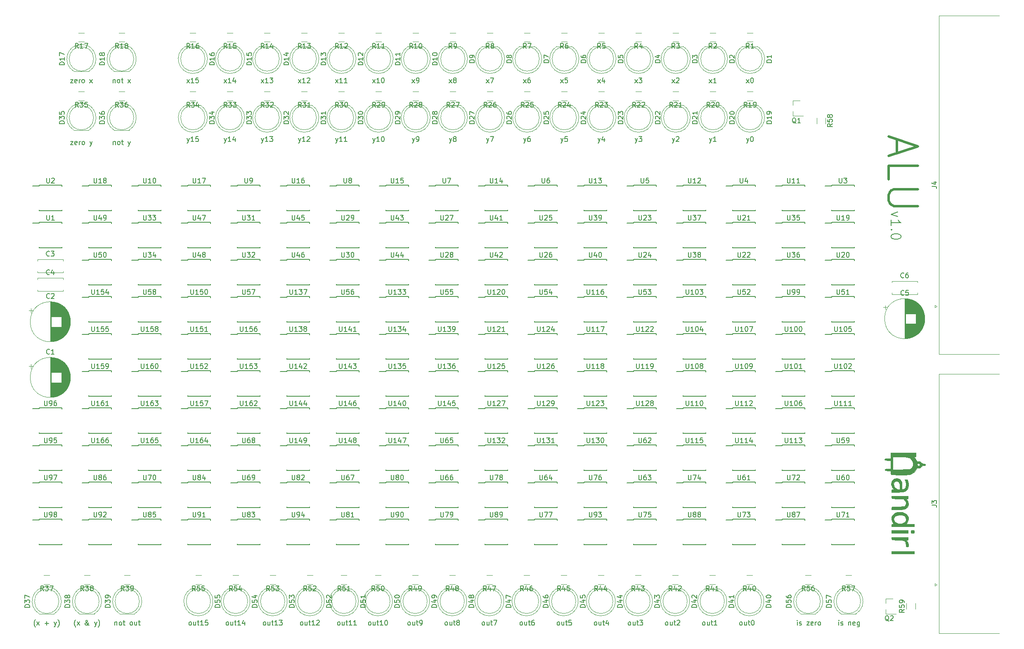
<source format=gbr>
G04 #@! TF.GenerationSoftware,KiCad,Pcbnew,5.1.5-52549c5~84~ubuntu18.04.1*
G04 #@! TF.CreationDate,2020-05-17T15:57:07-07:00*
G04 #@! TF.ProjectId,alu,616c752e-6b69-4636-9164-5f7063625858,rev?*
G04 #@! TF.SameCoordinates,Original*
G04 #@! TF.FileFunction,Legend,Top*
G04 #@! TF.FilePolarity,Positive*
%FSLAX46Y46*%
G04 Gerber Fmt 4.6, Leading zero omitted, Abs format (unit mm)*
G04 Created by KiCad (PCBNEW 5.1.5-52549c5~84~ubuntu18.04.1) date 2020-05-17 15:57:07*
%MOMM*%
%LPD*%
G04 APERTURE LIST*
%ADD10C,0.200000*%
%ADD11C,0.500000*%
%ADD12C,0.150000*%
%ADD13C,0.010000*%
%ADD14C,0.120000*%
G04 APERTURE END LIST*
D10*
X236013571Y-66992857D02*
X234680238Y-67469047D01*
X236013571Y-67945238D01*
X234680238Y-69754761D02*
X234680238Y-68611904D01*
X234680238Y-69183333D02*
X236680238Y-69183333D01*
X236394523Y-68992857D01*
X236204047Y-68802380D01*
X236108809Y-68611904D01*
X234870714Y-70611904D02*
X234775476Y-70707142D01*
X234680238Y-70611904D01*
X234775476Y-70516666D01*
X234870714Y-70611904D01*
X234680238Y-70611904D01*
X236680238Y-71945238D02*
X236680238Y-72135714D01*
X236585000Y-72326190D01*
X236489761Y-72421428D01*
X236299285Y-72516666D01*
X235918333Y-72611904D01*
X235442142Y-72611904D01*
X235061190Y-72516666D01*
X234870714Y-72421428D01*
X234775476Y-72326190D01*
X234680238Y-72135714D01*
X234680238Y-71945238D01*
X234775476Y-71754761D01*
X234870714Y-71659523D01*
X235061190Y-71564285D01*
X235442142Y-71469047D01*
X235918333Y-71469047D01*
X236299285Y-71564285D01*
X236489761Y-71659523D01*
X236585000Y-71754761D01*
X236680238Y-71945238D01*
D11*
X235855000Y-52055000D02*
X235855000Y-54912142D01*
X234140714Y-51483571D02*
X240140714Y-53483571D01*
X234140714Y-55483571D01*
X234140714Y-60340714D02*
X234140714Y-57483571D01*
X240140714Y-57483571D01*
X240140714Y-62340714D02*
X235283571Y-62340714D01*
X234712142Y-62626428D01*
X234426428Y-62912142D01*
X234140714Y-63483571D01*
X234140714Y-64626428D01*
X234426428Y-65197857D01*
X234712142Y-65483571D01*
X235283571Y-65769285D01*
X240140714Y-65769285D01*
D12*
X223940952Y-151836380D02*
X223940952Y-151169714D01*
X223940952Y-150836380D02*
X223893333Y-150884000D01*
X223940952Y-150931619D01*
X223988571Y-150884000D01*
X223940952Y-150836380D01*
X223940952Y-150931619D01*
X224369523Y-151788761D02*
X224464761Y-151836380D01*
X224655238Y-151836380D01*
X224750476Y-151788761D01*
X224798095Y-151693523D01*
X224798095Y-151645904D01*
X224750476Y-151550666D01*
X224655238Y-151503047D01*
X224512380Y-151503047D01*
X224417142Y-151455428D01*
X224369523Y-151360190D01*
X224369523Y-151312571D01*
X224417142Y-151217333D01*
X224512380Y-151169714D01*
X224655238Y-151169714D01*
X224750476Y-151217333D01*
X225988571Y-151169714D02*
X225988571Y-151836380D01*
X225988571Y-151264952D02*
X226036190Y-151217333D01*
X226131428Y-151169714D01*
X226274285Y-151169714D01*
X226369523Y-151217333D01*
X226417142Y-151312571D01*
X226417142Y-151836380D01*
X227274285Y-151788761D02*
X227179047Y-151836380D01*
X226988571Y-151836380D01*
X226893333Y-151788761D01*
X226845714Y-151693523D01*
X226845714Y-151312571D01*
X226893333Y-151217333D01*
X226988571Y-151169714D01*
X227179047Y-151169714D01*
X227274285Y-151217333D01*
X227321904Y-151312571D01*
X227321904Y-151407809D01*
X226845714Y-151503047D01*
X228179047Y-151169714D02*
X228179047Y-151979238D01*
X228131428Y-152074476D01*
X228083809Y-152122095D01*
X227988571Y-152169714D01*
X227845714Y-152169714D01*
X227750476Y-152122095D01*
X228179047Y-151788761D02*
X228083809Y-151836380D01*
X227893333Y-151836380D01*
X227798095Y-151788761D01*
X227750476Y-151741142D01*
X227702857Y-151645904D01*
X227702857Y-151360190D01*
X227750476Y-151264952D01*
X227798095Y-151217333D01*
X227893333Y-151169714D01*
X228083809Y-151169714D01*
X228179047Y-151217333D01*
X215424047Y-151836380D02*
X215424047Y-151169714D01*
X215424047Y-150836380D02*
X215376428Y-150884000D01*
X215424047Y-150931619D01*
X215471666Y-150884000D01*
X215424047Y-150836380D01*
X215424047Y-150931619D01*
X215852619Y-151788761D02*
X215947857Y-151836380D01*
X216138333Y-151836380D01*
X216233571Y-151788761D01*
X216281190Y-151693523D01*
X216281190Y-151645904D01*
X216233571Y-151550666D01*
X216138333Y-151503047D01*
X215995476Y-151503047D01*
X215900238Y-151455428D01*
X215852619Y-151360190D01*
X215852619Y-151312571D01*
X215900238Y-151217333D01*
X215995476Y-151169714D01*
X216138333Y-151169714D01*
X216233571Y-151217333D01*
X217376428Y-151169714D02*
X217900238Y-151169714D01*
X217376428Y-151836380D01*
X217900238Y-151836380D01*
X218662142Y-151788761D02*
X218566904Y-151836380D01*
X218376428Y-151836380D01*
X218281190Y-151788761D01*
X218233571Y-151693523D01*
X218233571Y-151312571D01*
X218281190Y-151217333D01*
X218376428Y-151169714D01*
X218566904Y-151169714D01*
X218662142Y-151217333D01*
X218709761Y-151312571D01*
X218709761Y-151407809D01*
X218233571Y-151503047D01*
X219138333Y-151836380D02*
X219138333Y-151169714D01*
X219138333Y-151360190D02*
X219185952Y-151264952D01*
X219233571Y-151217333D01*
X219328809Y-151169714D01*
X219424047Y-151169714D01*
X219900238Y-151836380D02*
X219805000Y-151788761D01*
X219757380Y-151741142D01*
X219709761Y-151645904D01*
X219709761Y-151360190D01*
X219757380Y-151264952D01*
X219805000Y-151217333D01*
X219900238Y-151169714D01*
X220043095Y-151169714D01*
X220138333Y-151217333D01*
X220185952Y-151264952D01*
X220233571Y-151360190D01*
X220233571Y-151645904D01*
X220185952Y-151741142D01*
X220138333Y-151788761D01*
X220043095Y-151836380D01*
X219900238Y-151836380D01*
X135747285Y-151836380D02*
X135652047Y-151788761D01*
X135604428Y-151741142D01*
X135556809Y-151645904D01*
X135556809Y-151360190D01*
X135604428Y-151264952D01*
X135652047Y-151217333D01*
X135747285Y-151169714D01*
X135890142Y-151169714D01*
X135985380Y-151217333D01*
X136033000Y-151264952D01*
X136080619Y-151360190D01*
X136080619Y-151645904D01*
X136033000Y-151741142D01*
X135985380Y-151788761D01*
X135890142Y-151836380D01*
X135747285Y-151836380D01*
X136937761Y-151169714D02*
X136937761Y-151836380D01*
X136509190Y-151169714D02*
X136509190Y-151693523D01*
X136556809Y-151788761D01*
X136652047Y-151836380D01*
X136794904Y-151836380D01*
X136890142Y-151788761D01*
X136937761Y-151741142D01*
X137271095Y-151169714D02*
X137652047Y-151169714D01*
X137413952Y-150836380D02*
X137413952Y-151693523D01*
X137461571Y-151788761D01*
X137556809Y-151836380D01*
X137652047Y-151836380D01*
X138033000Y-151836380D02*
X138223476Y-151836380D01*
X138318714Y-151788761D01*
X138366333Y-151741142D01*
X138461571Y-151598285D01*
X138509190Y-151407809D01*
X138509190Y-151026857D01*
X138461571Y-150931619D01*
X138413952Y-150884000D01*
X138318714Y-150836380D01*
X138128238Y-150836380D01*
X138033000Y-150884000D01*
X137985380Y-150931619D01*
X137937761Y-151026857D01*
X137937761Y-151264952D01*
X137985380Y-151360190D01*
X138033000Y-151407809D01*
X138128238Y-151455428D01*
X138318714Y-151455428D01*
X138413952Y-151407809D01*
X138461571Y-151360190D01*
X138509190Y-151264952D01*
X127651095Y-151836380D02*
X127555857Y-151788761D01*
X127508238Y-151741142D01*
X127460619Y-151645904D01*
X127460619Y-151360190D01*
X127508238Y-151264952D01*
X127555857Y-151217333D01*
X127651095Y-151169714D01*
X127793952Y-151169714D01*
X127889190Y-151217333D01*
X127936809Y-151264952D01*
X127984428Y-151360190D01*
X127984428Y-151645904D01*
X127936809Y-151741142D01*
X127889190Y-151788761D01*
X127793952Y-151836380D01*
X127651095Y-151836380D01*
X128841571Y-151169714D02*
X128841571Y-151836380D01*
X128413000Y-151169714D02*
X128413000Y-151693523D01*
X128460619Y-151788761D01*
X128555857Y-151836380D01*
X128698714Y-151836380D01*
X128793952Y-151788761D01*
X128841571Y-151741142D01*
X129174904Y-151169714D02*
X129555857Y-151169714D01*
X129317761Y-150836380D02*
X129317761Y-151693523D01*
X129365380Y-151788761D01*
X129460619Y-151836380D01*
X129555857Y-151836380D01*
X130413000Y-151836380D02*
X129841571Y-151836380D01*
X130127285Y-151836380D02*
X130127285Y-150836380D01*
X130032047Y-150979238D01*
X129936809Y-151074476D01*
X129841571Y-151122095D01*
X131032047Y-150836380D02*
X131127285Y-150836380D01*
X131222523Y-150884000D01*
X131270142Y-150931619D01*
X131317761Y-151026857D01*
X131365380Y-151217333D01*
X131365380Y-151455428D01*
X131317761Y-151645904D01*
X131270142Y-151741142D01*
X131222523Y-151788761D01*
X131127285Y-151836380D01*
X131032047Y-151836380D01*
X130936809Y-151788761D01*
X130889190Y-151741142D01*
X130841571Y-151645904D01*
X130793952Y-151455428D01*
X130793952Y-151217333D01*
X130841571Y-151026857D01*
X130889190Y-150931619D01*
X130936809Y-150884000D01*
X131032047Y-150836380D01*
X121301095Y-151836380D02*
X121205857Y-151788761D01*
X121158238Y-151741142D01*
X121110619Y-151645904D01*
X121110619Y-151360190D01*
X121158238Y-151264952D01*
X121205857Y-151217333D01*
X121301095Y-151169714D01*
X121443952Y-151169714D01*
X121539190Y-151217333D01*
X121586809Y-151264952D01*
X121634428Y-151360190D01*
X121634428Y-151645904D01*
X121586809Y-151741142D01*
X121539190Y-151788761D01*
X121443952Y-151836380D01*
X121301095Y-151836380D01*
X122491571Y-151169714D02*
X122491571Y-151836380D01*
X122063000Y-151169714D02*
X122063000Y-151693523D01*
X122110619Y-151788761D01*
X122205857Y-151836380D01*
X122348714Y-151836380D01*
X122443952Y-151788761D01*
X122491571Y-151741142D01*
X122824904Y-151169714D02*
X123205857Y-151169714D01*
X122967761Y-150836380D02*
X122967761Y-151693523D01*
X123015380Y-151788761D01*
X123110619Y-151836380D01*
X123205857Y-151836380D01*
X124063000Y-151836380D02*
X123491571Y-151836380D01*
X123777285Y-151836380D02*
X123777285Y-150836380D01*
X123682047Y-150979238D01*
X123586809Y-151074476D01*
X123491571Y-151122095D01*
X125015380Y-151836380D02*
X124443952Y-151836380D01*
X124729666Y-151836380D02*
X124729666Y-150836380D01*
X124634428Y-150979238D01*
X124539190Y-151074476D01*
X124443952Y-151122095D01*
X113681095Y-151836380D02*
X113585857Y-151788761D01*
X113538238Y-151741142D01*
X113490619Y-151645904D01*
X113490619Y-151360190D01*
X113538238Y-151264952D01*
X113585857Y-151217333D01*
X113681095Y-151169714D01*
X113823952Y-151169714D01*
X113919190Y-151217333D01*
X113966809Y-151264952D01*
X114014428Y-151360190D01*
X114014428Y-151645904D01*
X113966809Y-151741142D01*
X113919190Y-151788761D01*
X113823952Y-151836380D01*
X113681095Y-151836380D01*
X114871571Y-151169714D02*
X114871571Y-151836380D01*
X114443000Y-151169714D02*
X114443000Y-151693523D01*
X114490619Y-151788761D01*
X114585857Y-151836380D01*
X114728714Y-151836380D01*
X114823952Y-151788761D01*
X114871571Y-151741142D01*
X115204904Y-151169714D02*
X115585857Y-151169714D01*
X115347761Y-150836380D02*
X115347761Y-151693523D01*
X115395380Y-151788761D01*
X115490619Y-151836380D01*
X115585857Y-151836380D01*
X116443000Y-151836380D02*
X115871571Y-151836380D01*
X116157285Y-151836380D02*
X116157285Y-150836380D01*
X116062047Y-150979238D01*
X115966809Y-151074476D01*
X115871571Y-151122095D01*
X116823952Y-150931619D02*
X116871571Y-150884000D01*
X116966809Y-150836380D01*
X117204904Y-150836380D01*
X117300142Y-150884000D01*
X117347761Y-150931619D01*
X117395380Y-151026857D01*
X117395380Y-151122095D01*
X117347761Y-151264952D01*
X116776333Y-151836380D01*
X117395380Y-151836380D01*
X106061095Y-151836380D02*
X105965857Y-151788761D01*
X105918238Y-151741142D01*
X105870619Y-151645904D01*
X105870619Y-151360190D01*
X105918238Y-151264952D01*
X105965857Y-151217333D01*
X106061095Y-151169714D01*
X106203952Y-151169714D01*
X106299190Y-151217333D01*
X106346809Y-151264952D01*
X106394428Y-151360190D01*
X106394428Y-151645904D01*
X106346809Y-151741142D01*
X106299190Y-151788761D01*
X106203952Y-151836380D01*
X106061095Y-151836380D01*
X107251571Y-151169714D02*
X107251571Y-151836380D01*
X106823000Y-151169714D02*
X106823000Y-151693523D01*
X106870619Y-151788761D01*
X106965857Y-151836380D01*
X107108714Y-151836380D01*
X107203952Y-151788761D01*
X107251571Y-151741142D01*
X107584904Y-151169714D02*
X107965857Y-151169714D01*
X107727761Y-150836380D02*
X107727761Y-151693523D01*
X107775380Y-151788761D01*
X107870619Y-151836380D01*
X107965857Y-151836380D01*
X108823000Y-151836380D02*
X108251571Y-151836380D01*
X108537285Y-151836380D02*
X108537285Y-150836380D01*
X108442047Y-150979238D01*
X108346809Y-151074476D01*
X108251571Y-151122095D01*
X109156333Y-150836380D02*
X109775380Y-150836380D01*
X109442047Y-151217333D01*
X109584904Y-151217333D01*
X109680142Y-151264952D01*
X109727761Y-151312571D01*
X109775380Y-151407809D01*
X109775380Y-151645904D01*
X109727761Y-151741142D01*
X109680142Y-151788761D01*
X109584904Y-151836380D01*
X109299190Y-151836380D01*
X109203952Y-151788761D01*
X109156333Y-151741142D01*
X196199285Y-151836380D02*
X196104047Y-151788761D01*
X196056428Y-151741142D01*
X196008809Y-151645904D01*
X196008809Y-151360190D01*
X196056428Y-151264952D01*
X196104047Y-151217333D01*
X196199285Y-151169714D01*
X196342142Y-151169714D01*
X196437380Y-151217333D01*
X196485000Y-151264952D01*
X196532619Y-151360190D01*
X196532619Y-151645904D01*
X196485000Y-151741142D01*
X196437380Y-151788761D01*
X196342142Y-151836380D01*
X196199285Y-151836380D01*
X197389761Y-151169714D02*
X197389761Y-151836380D01*
X196961190Y-151169714D02*
X196961190Y-151693523D01*
X197008809Y-151788761D01*
X197104047Y-151836380D01*
X197246904Y-151836380D01*
X197342142Y-151788761D01*
X197389761Y-151741142D01*
X197723095Y-151169714D02*
X198104047Y-151169714D01*
X197865952Y-150836380D02*
X197865952Y-151693523D01*
X197913571Y-151788761D01*
X198008809Y-151836380D01*
X198104047Y-151836380D01*
X198961190Y-151836380D02*
X198389761Y-151836380D01*
X198675476Y-151836380D02*
X198675476Y-150836380D01*
X198580238Y-150979238D01*
X198485000Y-151074476D01*
X198389761Y-151122095D01*
X188579285Y-151836380D02*
X188484047Y-151788761D01*
X188436428Y-151741142D01*
X188388809Y-151645904D01*
X188388809Y-151360190D01*
X188436428Y-151264952D01*
X188484047Y-151217333D01*
X188579285Y-151169714D01*
X188722142Y-151169714D01*
X188817380Y-151217333D01*
X188865000Y-151264952D01*
X188912619Y-151360190D01*
X188912619Y-151645904D01*
X188865000Y-151741142D01*
X188817380Y-151788761D01*
X188722142Y-151836380D01*
X188579285Y-151836380D01*
X189769761Y-151169714D02*
X189769761Y-151836380D01*
X189341190Y-151169714D02*
X189341190Y-151693523D01*
X189388809Y-151788761D01*
X189484047Y-151836380D01*
X189626904Y-151836380D01*
X189722142Y-151788761D01*
X189769761Y-151741142D01*
X190103095Y-151169714D02*
X190484047Y-151169714D01*
X190245952Y-150836380D02*
X190245952Y-151693523D01*
X190293571Y-151788761D01*
X190388809Y-151836380D01*
X190484047Y-151836380D01*
X190769761Y-150931619D02*
X190817380Y-150884000D01*
X190912619Y-150836380D01*
X191150714Y-150836380D01*
X191245952Y-150884000D01*
X191293571Y-150931619D01*
X191341190Y-151026857D01*
X191341190Y-151122095D01*
X191293571Y-151264952D01*
X190722142Y-151836380D01*
X191341190Y-151836380D01*
X180959285Y-151836380D02*
X180864047Y-151788761D01*
X180816428Y-151741142D01*
X180768809Y-151645904D01*
X180768809Y-151360190D01*
X180816428Y-151264952D01*
X180864047Y-151217333D01*
X180959285Y-151169714D01*
X181102142Y-151169714D01*
X181197380Y-151217333D01*
X181245000Y-151264952D01*
X181292619Y-151360190D01*
X181292619Y-151645904D01*
X181245000Y-151741142D01*
X181197380Y-151788761D01*
X181102142Y-151836380D01*
X180959285Y-151836380D01*
X182149761Y-151169714D02*
X182149761Y-151836380D01*
X181721190Y-151169714D02*
X181721190Y-151693523D01*
X181768809Y-151788761D01*
X181864047Y-151836380D01*
X182006904Y-151836380D01*
X182102142Y-151788761D01*
X182149761Y-151741142D01*
X182483095Y-151169714D02*
X182864047Y-151169714D01*
X182625952Y-150836380D02*
X182625952Y-151693523D01*
X182673571Y-151788761D01*
X182768809Y-151836380D01*
X182864047Y-151836380D01*
X183102142Y-150836380D02*
X183721190Y-150836380D01*
X183387857Y-151217333D01*
X183530714Y-151217333D01*
X183625952Y-151264952D01*
X183673571Y-151312571D01*
X183721190Y-151407809D01*
X183721190Y-151645904D01*
X183673571Y-151741142D01*
X183625952Y-151788761D01*
X183530714Y-151836380D01*
X183245000Y-151836380D01*
X183149761Y-151788761D01*
X183102142Y-151741142D01*
X173974285Y-151836380D02*
X173879047Y-151788761D01*
X173831428Y-151741142D01*
X173783809Y-151645904D01*
X173783809Y-151360190D01*
X173831428Y-151264952D01*
X173879047Y-151217333D01*
X173974285Y-151169714D01*
X174117142Y-151169714D01*
X174212380Y-151217333D01*
X174260000Y-151264952D01*
X174307619Y-151360190D01*
X174307619Y-151645904D01*
X174260000Y-151741142D01*
X174212380Y-151788761D01*
X174117142Y-151836380D01*
X173974285Y-151836380D01*
X175164761Y-151169714D02*
X175164761Y-151836380D01*
X174736190Y-151169714D02*
X174736190Y-151693523D01*
X174783809Y-151788761D01*
X174879047Y-151836380D01*
X175021904Y-151836380D01*
X175117142Y-151788761D01*
X175164761Y-151741142D01*
X175498095Y-151169714D02*
X175879047Y-151169714D01*
X175640952Y-150836380D02*
X175640952Y-151693523D01*
X175688571Y-151788761D01*
X175783809Y-151836380D01*
X175879047Y-151836380D01*
X176640952Y-151169714D02*
X176640952Y-151836380D01*
X176402857Y-150788761D02*
X176164761Y-151503047D01*
X176783809Y-151503047D01*
X166354285Y-151836380D02*
X166259047Y-151788761D01*
X166211428Y-151741142D01*
X166163809Y-151645904D01*
X166163809Y-151360190D01*
X166211428Y-151264952D01*
X166259047Y-151217333D01*
X166354285Y-151169714D01*
X166497142Y-151169714D01*
X166592380Y-151217333D01*
X166640000Y-151264952D01*
X166687619Y-151360190D01*
X166687619Y-151645904D01*
X166640000Y-151741142D01*
X166592380Y-151788761D01*
X166497142Y-151836380D01*
X166354285Y-151836380D01*
X167544761Y-151169714D02*
X167544761Y-151836380D01*
X167116190Y-151169714D02*
X167116190Y-151693523D01*
X167163809Y-151788761D01*
X167259047Y-151836380D01*
X167401904Y-151836380D01*
X167497142Y-151788761D01*
X167544761Y-151741142D01*
X167878095Y-151169714D02*
X168259047Y-151169714D01*
X168020952Y-150836380D02*
X168020952Y-151693523D01*
X168068571Y-151788761D01*
X168163809Y-151836380D01*
X168259047Y-151836380D01*
X169068571Y-150836380D02*
X168592380Y-150836380D01*
X168544761Y-151312571D01*
X168592380Y-151264952D01*
X168687619Y-151217333D01*
X168925714Y-151217333D01*
X169020952Y-151264952D01*
X169068571Y-151312571D01*
X169116190Y-151407809D01*
X169116190Y-151645904D01*
X169068571Y-151741142D01*
X169020952Y-151788761D01*
X168925714Y-151836380D01*
X168687619Y-151836380D01*
X168592380Y-151788761D01*
X168544761Y-151741142D01*
X203819285Y-151836380D02*
X203724047Y-151788761D01*
X203676428Y-151741142D01*
X203628809Y-151645904D01*
X203628809Y-151360190D01*
X203676428Y-151264952D01*
X203724047Y-151217333D01*
X203819285Y-151169714D01*
X203962142Y-151169714D01*
X204057380Y-151217333D01*
X204105000Y-151264952D01*
X204152619Y-151360190D01*
X204152619Y-151645904D01*
X204105000Y-151741142D01*
X204057380Y-151788761D01*
X203962142Y-151836380D01*
X203819285Y-151836380D01*
X205009761Y-151169714D02*
X205009761Y-151836380D01*
X204581190Y-151169714D02*
X204581190Y-151693523D01*
X204628809Y-151788761D01*
X204724047Y-151836380D01*
X204866904Y-151836380D01*
X204962142Y-151788761D01*
X205009761Y-151741142D01*
X205343095Y-151169714D02*
X205724047Y-151169714D01*
X205485952Y-150836380D02*
X205485952Y-151693523D01*
X205533571Y-151788761D01*
X205628809Y-151836380D01*
X205724047Y-151836380D01*
X206247857Y-150836380D02*
X206343095Y-150836380D01*
X206438333Y-150884000D01*
X206485952Y-150931619D01*
X206533571Y-151026857D01*
X206581190Y-151217333D01*
X206581190Y-151455428D01*
X206533571Y-151645904D01*
X206485952Y-151741142D01*
X206438333Y-151788761D01*
X206343095Y-151836380D01*
X206247857Y-151836380D01*
X206152619Y-151788761D01*
X206105000Y-151741142D01*
X206057380Y-151645904D01*
X206009761Y-151455428D01*
X206009761Y-151217333D01*
X206057380Y-151026857D01*
X206105000Y-150931619D01*
X206152619Y-150884000D01*
X206247857Y-150836380D01*
X158734285Y-151836380D02*
X158639047Y-151788761D01*
X158591428Y-151741142D01*
X158543809Y-151645904D01*
X158543809Y-151360190D01*
X158591428Y-151264952D01*
X158639047Y-151217333D01*
X158734285Y-151169714D01*
X158877142Y-151169714D01*
X158972380Y-151217333D01*
X159020000Y-151264952D01*
X159067619Y-151360190D01*
X159067619Y-151645904D01*
X159020000Y-151741142D01*
X158972380Y-151788761D01*
X158877142Y-151836380D01*
X158734285Y-151836380D01*
X159924761Y-151169714D02*
X159924761Y-151836380D01*
X159496190Y-151169714D02*
X159496190Y-151693523D01*
X159543809Y-151788761D01*
X159639047Y-151836380D01*
X159781904Y-151836380D01*
X159877142Y-151788761D01*
X159924761Y-151741142D01*
X160258095Y-151169714D02*
X160639047Y-151169714D01*
X160400952Y-150836380D02*
X160400952Y-151693523D01*
X160448571Y-151788761D01*
X160543809Y-151836380D01*
X160639047Y-151836380D01*
X161400952Y-150836380D02*
X161210476Y-150836380D01*
X161115238Y-150884000D01*
X161067619Y-150931619D01*
X160972380Y-151074476D01*
X160924761Y-151264952D01*
X160924761Y-151645904D01*
X160972380Y-151741142D01*
X161020000Y-151788761D01*
X161115238Y-151836380D01*
X161305714Y-151836380D01*
X161400952Y-151788761D01*
X161448571Y-151741142D01*
X161496190Y-151645904D01*
X161496190Y-151407809D01*
X161448571Y-151312571D01*
X161400952Y-151264952D01*
X161305714Y-151217333D01*
X161115238Y-151217333D01*
X161020000Y-151264952D01*
X160972380Y-151312571D01*
X160924761Y-151407809D01*
X150987285Y-151836380D02*
X150892047Y-151788761D01*
X150844428Y-151741142D01*
X150796809Y-151645904D01*
X150796809Y-151360190D01*
X150844428Y-151264952D01*
X150892047Y-151217333D01*
X150987285Y-151169714D01*
X151130142Y-151169714D01*
X151225380Y-151217333D01*
X151273000Y-151264952D01*
X151320619Y-151360190D01*
X151320619Y-151645904D01*
X151273000Y-151741142D01*
X151225380Y-151788761D01*
X151130142Y-151836380D01*
X150987285Y-151836380D01*
X152177761Y-151169714D02*
X152177761Y-151836380D01*
X151749190Y-151169714D02*
X151749190Y-151693523D01*
X151796809Y-151788761D01*
X151892047Y-151836380D01*
X152034904Y-151836380D01*
X152130142Y-151788761D01*
X152177761Y-151741142D01*
X152511095Y-151169714D02*
X152892047Y-151169714D01*
X152653952Y-150836380D02*
X152653952Y-151693523D01*
X152701571Y-151788761D01*
X152796809Y-151836380D01*
X152892047Y-151836380D01*
X153130142Y-150836380D02*
X153796809Y-150836380D01*
X153368238Y-151836380D01*
X143367285Y-151836380D02*
X143272047Y-151788761D01*
X143224428Y-151741142D01*
X143176809Y-151645904D01*
X143176809Y-151360190D01*
X143224428Y-151264952D01*
X143272047Y-151217333D01*
X143367285Y-151169714D01*
X143510142Y-151169714D01*
X143605380Y-151217333D01*
X143653000Y-151264952D01*
X143700619Y-151360190D01*
X143700619Y-151645904D01*
X143653000Y-151741142D01*
X143605380Y-151788761D01*
X143510142Y-151836380D01*
X143367285Y-151836380D01*
X144557761Y-151169714D02*
X144557761Y-151836380D01*
X144129190Y-151169714D02*
X144129190Y-151693523D01*
X144176809Y-151788761D01*
X144272047Y-151836380D01*
X144414904Y-151836380D01*
X144510142Y-151788761D01*
X144557761Y-151741142D01*
X144891095Y-151169714D02*
X145272047Y-151169714D01*
X145033952Y-150836380D02*
X145033952Y-151693523D01*
X145081571Y-151788761D01*
X145176809Y-151836380D01*
X145272047Y-151836380D01*
X145748238Y-151264952D02*
X145653000Y-151217333D01*
X145605380Y-151169714D01*
X145557761Y-151074476D01*
X145557761Y-151026857D01*
X145605380Y-150931619D01*
X145653000Y-150884000D01*
X145748238Y-150836380D01*
X145938714Y-150836380D01*
X146033952Y-150884000D01*
X146081571Y-150931619D01*
X146129190Y-151026857D01*
X146129190Y-151074476D01*
X146081571Y-151169714D01*
X146033952Y-151217333D01*
X145938714Y-151264952D01*
X145748238Y-151264952D01*
X145653000Y-151312571D01*
X145605380Y-151360190D01*
X145557761Y-151455428D01*
X145557761Y-151645904D01*
X145605380Y-151741142D01*
X145653000Y-151788761D01*
X145748238Y-151836380D01*
X145938714Y-151836380D01*
X146033952Y-151788761D01*
X146081571Y-151741142D01*
X146129190Y-151645904D01*
X146129190Y-151455428D01*
X146081571Y-151360190D01*
X146033952Y-151312571D01*
X145938714Y-151264952D01*
X98441095Y-151836380D02*
X98345857Y-151788761D01*
X98298238Y-151741142D01*
X98250619Y-151645904D01*
X98250619Y-151360190D01*
X98298238Y-151264952D01*
X98345857Y-151217333D01*
X98441095Y-151169714D01*
X98583952Y-151169714D01*
X98679190Y-151217333D01*
X98726809Y-151264952D01*
X98774428Y-151360190D01*
X98774428Y-151645904D01*
X98726809Y-151741142D01*
X98679190Y-151788761D01*
X98583952Y-151836380D01*
X98441095Y-151836380D01*
X99631571Y-151169714D02*
X99631571Y-151836380D01*
X99203000Y-151169714D02*
X99203000Y-151693523D01*
X99250619Y-151788761D01*
X99345857Y-151836380D01*
X99488714Y-151836380D01*
X99583952Y-151788761D01*
X99631571Y-151741142D01*
X99964904Y-151169714D02*
X100345857Y-151169714D01*
X100107761Y-150836380D02*
X100107761Y-151693523D01*
X100155380Y-151788761D01*
X100250619Y-151836380D01*
X100345857Y-151836380D01*
X101203000Y-151836380D02*
X100631571Y-151836380D01*
X100917285Y-151836380D02*
X100917285Y-150836380D01*
X100822047Y-150979238D01*
X100726809Y-151074476D01*
X100631571Y-151122095D01*
X102060142Y-151169714D02*
X102060142Y-151836380D01*
X101822047Y-150788761D02*
X101583952Y-151503047D01*
X102203000Y-151503047D01*
X90821095Y-151836380D02*
X90725857Y-151788761D01*
X90678238Y-151741142D01*
X90630619Y-151645904D01*
X90630619Y-151360190D01*
X90678238Y-151264952D01*
X90725857Y-151217333D01*
X90821095Y-151169714D01*
X90963952Y-151169714D01*
X91059190Y-151217333D01*
X91106809Y-151264952D01*
X91154428Y-151360190D01*
X91154428Y-151645904D01*
X91106809Y-151741142D01*
X91059190Y-151788761D01*
X90963952Y-151836380D01*
X90821095Y-151836380D01*
X92011571Y-151169714D02*
X92011571Y-151836380D01*
X91583000Y-151169714D02*
X91583000Y-151693523D01*
X91630619Y-151788761D01*
X91725857Y-151836380D01*
X91868714Y-151836380D01*
X91963952Y-151788761D01*
X92011571Y-151741142D01*
X92344904Y-151169714D02*
X92725857Y-151169714D01*
X92487761Y-150836380D02*
X92487761Y-151693523D01*
X92535380Y-151788761D01*
X92630619Y-151836380D01*
X92725857Y-151836380D01*
X93583000Y-151836380D02*
X93011571Y-151836380D01*
X93297285Y-151836380D02*
X93297285Y-150836380D01*
X93202047Y-150979238D01*
X93106809Y-151074476D01*
X93011571Y-151122095D01*
X94487761Y-150836380D02*
X94011571Y-150836380D01*
X93963952Y-151312571D01*
X94011571Y-151264952D01*
X94106809Y-151217333D01*
X94344904Y-151217333D01*
X94440142Y-151264952D01*
X94487761Y-151312571D01*
X94535380Y-151407809D01*
X94535380Y-151645904D01*
X94487761Y-151741142D01*
X94440142Y-151788761D01*
X94344904Y-151836380D01*
X94106809Y-151836380D01*
X94011571Y-151788761D01*
X93963952Y-151741142D01*
X67413476Y-152217333D02*
X67365857Y-152169714D01*
X67270619Y-152026857D01*
X67223000Y-151931619D01*
X67175380Y-151788761D01*
X67127761Y-151550666D01*
X67127761Y-151360190D01*
X67175380Y-151122095D01*
X67223000Y-150979238D01*
X67270619Y-150884000D01*
X67365857Y-150741142D01*
X67413476Y-150693523D01*
X67699190Y-151836380D02*
X68223000Y-151169714D01*
X67699190Y-151169714D02*
X68223000Y-151836380D01*
X70175380Y-151836380D02*
X70127761Y-151836380D01*
X70032523Y-151788761D01*
X69889666Y-151645904D01*
X69651571Y-151360190D01*
X69556333Y-151217333D01*
X69508714Y-151074476D01*
X69508714Y-150979238D01*
X69556333Y-150884000D01*
X69651571Y-150836380D01*
X69699190Y-150836380D01*
X69794428Y-150884000D01*
X69842047Y-150979238D01*
X69842047Y-151026857D01*
X69794428Y-151122095D01*
X69746809Y-151169714D01*
X69461095Y-151360190D01*
X69413476Y-151407809D01*
X69365857Y-151503047D01*
X69365857Y-151645904D01*
X69413476Y-151741142D01*
X69461095Y-151788761D01*
X69556333Y-151836380D01*
X69699190Y-151836380D01*
X69794428Y-151788761D01*
X69842047Y-151741142D01*
X69984904Y-151550666D01*
X70032523Y-151407809D01*
X70032523Y-151312571D01*
X71270619Y-151169714D02*
X71508714Y-151836380D01*
X71746809Y-151169714D02*
X71508714Y-151836380D01*
X71413476Y-152074476D01*
X71365857Y-152122095D01*
X71270619Y-152169714D01*
X72032523Y-152217333D02*
X72080142Y-152169714D01*
X72175380Y-152026857D01*
X72223000Y-151931619D01*
X72270619Y-151788761D01*
X72318238Y-151550666D01*
X72318238Y-151360190D01*
X72270619Y-151122095D01*
X72223000Y-150979238D01*
X72175380Y-150884000D01*
X72080142Y-150741142D01*
X72032523Y-150693523D01*
X75454190Y-151169714D02*
X75454190Y-151836380D01*
X75454190Y-151264952D02*
X75501809Y-151217333D01*
X75597047Y-151169714D01*
X75739904Y-151169714D01*
X75835142Y-151217333D01*
X75882761Y-151312571D01*
X75882761Y-151836380D01*
X76501809Y-151836380D02*
X76406571Y-151788761D01*
X76358952Y-151741142D01*
X76311333Y-151645904D01*
X76311333Y-151360190D01*
X76358952Y-151264952D01*
X76406571Y-151217333D01*
X76501809Y-151169714D01*
X76644666Y-151169714D01*
X76739904Y-151217333D01*
X76787523Y-151264952D01*
X76835142Y-151360190D01*
X76835142Y-151645904D01*
X76787523Y-151741142D01*
X76739904Y-151788761D01*
X76644666Y-151836380D01*
X76501809Y-151836380D01*
X77120857Y-151169714D02*
X77501809Y-151169714D01*
X77263714Y-150836380D02*
X77263714Y-151693523D01*
X77311333Y-151788761D01*
X77406571Y-151836380D01*
X77501809Y-151836380D01*
X78739904Y-151836380D02*
X78644666Y-151788761D01*
X78597047Y-151741142D01*
X78549428Y-151645904D01*
X78549428Y-151360190D01*
X78597047Y-151264952D01*
X78644666Y-151217333D01*
X78739904Y-151169714D01*
X78882761Y-151169714D01*
X78978000Y-151217333D01*
X79025619Y-151264952D01*
X79073238Y-151360190D01*
X79073238Y-151645904D01*
X79025619Y-151741142D01*
X78978000Y-151788761D01*
X78882761Y-151836380D01*
X78739904Y-151836380D01*
X79930380Y-151169714D02*
X79930380Y-151836380D01*
X79501809Y-151169714D02*
X79501809Y-151693523D01*
X79549428Y-151788761D01*
X79644666Y-151836380D01*
X79787523Y-151836380D01*
X79882761Y-151788761D01*
X79930380Y-151741142D01*
X80263714Y-151169714D02*
X80644666Y-151169714D01*
X80406571Y-150836380D02*
X80406571Y-151693523D01*
X80454190Y-151788761D01*
X80549428Y-151836380D01*
X80644666Y-151836380D01*
X59158476Y-152217333D02*
X59110857Y-152169714D01*
X59015619Y-152026857D01*
X58968000Y-151931619D01*
X58920380Y-151788761D01*
X58872761Y-151550666D01*
X58872761Y-151360190D01*
X58920380Y-151122095D01*
X58968000Y-150979238D01*
X59015619Y-150884000D01*
X59110857Y-150741142D01*
X59158476Y-150693523D01*
X59444190Y-151836380D02*
X59968000Y-151169714D01*
X59444190Y-151169714D02*
X59968000Y-151836380D01*
X61110857Y-151455428D02*
X61872761Y-151455428D01*
X61491809Y-151836380D02*
X61491809Y-151074476D01*
X63015619Y-151169714D02*
X63253714Y-151836380D01*
X63491809Y-151169714D02*
X63253714Y-151836380D01*
X63158476Y-152074476D01*
X63110857Y-152122095D01*
X63015619Y-152169714D01*
X63777523Y-152217333D02*
X63825142Y-152169714D01*
X63920380Y-152026857D01*
X63968000Y-151931619D01*
X64015619Y-151788761D01*
X64063238Y-151550666D01*
X64063238Y-151360190D01*
X64015619Y-151122095D01*
X63968000Y-150979238D01*
X63920380Y-150884000D01*
X63825142Y-150741142D01*
X63777523Y-150693523D01*
X75120714Y-52490714D02*
X75120714Y-53157380D01*
X75120714Y-52585952D02*
X75168333Y-52538333D01*
X75263571Y-52490714D01*
X75406428Y-52490714D01*
X75501666Y-52538333D01*
X75549285Y-52633571D01*
X75549285Y-53157380D01*
X76168333Y-53157380D02*
X76073095Y-53109761D01*
X76025476Y-53062142D01*
X75977857Y-52966904D01*
X75977857Y-52681190D01*
X76025476Y-52585952D01*
X76073095Y-52538333D01*
X76168333Y-52490714D01*
X76311190Y-52490714D01*
X76406428Y-52538333D01*
X76454047Y-52585952D01*
X76501666Y-52681190D01*
X76501666Y-52966904D01*
X76454047Y-53062142D01*
X76406428Y-53109761D01*
X76311190Y-53157380D01*
X76168333Y-53157380D01*
X76787380Y-52490714D02*
X77168333Y-52490714D01*
X76930238Y-52157380D02*
X76930238Y-53014523D01*
X76977857Y-53109761D01*
X77073095Y-53157380D01*
X77168333Y-53157380D01*
X78168333Y-52490714D02*
X78406428Y-53157380D01*
X78644523Y-52490714D02*
X78406428Y-53157380D01*
X78311190Y-53395476D01*
X78263571Y-53443095D01*
X78168333Y-53490714D01*
X66365714Y-52490714D02*
X66889523Y-52490714D01*
X66365714Y-53157380D01*
X66889523Y-53157380D01*
X67651428Y-53109761D02*
X67556190Y-53157380D01*
X67365714Y-53157380D01*
X67270476Y-53109761D01*
X67222857Y-53014523D01*
X67222857Y-52633571D01*
X67270476Y-52538333D01*
X67365714Y-52490714D01*
X67556190Y-52490714D01*
X67651428Y-52538333D01*
X67699047Y-52633571D01*
X67699047Y-52728809D01*
X67222857Y-52824047D01*
X68127619Y-53157380D02*
X68127619Y-52490714D01*
X68127619Y-52681190D02*
X68175238Y-52585952D01*
X68222857Y-52538333D01*
X68318095Y-52490714D01*
X68413333Y-52490714D01*
X68889523Y-53157380D02*
X68794285Y-53109761D01*
X68746666Y-53062142D01*
X68699047Y-52966904D01*
X68699047Y-52681190D01*
X68746666Y-52585952D01*
X68794285Y-52538333D01*
X68889523Y-52490714D01*
X69032380Y-52490714D01*
X69127619Y-52538333D01*
X69175238Y-52585952D01*
X69222857Y-52681190D01*
X69222857Y-52966904D01*
X69175238Y-53062142D01*
X69127619Y-53109761D01*
X69032380Y-53157380D01*
X68889523Y-53157380D01*
X70318095Y-52490714D02*
X70556190Y-53157380D01*
X70794285Y-52490714D02*
X70556190Y-53157380D01*
X70460952Y-53395476D01*
X70413333Y-53443095D01*
X70318095Y-53490714D01*
X75096904Y-39790714D02*
X75096904Y-40457380D01*
X75096904Y-39885952D02*
X75144523Y-39838333D01*
X75239761Y-39790714D01*
X75382619Y-39790714D01*
X75477857Y-39838333D01*
X75525476Y-39933571D01*
X75525476Y-40457380D01*
X76144523Y-40457380D02*
X76049285Y-40409761D01*
X76001666Y-40362142D01*
X75954047Y-40266904D01*
X75954047Y-39981190D01*
X76001666Y-39885952D01*
X76049285Y-39838333D01*
X76144523Y-39790714D01*
X76287380Y-39790714D01*
X76382619Y-39838333D01*
X76430238Y-39885952D01*
X76477857Y-39981190D01*
X76477857Y-40266904D01*
X76430238Y-40362142D01*
X76382619Y-40409761D01*
X76287380Y-40457380D01*
X76144523Y-40457380D01*
X76763571Y-39790714D02*
X77144523Y-39790714D01*
X76906428Y-39457380D02*
X76906428Y-40314523D01*
X76954047Y-40409761D01*
X77049285Y-40457380D01*
X77144523Y-40457380D01*
X78144523Y-40457380D02*
X78668333Y-39790714D01*
X78144523Y-39790714D02*
X78668333Y-40457380D01*
X66341904Y-39790714D02*
X66865714Y-39790714D01*
X66341904Y-40457380D01*
X66865714Y-40457380D01*
X67627619Y-40409761D02*
X67532380Y-40457380D01*
X67341904Y-40457380D01*
X67246666Y-40409761D01*
X67199047Y-40314523D01*
X67199047Y-39933571D01*
X67246666Y-39838333D01*
X67341904Y-39790714D01*
X67532380Y-39790714D01*
X67627619Y-39838333D01*
X67675238Y-39933571D01*
X67675238Y-40028809D01*
X67199047Y-40124047D01*
X68103809Y-40457380D02*
X68103809Y-39790714D01*
X68103809Y-39981190D02*
X68151428Y-39885952D01*
X68199047Y-39838333D01*
X68294285Y-39790714D01*
X68389523Y-39790714D01*
X68865714Y-40457380D02*
X68770476Y-40409761D01*
X68722857Y-40362142D01*
X68675238Y-40266904D01*
X68675238Y-39981190D01*
X68722857Y-39885952D01*
X68770476Y-39838333D01*
X68865714Y-39790714D01*
X69008571Y-39790714D01*
X69103809Y-39838333D01*
X69151428Y-39885952D01*
X69199047Y-39981190D01*
X69199047Y-40266904D01*
X69151428Y-40362142D01*
X69103809Y-40409761D01*
X69008571Y-40457380D01*
X68865714Y-40457380D01*
X70294285Y-40457380D02*
X70818095Y-39790714D01*
X70294285Y-39790714D02*
X70818095Y-40457380D01*
X136421904Y-40457380D02*
X136945714Y-39790714D01*
X136421904Y-39790714D02*
X136945714Y-40457380D01*
X137374285Y-40457380D02*
X137564761Y-40457380D01*
X137660000Y-40409761D01*
X137707619Y-40362142D01*
X137802857Y-40219285D01*
X137850476Y-40028809D01*
X137850476Y-39647857D01*
X137802857Y-39552619D01*
X137755238Y-39505000D01*
X137660000Y-39457380D01*
X137469523Y-39457380D01*
X137374285Y-39505000D01*
X137326666Y-39552619D01*
X137279047Y-39647857D01*
X137279047Y-39885952D01*
X137326666Y-39981190D01*
X137374285Y-40028809D01*
X137469523Y-40076428D01*
X137660000Y-40076428D01*
X137755238Y-40028809D01*
X137802857Y-39981190D01*
X137850476Y-39885952D01*
X128325714Y-40457380D02*
X128849523Y-39790714D01*
X128325714Y-39790714D02*
X128849523Y-40457380D01*
X129754285Y-40457380D02*
X129182857Y-40457380D01*
X129468571Y-40457380D02*
X129468571Y-39457380D01*
X129373333Y-39600238D01*
X129278095Y-39695476D01*
X129182857Y-39743095D01*
X130373333Y-39457380D02*
X130468571Y-39457380D01*
X130563809Y-39505000D01*
X130611428Y-39552619D01*
X130659047Y-39647857D01*
X130706666Y-39838333D01*
X130706666Y-40076428D01*
X130659047Y-40266904D01*
X130611428Y-40362142D01*
X130563809Y-40409761D01*
X130468571Y-40457380D01*
X130373333Y-40457380D01*
X130278095Y-40409761D01*
X130230476Y-40362142D01*
X130182857Y-40266904D01*
X130135238Y-40076428D01*
X130135238Y-39838333D01*
X130182857Y-39647857D01*
X130230476Y-39552619D01*
X130278095Y-39505000D01*
X130373333Y-39457380D01*
X120705714Y-40457380D02*
X121229523Y-39790714D01*
X120705714Y-39790714D02*
X121229523Y-40457380D01*
X122134285Y-40457380D02*
X121562857Y-40457380D01*
X121848571Y-40457380D02*
X121848571Y-39457380D01*
X121753333Y-39600238D01*
X121658095Y-39695476D01*
X121562857Y-39743095D01*
X123086666Y-40457380D02*
X122515238Y-40457380D01*
X122800952Y-40457380D02*
X122800952Y-39457380D01*
X122705714Y-39600238D01*
X122610476Y-39695476D01*
X122515238Y-39743095D01*
X113085714Y-40457380D02*
X113609523Y-39790714D01*
X113085714Y-39790714D02*
X113609523Y-40457380D01*
X114514285Y-40457380D02*
X113942857Y-40457380D01*
X114228571Y-40457380D02*
X114228571Y-39457380D01*
X114133333Y-39600238D01*
X114038095Y-39695476D01*
X113942857Y-39743095D01*
X114895238Y-39552619D02*
X114942857Y-39505000D01*
X115038095Y-39457380D01*
X115276190Y-39457380D01*
X115371428Y-39505000D01*
X115419047Y-39552619D01*
X115466666Y-39647857D01*
X115466666Y-39743095D01*
X115419047Y-39885952D01*
X114847619Y-40457380D01*
X115466666Y-40457380D01*
X105465714Y-40457380D02*
X105989523Y-39790714D01*
X105465714Y-39790714D02*
X105989523Y-40457380D01*
X106894285Y-40457380D02*
X106322857Y-40457380D01*
X106608571Y-40457380D02*
X106608571Y-39457380D01*
X106513333Y-39600238D01*
X106418095Y-39695476D01*
X106322857Y-39743095D01*
X107227619Y-39457380D02*
X107846666Y-39457380D01*
X107513333Y-39838333D01*
X107656190Y-39838333D01*
X107751428Y-39885952D01*
X107799047Y-39933571D01*
X107846666Y-40028809D01*
X107846666Y-40266904D01*
X107799047Y-40362142D01*
X107751428Y-40409761D01*
X107656190Y-40457380D01*
X107370476Y-40457380D01*
X107275238Y-40409761D01*
X107227619Y-40362142D01*
X197381904Y-40457380D02*
X197905714Y-39790714D01*
X197381904Y-39790714D02*
X197905714Y-40457380D01*
X198810476Y-40457380D02*
X198239047Y-40457380D01*
X198524761Y-40457380D02*
X198524761Y-39457380D01*
X198429523Y-39600238D01*
X198334285Y-39695476D01*
X198239047Y-39743095D01*
X189761904Y-40457380D02*
X190285714Y-39790714D01*
X189761904Y-39790714D02*
X190285714Y-40457380D01*
X190619047Y-39552619D02*
X190666666Y-39505000D01*
X190761904Y-39457380D01*
X191000000Y-39457380D01*
X191095238Y-39505000D01*
X191142857Y-39552619D01*
X191190476Y-39647857D01*
X191190476Y-39743095D01*
X191142857Y-39885952D01*
X190571428Y-40457380D01*
X191190476Y-40457380D01*
X182141904Y-40457380D02*
X182665714Y-39790714D01*
X182141904Y-39790714D02*
X182665714Y-40457380D01*
X182951428Y-39457380D02*
X183570476Y-39457380D01*
X183237142Y-39838333D01*
X183380000Y-39838333D01*
X183475238Y-39885952D01*
X183522857Y-39933571D01*
X183570476Y-40028809D01*
X183570476Y-40266904D01*
X183522857Y-40362142D01*
X183475238Y-40409761D01*
X183380000Y-40457380D01*
X183094285Y-40457380D01*
X182999047Y-40409761D01*
X182951428Y-40362142D01*
X174521904Y-40457380D02*
X175045714Y-39790714D01*
X174521904Y-39790714D02*
X175045714Y-40457380D01*
X175855238Y-39790714D02*
X175855238Y-40457380D01*
X175617142Y-39409761D02*
X175379047Y-40124047D01*
X175998095Y-40124047D01*
X166901904Y-40457380D02*
X167425714Y-39790714D01*
X166901904Y-39790714D02*
X167425714Y-40457380D01*
X168282857Y-39457380D02*
X167806666Y-39457380D01*
X167759047Y-39933571D01*
X167806666Y-39885952D01*
X167901904Y-39838333D01*
X168140000Y-39838333D01*
X168235238Y-39885952D01*
X168282857Y-39933571D01*
X168330476Y-40028809D01*
X168330476Y-40266904D01*
X168282857Y-40362142D01*
X168235238Y-40409761D01*
X168140000Y-40457380D01*
X167901904Y-40457380D01*
X167806666Y-40409761D01*
X167759047Y-40362142D01*
X205001904Y-40457380D02*
X205525714Y-39790714D01*
X205001904Y-39790714D02*
X205525714Y-40457380D01*
X206097142Y-39457380D02*
X206192380Y-39457380D01*
X206287619Y-39505000D01*
X206335238Y-39552619D01*
X206382857Y-39647857D01*
X206430476Y-39838333D01*
X206430476Y-40076428D01*
X206382857Y-40266904D01*
X206335238Y-40362142D01*
X206287619Y-40409761D01*
X206192380Y-40457380D01*
X206097142Y-40457380D01*
X206001904Y-40409761D01*
X205954285Y-40362142D01*
X205906666Y-40266904D01*
X205859047Y-40076428D01*
X205859047Y-39838333D01*
X205906666Y-39647857D01*
X205954285Y-39552619D01*
X206001904Y-39505000D01*
X206097142Y-39457380D01*
X159281904Y-40457380D02*
X159805714Y-39790714D01*
X159281904Y-39790714D02*
X159805714Y-40457380D01*
X160615238Y-39457380D02*
X160424761Y-39457380D01*
X160329523Y-39505000D01*
X160281904Y-39552619D01*
X160186666Y-39695476D01*
X160139047Y-39885952D01*
X160139047Y-40266904D01*
X160186666Y-40362142D01*
X160234285Y-40409761D01*
X160329523Y-40457380D01*
X160520000Y-40457380D01*
X160615238Y-40409761D01*
X160662857Y-40362142D01*
X160710476Y-40266904D01*
X160710476Y-40028809D01*
X160662857Y-39933571D01*
X160615238Y-39885952D01*
X160520000Y-39838333D01*
X160329523Y-39838333D01*
X160234285Y-39885952D01*
X160186666Y-39933571D01*
X160139047Y-40028809D01*
X151661904Y-40457380D02*
X152185714Y-39790714D01*
X151661904Y-39790714D02*
X152185714Y-40457380D01*
X152471428Y-39457380D02*
X153138095Y-39457380D01*
X152709523Y-40457380D01*
X144041904Y-40457380D02*
X144565714Y-39790714D01*
X144041904Y-39790714D02*
X144565714Y-40457380D01*
X145089523Y-39885952D02*
X144994285Y-39838333D01*
X144946666Y-39790714D01*
X144899047Y-39695476D01*
X144899047Y-39647857D01*
X144946666Y-39552619D01*
X144994285Y-39505000D01*
X145089523Y-39457380D01*
X145280000Y-39457380D01*
X145375238Y-39505000D01*
X145422857Y-39552619D01*
X145470476Y-39647857D01*
X145470476Y-39695476D01*
X145422857Y-39790714D01*
X145375238Y-39838333D01*
X145280000Y-39885952D01*
X145089523Y-39885952D01*
X144994285Y-39933571D01*
X144946666Y-39981190D01*
X144899047Y-40076428D01*
X144899047Y-40266904D01*
X144946666Y-40362142D01*
X144994285Y-40409761D01*
X145089523Y-40457380D01*
X145280000Y-40457380D01*
X145375238Y-40409761D01*
X145422857Y-40362142D01*
X145470476Y-40266904D01*
X145470476Y-40076428D01*
X145422857Y-39981190D01*
X145375238Y-39933571D01*
X145280000Y-39885952D01*
X97845714Y-40457380D02*
X98369523Y-39790714D01*
X97845714Y-39790714D02*
X98369523Y-40457380D01*
X99274285Y-40457380D02*
X98702857Y-40457380D01*
X98988571Y-40457380D02*
X98988571Y-39457380D01*
X98893333Y-39600238D01*
X98798095Y-39695476D01*
X98702857Y-39743095D01*
X100131428Y-39790714D02*
X100131428Y-40457380D01*
X99893333Y-39409761D02*
X99655238Y-40124047D01*
X100274285Y-40124047D01*
X90225714Y-40457380D02*
X90749523Y-39790714D01*
X90225714Y-39790714D02*
X90749523Y-40457380D01*
X91654285Y-40457380D02*
X91082857Y-40457380D01*
X91368571Y-40457380D02*
X91368571Y-39457380D01*
X91273333Y-39600238D01*
X91178095Y-39695476D01*
X91082857Y-39743095D01*
X92559047Y-39457380D02*
X92082857Y-39457380D01*
X92035238Y-39933571D01*
X92082857Y-39885952D01*
X92178095Y-39838333D01*
X92416190Y-39838333D01*
X92511428Y-39885952D01*
X92559047Y-39933571D01*
X92606666Y-40028809D01*
X92606666Y-40266904D01*
X92559047Y-40362142D01*
X92511428Y-40409761D01*
X92416190Y-40457380D01*
X92178095Y-40457380D01*
X92082857Y-40409761D01*
X92035238Y-40362142D01*
X197405714Y-51855714D02*
X197643809Y-52522380D01*
X197881904Y-51855714D02*
X197643809Y-52522380D01*
X197548571Y-52760476D01*
X197500952Y-52808095D01*
X197405714Y-52855714D01*
X198786666Y-52522380D02*
X198215238Y-52522380D01*
X198500952Y-52522380D02*
X198500952Y-51522380D01*
X198405714Y-51665238D01*
X198310476Y-51760476D01*
X198215238Y-51808095D01*
X189785714Y-51855714D02*
X190023809Y-52522380D01*
X190261904Y-51855714D02*
X190023809Y-52522380D01*
X189928571Y-52760476D01*
X189880952Y-52808095D01*
X189785714Y-52855714D01*
X190595238Y-51617619D02*
X190642857Y-51570000D01*
X190738095Y-51522380D01*
X190976190Y-51522380D01*
X191071428Y-51570000D01*
X191119047Y-51617619D01*
X191166666Y-51712857D01*
X191166666Y-51808095D01*
X191119047Y-51950952D01*
X190547619Y-52522380D01*
X191166666Y-52522380D01*
X182165714Y-51855714D02*
X182403809Y-52522380D01*
X182641904Y-51855714D02*
X182403809Y-52522380D01*
X182308571Y-52760476D01*
X182260952Y-52808095D01*
X182165714Y-52855714D01*
X182927619Y-51522380D02*
X183546666Y-51522380D01*
X183213333Y-51903333D01*
X183356190Y-51903333D01*
X183451428Y-51950952D01*
X183499047Y-51998571D01*
X183546666Y-52093809D01*
X183546666Y-52331904D01*
X183499047Y-52427142D01*
X183451428Y-52474761D01*
X183356190Y-52522380D01*
X183070476Y-52522380D01*
X182975238Y-52474761D01*
X182927619Y-52427142D01*
X174545714Y-51855714D02*
X174783809Y-52522380D01*
X175021904Y-51855714D02*
X174783809Y-52522380D01*
X174688571Y-52760476D01*
X174640952Y-52808095D01*
X174545714Y-52855714D01*
X175831428Y-51855714D02*
X175831428Y-52522380D01*
X175593333Y-51474761D02*
X175355238Y-52189047D01*
X175974285Y-52189047D01*
X166925714Y-51855714D02*
X167163809Y-52522380D01*
X167401904Y-51855714D02*
X167163809Y-52522380D01*
X167068571Y-52760476D01*
X167020952Y-52808095D01*
X166925714Y-52855714D01*
X168259047Y-51522380D02*
X167782857Y-51522380D01*
X167735238Y-51998571D01*
X167782857Y-51950952D01*
X167878095Y-51903333D01*
X168116190Y-51903333D01*
X168211428Y-51950952D01*
X168259047Y-51998571D01*
X168306666Y-52093809D01*
X168306666Y-52331904D01*
X168259047Y-52427142D01*
X168211428Y-52474761D01*
X168116190Y-52522380D01*
X167878095Y-52522380D01*
X167782857Y-52474761D01*
X167735238Y-52427142D01*
X205025714Y-51855714D02*
X205263809Y-52522380D01*
X205501904Y-51855714D02*
X205263809Y-52522380D01*
X205168571Y-52760476D01*
X205120952Y-52808095D01*
X205025714Y-52855714D01*
X206073333Y-51522380D02*
X206168571Y-51522380D01*
X206263809Y-51570000D01*
X206311428Y-51617619D01*
X206359047Y-51712857D01*
X206406666Y-51903333D01*
X206406666Y-52141428D01*
X206359047Y-52331904D01*
X206311428Y-52427142D01*
X206263809Y-52474761D01*
X206168571Y-52522380D01*
X206073333Y-52522380D01*
X205978095Y-52474761D01*
X205930476Y-52427142D01*
X205882857Y-52331904D01*
X205835238Y-52141428D01*
X205835238Y-51903333D01*
X205882857Y-51712857D01*
X205930476Y-51617619D01*
X205978095Y-51570000D01*
X206073333Y-51522380D01*
X159305714Y-51855714D02*
X159543809Y-52522380D01*
X159781904Y-51855714D02*
X159543809Y-52522380D01*
X159448571Y-52760476D01*
X159400952Y-52808095D01*
X159305714Y-52855714D01*
X160591428Y-51522380D02*
X160400952Y-51522380D01*
X160305714Y-51570000D01*
X160258095Y-51617619D01*
X160162857Y-51760476D01*
X160115238Y-51950952D01*
X160115238Y-52331904D01*
X160162857Y-52427142D01*
X160210476Y-52474761D01*
X160305714Y-52522380D01*
X160496190Y-52522380D01*
X160591428Y-52474761D01*
X160639047Y-52427142D01*
X160686666Y-52331904D01*
X160686666Y-52093809D01*
X160639047Y-51998571D01*
X160591428Y-51950952D01*
X160496190Y-51903333D01*
X160305714Y-51903333D01*
X160210476Y-51950952D01*
X160162857Y-51998571D01*
X160115238Y-52093809D01*
X151685714Y-51855714D02*
X151923809Y-52522380D01*
X152161904Y-51855714D02*
X151923809Y-52522380D01*
X151828571Y-52760476D01*
X151780952Y-52808095D01*
X151685714Y-52855714D01*
X152447619Y-51522380D02*
X153114285Y-51522380D01*
X152685714Y-52522380D01*
X144065714Y-51855714D02*
X144303809Y-52522380D01*
X144541904Y-51855714D02*
X144303809Y-52522380D01*
X144208571Y-52760476D01*
X144160952Y-52808095D01*
X144065714Y-52855714D01*
X145065714Y-51950952D02*
X144970476Y-51903333D01*
X144922857Y-51855714D01*
X144875238Y-51760476D01*
X144875238Y-51712857D01*
X144922857Y-51617619D01*
X144970476Y-51570000D01*
X145065714Y-51522380D01*
X145256190Y-51522380D01*
X145351428Y-51570000D01*
X145399047Y-51617619D01*
X145446666Y-51712857D01*
X145446666Y-51760476D01*
X145399047Y-51855714D01*
X145351428Y-51903333D01*
X145256190Y-51950952D01*
X145065714Y-51950952D01*
X144970476Y-51998571D01*
X144922857Y-52046190D01*
X144875238Y-52141428D01*
X144875238Y-52331904D01*
X144922857Y-52427142D01*
X144970476Y-52474761D01*
X145065714Y-52522380D01*
X145256190Y-52522380D01*
X145351428Y-52474761D01*
X145399047Y-52427142D01*
X145446666Y-52331904D01*
X145446666Y-52141428D01*
X145399047Y-52046190D01*
X145351428Y-51998571D01*
X145256190Y-51950952D01*
X136445714Y-51855714D02*
X136683809Y-52522380D01*
X136921904Y-51855714D02*
X136683809Y-52522380D01*
X136588571Y-52760476D01*
X136540952Y-52808095D01*
X136445714Y-52855714D01*
X137350476Y-52522380D02*
X137540952Y-52522380D01*
X137636190Y-52474761D01*
X137683809Y-52427142D01*
X137779047Y-52284285D01*
X137826666Y-52093809D01*
X137826666Y-51712857D01*
X137779047Y-51617619D01*
X137731428Y-51570000D01*
X137636190Y-51522380D01*
X137445714Y-51522380D01*
X137350476Y-51570000D01*
X137302857Y-51617619D01*
X137255238Y-51712857D01*
X137255238Y-51950952D01*
X137302857Y-52046190D01*
X137350476Y-52093809D01*
X137445714Y-52141428D01*
X137636190Y-52141428D01*
X137731428Y-52093809D01*
X137779047Y-52046190D01*
X137826666Y-51950952D01*
X128349523Y-51855714D02*
X128587619Y-52522380D01*
X128825714Y-51855714D02*
X128587619Y-52522380D01*
X128492380Y-52760476D01*
X128444761Y-52808095D01*
X128349523Y-52855714D01*
X129730476Y-52522380D02*
X129159047Y-52522380D01*
X129444761Y-52522380D02*
X129444761Y-51522380D01*
X129349523Y-51665238D01*
X129254285Y-51760476D01*
X129159047Y-51808095D01*
X130349523Y-51522380D02*
X130444761Y-51522380D01*
X130540000Y-51570000D01*
X130587619Y-51617619D01*
X130635238Y-51712857D01*
X130682857Y-51903333D01*
X130682857Y-52141428D01*
X130635238Y-52331904D01*
X130587619Y-52427142D01*
X130540000Y-52474761D01*
X130444761Y-52522380D01*
X130349523Y-52522380D01*
X130254285Y-52474761D01*
X130206666Y-52427142D01*
X130159047Y-52331904D01*
X130111428Y-52141428D01*
X130111428Y-51903333D01*
X130159047Y-51712857D01*
X130206666Y-51617619D01*
X130254285Y-51570000D01*
X130349523Y-51522380D01*
X120729523Y-51855714D02*
X120967619Y-52522380D01*
X121205714Y-51855714D02*
X120967619Y-52522380D01*
X120872380Y-52760476D01*
X120824761Y-52808095D01*
X120729523Y-52855714D01*
X122110476Y-52522380D02*
X121539047Y-52522380D01*
X121824761Y-52522380D02*
X121824761Y-51522380D01*
X121729523Y-51665238D01*
X121634285Y-51760476D01*
X121539047Y-51808095D01*
X123062857Y-52522380D02*
X122491428Y-52522380D01*
X122777142Y-52522380D02*
X122777142Y-51522380D01*
X122681904Y-51665238D01*
X122586666Y-51760476D01*
X122491428Y-51808095D01*
X113109523Y-51855714D02*
X113347619Y-52522380D01*
X113585714Y-51855714D02*
X113347619Y-52522380D01*
X113252380Y-52760476D01*
X113204761Y-52808095D01*
X113109523Y-52855714D01*
X114490476Y-52522380D02*
X113919047Y-52522380D01*
X114204761Y-52522380D02*
X114204761Y-51522380D01*
X114109523Y-51665238D01*
X114014285Y-51760476D01*
X113919047Y-51808095D01*
X114871428Y-51617619D02*
X114919047Y-51570000D01*
X115014285Y-51522380D01*
X115252380Y-51522380D01*
X115347619Y-51570000D01*
X115395238Y-51617619D01*
X115442857Y-51712857D01*
X115442857Y-51808095D01*
X115395238Y-51950952D01*
X114823809Y-52522380D01*
X115442857Y-52522380D01*
X105489523Y-51855714D02*
X105727619Y-52522380D01*
X105965714Y-51855714D02*
X105727619Y-52522380D01*
X105632380Y-52760476D01*
X105584761Y-52808095D01*
X105489523Y-52855714D01*
X106870476Y-52522380D02*
X106299047Y-52522380D01*
X106584761Y-52522380D02*
X106584761Y-51522380D01*
X106489523Y-51665238D01*
X106394285Y-51760476D01*
X106299047Y-51808095D01*
X107203809Y-51522380D02*
X107822857Y-51522380D01*
X107489523Y-51903333D01*
X107632380Y-51903333D01*
X107727619Y-51950952D01*
X107775238Y-51998571D01*
X107822857Y-52093809D01*
X107822857Y-52331904D01*
X107775238Y-52427142D01*
X107727619Y-52474761D01*
X107632380Y-52522380D01*
X107346666Y-52522380D01*
X107251428Y-52474761D01*
X107203809Y-52427142D01*
X97869523Y-51855714D02*
X98107619Y-52522380D01*
X98345714Y-51855714D02*
X98107619Y-52522380D01*
X98012380Y-52760476D01*
X97964761Y-52808095D01*
X97869523Y-52855714D01*
X99250476Y-52522380D02*
X98679047Y-52522380D01*
X98964761Y-52522380D02*
X98964761Y-51522380D01*
X98869523Y-51665238D01*
X98774285Y-51760476D01*
X98679047Y-51808095D01*
X100107619Y-51855714D02*
X100107619Y-52522380D01*
X99869523Y-51474761D02*
X99631428Y-52189047D01*
X100250476Y-52189047D01*
X90249523Y-51855714D02*
X90487619Y-52522380D01*
X90725714Y-51855714D02*
X90487619Y-52522380D01*
X90392380Y-52760476D01*
X90344761Y-52808095D01*
X90249523Y-52855714D01*
X91630476Y-52522380D02*
X91059047Y-52522380D01*
X91344761Y-52522380D02*
X91344761Y-51522380D01*
X91249523Y-51665238D01*
X91154285Y-51760476D01*
X91059047Y-51808095D01*
X92535238Y-51522380D02*
X92059047Y-51522380D01*
X92011428Y-51998571D01*
X92059047Y-51950952D01*
X92154285Y-51903333D01*
X92392380Y-51903333D01*
X92487619Y-51950952D01*
X92535238Y-51998571D01*
X92582857Y-52093809D01*
X92582857Y-52331904D01*
X92535238Y-52427142D01*
X92487619Y-52474761D01*
X92392380Y-52522380D01*
X92154285Y-52522380D01*
X92059047Y-52474761D01*
X92011428Y-52427142D01*
D13*
G36*
X239427081Y-132820065D02*
G01*
X239363776Y-132904383D01*
X239198599Y-132926004D01*
X239098667Y-132926667D01*
X238881831Y-132917696D01*
X238785467Y-132862304D01*
X238760757Y-132717774D01*
X238760000Y-132630334D01*
X238770253Y-132440602D01*
X238833558Y-132356284D01*
X238998734Y-132334663D01*
X239098667Y-132334000D01*
X239315503Y-132342971D01*
X239411866Y-132398363D01*
X239436576Y-132542893D01*
X239437333Y-132630334D01*
X239427081Y-132820065D01*
G37*
X239427081Y-132820065D02*
X239363776Y-132904383D01*
X239198599Y-132926004D01*
X239098667Y-132926667D01*
X238881831Y-132917696D01*
X238785467Y-132862304D01*
X238760757Y-132717774D01*
X238760000Y-132630334D01*
X238770253Y-132440602D01*
X238833558Y-132356284D01*
X238998734Y-132334663D01*
X239098667Y-132334000D01*
X239315503Y-132342971D01*
X239411866Y-132398363D01*
X239436576Y-132542893D01*
X239437333Y-132630334D01*
X239427081Y-132820065D01*
G36*
X234780667Y-137160000D02*
G01*
X234780667Y-136652000D01*
X239437333Y-136652000D01*
X239437333Y-137160000D01*
X234780667Y-137160000D01*
G37*
X234780667Y-137160000D02*
X234780667Y-136652000D01*
X239437333Y-136652000D01*
X239437333Y-137160000D01*
X234780667Y-137160000D01*
G36*
X238232855Y-135643559D02*
G01*
X238140356Y-135710458D01*
X237976833Y-135720667D01*
X237813717Y-135712872D01*
X237732557Y-135660276D01*
X237704740Y-135519060D01*
X237701667Y-135299258D01*
X237682322Y-135009299D01*
X237605908Y-134808952D01*
X237467139Y-134643091D01*
X237368649Y-134550558D01*
X237268281Y-134485024D01*
X237134912Y-134440497D01*
X236937420Y-134410986D01*
X236644684Y-134390499D01*
X236225582Y-134373045D01*
X236027805Y-134366000D01*
X234823000Y-134323667D01*
X234796469Y-134048500D01*
X234769938Y-133773334D01*
X238167333Y-133773334D01*
X238167333Y-134069667D01*
X238152198Y-134269456D01*
X238081049Y-134351342D01*
X237940908Y-134366000D01*
X237714483Y-134366000D01*
X237892935Y-134556500D01*
X238133161Y-134926867D01*
X238246813Y-135360861D01*
X238252000Y-135472179D01*
X238232855Y-135643559D01*
G37*
X238232855Y-135643559D02*
X238140356Y-135710458D01*
X237976833Y-135720667D01*
X237813717Y-135712872D01*
X237732557Y-135660276D01*
X237704740Y-135519060D01*
X237701667Y-135299258D01*
X237682322Y-135009299D01*
X237605908Y-134808952D01*
X237467139Y-134643091D01*
X237368649Y-134550558D01*
X237268281Y-134485024D01*
X237134912Y-134440497D01*
X236937420Y-134410986D01*
X236644684Y-134390499D01*
X236225582Y-134373045D01*
X236027805Y-134366000D01*
X234823000Y-134323667D01*
X234796469Y-134048500D01*
X234769938Y-133773334D01*
X238167333Y-133773334D01*
X238167333Y-134069667D01*
X238152198Y-134269456D01*
X238081049Y-134351342D01*
X237940908Y-134366000D01*
X237714483Y-134366000D01*
X237892935Y-134556500D01*
X238133161Y-134926867D01*
X238246813Y-135360861D01*
X238252000Y-135472179D01*
X238232855Y-135643559D01*
G36*
X234780667Y-132926667D02*
G01*
X234780667Y-132334000D01*
X238167333Y-132334000D01*
X238167333Y-132926667D01*
X234780667Y-132926667D01*
G37*
X234780667Y-132926667D02*
X234780667Y-132334000D01*
X238167333Y-132334000D01*
X238167333Y-132926667D01*
X234780667Y-132926667D01*
G36*
X238158809Y-127376997D02*
G01*
X238038259Y-127626462D01*
X237849187Y-127803874D01*
X237662560Y-127910167D01*
X237498776Y-127985231D01*
X237332508Y-128037663D01*
X237129606Y-128071442D01*
X236855920Y-128090547D01*
X236477300Y-128098956D01*
X236027362Y-128100667D01*
X234769938Y-128100667D01*
X234796469Y-127825500D01*
X234823000Y-127550334D01*
X236121901Y-127508000D01*
X236618817Y-127490518D01*
X236974667Y-127472554D01*
X237217667Y-127449427D01*
X237376033Y-127416460D01*
X237477981Y-127368972D01*
X237551726Y-127302284D01*
X237582401Y-127265787D01*
X237727720Y-126962951D01*
X237720546Y-126629064D01*
X237563817Y-126300266D01*
X237497238Y-126218169D01*
X237250476Y-125941667D01*
X236036738Y-125899334D01*
X234823000Y-125857000D01*
X234796469Y-125581834D01*
X234769938Y-125306667D01*
X238167333Y-125306667D01*
X238167333Y-125603000D01*
X238151882Y-125803061D01*
X238080766Y-125885019D01*
X237948141Y-125899334D01*
X237728948Y-125899334D01*
X237944772Y-126155826D01*
X238166655Y-126543836D01*
X238232982Y-126979510D01*
X238158809Y-127376997D01*
G37*
X238158809Y-127376997D02*
X238038259Y-127626462D01*
X237849187Y-127803874D01*
X237662560Y-127910167D01*
X237498776Y-127985231D01*
X237332508Y-128037663D01*
X237129606Y-128071442D01*
X236855920Y-128090547D01*
X236477300Y-128098956D01*
X236027362Y-128100667D01*
X234769938Y-128100667D01*
X234796469Y-127825500D01*
X234823000Y-127550334D01*
X236121901Y-127508000D01*
X236618817Y-127490518D01*
X236974667Y-127472554D01*
X237217667Y-127449427D01*
X237376033Y-127416460D01*
X237477981Y-127368972D01*
X237551726Y-127302284D01*
X237582401Y-127265787D01*
X237727720Y-126962951D01*
X237720546Y-126629064D01*
X237563817Y-126300266D01*
X237497238Y-126218169D01*
X237250476Y-125941667D01*
X236036738Y-125899334D01*
X234823000Y-125857000D01*
X234796469Y-125581834D01*
X234769938Y-125306667D01*
X238167333Y-125306667D01*
X238167333Y-125603000D01*
X238151882Y-125803061D01*
X238080766Y-125885019D01*
X237948141Y-125899334D01*
X237728948Y-125899334D01*
X237944772Y-126155826D01*
X238166655Y-126543836D01*
X238232982Y-126979510D01*
X238158809Y-127376997D01*
G36*
X234780667Y-131572000D02*
G01*
X234780667Y-131318000D01*
X234803204Y-131136715D01*
X234900126Y-131070302D01*
X234996642Y-131064000D01*
X235212618Y-131064000D01*
X234996869Y-130781139D01*
X234813688Y-130431605D01*
X234731153Y-130031606D01*
X234759010Y-129648405D01*
X234810940Y-129497667D01*
X235080312Y-129112914D01*
X235484297Y-128816472D01*
X235646936Y-128739708D01*
X236027239Y-128642337D01*
X236357413Y-128621404D01*
X236357413Y-129203178D01*
X235941079Y-129273954D01*
X235587175Y-129419705D01*
X235343713Y-129632223D01*
X235342065Y-129634562D01*
X235213668Y-129953609D01*
X235238377Y-130293499D01*
X235412201Y-130611878D01*
X235436833Y-130640026D01*
X235747061Y-130862339D01*
X236163440Y-130984814D01*
X236649662Y-130999150D01*
X236876167Y-130969098D01*
X237258530Y-130836072D01*
X237534514Y-130615357D01*
X237698254Y-130338251D01*
X237743886Y-130036051D01*
X237665543Y-129740054D01*
X237457361Y-129481558D01*
X237185321Y-129319390D01*
X236788165Y-129215586D01*
X236357413Y-129203178D01*
X236357413Y-128621404D01*
X236486174Y-128613240D01*
X236947964Y-128651177D01*
X237336833Y-128754911D01*
X237366503Y-128767812D01*
X237771980Y-129028228D01*
X238056368Y-129368898D01*
X238211350Y-129760226D01*
X238228610Y-130172619D01*
X238099830Y-130576480D01*
X237940968Y-130812028D01*
X237728948Y-131064000D01*
X239437333Y-131064000D01*
X239437333Y-131572000D01*
X234780667Y-131572000D01*
G37*
X234780667Y-131572000D02*
X234780667Y-131318000D01*
X234803204Y-131136715D01*
X234900126Y-131070302D01*
X234996642Y-131064000D01*
X235212618Y-131064000D01*
X234996869Y-130781139D01*
X234813688Y-130431605D01*
X234731153Y-130031606D01*
X234759010Y-129648405D01*
X234810940Y-129497667D01*
X235080312Y-129112914D01*
X235484297Y-128816472D01*
X235646936Y-128739708D01*
X236027239Y-128642337D01*
X236357413Y-128621404D01*
X236357413Y-129203178D01*
X235941079Y-129273954D01*
X235587175Y-129419705D01*
X235343713Y-129632223D01*
X235342065Y-129634562D01*
X235213668Y-129953609D01*
X235238377Y-130293499D01*
X235412201Y-130611878D01*
X235436833Y-130640026D01*
X235747061Y-130862339D01*
X236163440Y-130984814D01*
X236649662Y-130999150D01*
X236876167Y-130969098D01*
X237258530Y-130836072D01*
X237534514Y-130615357D01*
X237698254Y-130338251D01*
X237743886Y-130036051D01*
X237665543Y-129740054D01*
X237457361Y-129481558D01*
X237185321Y-129319390D01*
X236788165Y-129215586D01*
X236357413Y-129203178D01*
X236357413Y-128621404D01*
X236486174Y-128613240D01*
X236947964Y-128651177D01*
X237336833Y-128754911D01*
X237366503Y-128767812D01*
X237771980Y-129028228D01*
X238056368Y-129368898D01*
X238211350Y-129760226D01*
X238228610Y-130172619D01*
X238099830Y-130576480D01*
X237940968Y-130812028D01*
X237728948Y-131064000D01*
X239437333Y-131064000D01*
X239437333Y-131572000D01*
X234780667Y-131572000D01*
G36*
X238216330Y-123234957D02*
G01*
X238153677Y-123626084D01*
X238033836Y-123919583D01*
X238014763Y-123947019D01*
X237845161Y-124146478D01*
X237657577Y-124293457D01*
X237422813Y-124396549D01*
X237111670Y-124464347D01*
X236694951Y-124505443D01*
X236143459Y-124528431D01*
X236029500Y-124531266D01*
X234780667Y-124560198D01*
X234780667Y-124256099D01*
X234794881Y-124052950D01*
X234862385Y-123968292D01*
X235007092Y-123952000D01*
X235233517Y-123952000D01*
X235047403Y-123753891D01*
X234815779Y-123391064D01*
X234713752Y-122963148D01*
X234748351Y-122521891D01*
X234844298Y-122258667D01*
X235078969Y-121954113D01*
X235394719Y-121765738D01*
X235753096Y-121692624D01*
X235949153Y-121714918D01*
X235949153Y-122272217D01*
X235688814Y-122273912D01*
X235465236Y-122393551D01*
X235300859Y-122605537D01*
X235218122Y-122884274D01*
X235239464Y-123204163D01*
X235327271Y-123436788D01*
X235525242Y-123666348D01*
X235824866Y-123848071D01*
X236158806Y-123944954D01*
X236264841Y-123952000D01*
X236495757Y-123952000D01*
X236455740Y-123260731D01*
X236428517Y-122902376D01*
X236389575Y-122670940D01*
X236327298Y-122524011D01*
X236230065Y-122419175D01*
X236223815Y-122414064D01*
X235949153Y-122272217D01*
X235949153Y-121714918D01*
X236115648Y-121733851D01*
X236443922Y-121888501D01*
X236699467Y-122155654D01*
X236777405Y-122304866D01*
X236841084Y-122551042D01*
X236883510Y-122905576D01*
X236897333Y-123271947D01*
X236901026Y-123610667D01*
X236917568Y-123813972D01*
X236955152Y-123915715D01*
X237021975Y-123949751D01*
X237061946Y-123952000D01*
X237235672Y-123898930D01*
X237438065Y-123769662D01*
X237455957Y-123754679D01*
X237630616Y-123504466D01*
X237725277Y-123154932D01*
X237733695Y-122759183D01*
X237649624Y-122370327D01*
X237625936Y-122309328D01*
X237529688Y-122072421D01*
X237508916Y-121955874D01*
X237577557Y-121922295D01*
X237749552Y-121934286D01*
X237765167Y-121935802D01*
X237931988Y-121966722D01*
X238032913Y-122048447D01*
X238106433Y-122225927D01*
X238150445Y-122385667D01*
X238216888Y-122802665D01*
X238216330Y-123234957D01*
G37*
X238216330Y-123234957D02*
X238153677Y-123626084D01*
X238033836Y-123919583D01*
X238014763Y-123947019D01*
X237845161Y-124146478D01*
X237657577Y-124293457D01*
X237422813Y-124396549D01*
X237111670Y-124464347D01*
X236694951Y-124505443D01*
X236143459Y-124528431D01*
X236029500Y-124531266D01*
X234780667Y-124560198D01*
X234780667Y-124256099D01*
X234794881Y-124052950D01*
X234862385Y-123968292D01*
X235007092Y-123952000D01*
X235233517Y-123952000D01*
X235047403Y-123753891D01*
X234815779Y-123391064D01*
X234713752Y-122963148D01*
X234748351Y-122521891D01*
X234844298Y-122258667D01*
X235078969Y-121954113D01*
X235394719Y-121765738D01*
X235753096Y-121692624D01*
X235949153Y-121714918D01*
X235949153Y-122272217D01*
X235688814Y-122273912D01*
X235465236Y-122393551D01*
X235300859Y-122605537D01*
X235218122Y-122884274D01*
X235239464Y-123204163D01*
X235327271Y-123436788D01*
X235525242Y-123666348D01*
X235824866Y-123848071D01*
X236158806Y-123944954D01*
X236264841Y-123952000D01*
X236495757Y-123952000D01*
X236455740Y-123260731D01*
X236428517Y-122902376D01*
X236389575Y-122670940D01*
X236327298Y-122524011D01*
X236230065Y-122419175D01*
X236223815Y-122414064D01*
X235949153Y-122272217D01*
X235949153Y-121714918D01*
X236115648Y-121733851D01*
X236443922Y-121888501D01*
X236699467Y-122155654D01*
X236777405Y-122304866D01*
X236841084Y-122551042D01*
X236883510Y-122905576D01*
X236897333Y-123271947D01*
X236901026Y-123610667D01*
X236917568Y-123813972D01*
X236955152Y-123915715D01*
X237021975Y-123949751D01*
X237061946Y-123952000D01*
X237235672Y-123898930D01*
X237438065Y-123769662D01*
X237455957Y-123754679D01*
X237630616Y-123504466D01*
X237725277Y-123154932D01*
X237733695Y-122759183D01*
X237649624Y-122370327D01*
X237625936Y-122309328D01*
X237529688Y-122072421D01*
X237508916Y-121955874D01*
X237577557Y-121922295D01*
X237749552Y-121934286D01*
X237765167Y-121935802D01*
X237931988Y-121966722D01*
X238032913Y-122048447D01*
X238106433Y-122225927D01*
X238150445Y-122385667D01*
X238216888Y-122802665D01*
X238216330Y-123234957D01*
G36*
X241691255Y-118987446D02*
G01*
X241565058Y-119034996D01*
X241418636Y-119041334D01*
X241158931Y-119083695D01*
X240936134Y-119235520D01*
X240868355Y-119304231D01*
X240679668Y-119475858D01*
X240499057Y-119539969D01*
X240288197Y-119535223D01*
X240070087Y-119527038D01*
X239944465Y-119583851D01*
X239845063Y-119745761D01*
X239808276Y-119825636D01*
X239559164Y-120207664D01*
X239194661Y-120551884D01*
X238768389Y-120810058D01*
X238667171Y-120852223D01*
X238515824Y-120900358D01*
X238335060Y-120935535D01*
X238099469Y-120959117D01*
X237783646Y-120972470D01*
X237362180Y-120976958D01*
X236809664Y-120973947D01*
X236474000Y-120970026D01*
X234653667Y-120946334D01*
X234628009Y-120547785D01*
X234602351Y-120149237D01*
X233993009Y-120124452D01*
X233675537Y-120106721D01*
X233491871Y-120078216D01*
X233406485Y-120027619D01*
X233383853Y-119943612D01*
X233383667Y-119930334D01*
X233400885Y-119841673D01*
X233476145Y-119787603D01*
X233644861Y-119756921D01*
X233942441Y-119738424D01*
X233997500Y-119736124D01*
X234611333Y-119711248D01*
X234611333Y-118032752D01*
X233998398Y-118007876D01*
X233661434Y-117985475D01*
X233463150Y-117947114D01*
X233373106Y-117885349D01*
X233360471Y-117851872D01*
X233371154Y-117701322D01*
X233394851Y-117661372D01*
X233503872Y-117631491D01*
X233732705Y-117610166D01*
X234031873Y-117602000D01*
X234611333Y-117602000D01*
X234611333Y-116416667D01*
X235034667Y-116416667D01*
X235034667Y-117244451D01*
X235034667Y-119897684D01*
X236764390Y-119871675D01*
X237353000Y-119861699D01*
X237797075Y-119850189D01*
X238121406Y-119834587D01*
X238350790Y-119812337D01*
X238510020Y-119780881D01*
X238623889Y-119737663D01*
X238717192Y-119680126D01*
X238732890Y-119668664D01*
X238997330Y-119377338D01*
X239135111Y-119015577D01*
X239151933Y-118618566D01*
X239053495Y-118221487D01*
X238845496Y-117859523D01*
X238533637Y-117567858D01*
X238377883Y-117477164D01*
X238230448Y-117414686D01*
X238057431Y-117368034D01*
X237830048Y-117334081D01*
X237519517Y-117309700D01*
X237097055Y-117291763D01*
X236537500Y-117277223D01*
X235034667Y-117244451D01*
X235034667Y-116416667D01*
X239776000Y-116416667D01*
X239776000Y-116840000D01*
X239767085Y-117093917D01*
X239729244Y-117220555D01*
X239645833Y-117261522D01*
X239606667Y-117263334D01*
X239460067Y-117304098D01*
X239462671Y-117410271D01*
X239551255Y-117506479D01*
X239657785Y-117641547D01*
X239780240Y-117859013D01*
X239809400Y-117920855D01*
X239914150Y-118123516D01*
X240025020Y-118208376D01*
X240208931Y-118215680D01*
X240288197Y-118208778D01*
X240378242Y-118208529D01*
X240378242Y-118631759D01*
X240181026Y-118664596D01*
X240051185Y-118790793D01*
X240032593Y-118872000D01*
X240071940Y-118971812D01*
X240104372Y-119027575D01*
X240235446Y-119104940D01*
X240378242Y-119112241D01*
X240536999Y-119042513D01*
X240580333Y-118872000D01*
X240535191Y-118699338D01*
X240378242Y-118631759D01*
X240378242Y-118208529D01*
X240528894Y-118208111D01*
X240705300Y-118286147D01*
X240868355Y-118439769D01*
X241094877Y-118629704D01*
X241336104Y-118699567D01*
X241418636Y-118702667D01*
X241626369Y-118720494D01*
X241711930Y-118790627D01*
X241723333Y-118872000D01*
X241691255Y-118987446D01*
G37*
X241691255Y-118987446D02*
X241565058Y-119034996D01*
X241418636Y-119041334D01*
X241158931Y-119083695D01*
X240936134Y-119235520D01*
X240868355Y-119304231D01*
X240679668Y-119475858D01*
X240499057Y-119539969D01*
X240288197Y-119535223D01*
X240070087Y-119527038D01*
X239944465Y-119583851D01*
X239845063Y-119745761D01*
X239808276Y-119825636D01*
X239559164Y-120207664D01*
X239194661Y-120551884D01*
X238768389Y-120810058D01*
X238667171Y-120852223D01*
X238515824Y-120900358D01*
X238335060Y-120935535D01*
X238099469Y-120959117D01*
X237783646Y-120972470D01*
X237362180Y-120976958D01*
X236809664Y-120973947D01*
X236474000Y-120970026D01*
X234653667Y-120946334D01*
X234628009Y-120547785D01*
X234602351Y-120149237D01*
X233993009Y-120124452D01*
X233675537Y-120106721D01*
X233491871Y-120078216D01*
X233406485Y-120027619D01*
X233383853Y-119943612D01*
X233383667Y-119930334D01*
X233400885Y-119841673D01*
X233476145Y-119787603D01*
X233644861Y-119756921D01*
X233942441Y-119738424D01*
X233997500Y-119736124D01*
X234611333Y-119711248D01*
X234611333Y-118032752D01*
X233998398Y-118007876D01*
X233661434Y-117985475D01*
X233463150Y-117947114D01*
X233373106Y-117885349D01*
X233360471Y-117851872D01*
X233371154Y-117701322D01*
X233394851Y-117661372D01*
X233503872Y-117631491D01*
X233732705Y-117610166D01*
X234031873Y-117602000D01*
X234611333Y-117602000D01*
X234611333Y-116416667D01*
X235034667Y-116416667D01*
X235034667Y-117244451D01*
X235034667Y-119897684D01*
X236764390Y-119871675D01*
X237353000Y-119861699D01*
X237797075Y-119850189D01*
X238121406Y-119834587D01*
X238350790Y-119812337D01*
X238510020Y-119780881D01*
X238623889Y-119737663D01*
X238717192Y-119680126D01*
X238732890Y-119668664D01*
X238997330Y-119377338D01*
X239135111Y-119015577D01*
X239151933Y-118618566D01*
X239053495Y-118221487D01*
X238845496Y-117859523D01*
X238533637Y-117567858D01*
X238377883Y-117477164D01*
X238230448Y-117414686D01*
X238057431Y-117368034D01*
X237830048Y-117334081D01*
X237519517Y-117309700D01*
X237097055Y-117291763D01*
X236537500Y-117277223D01*
X235034667Y-117244451D01*
X235034667Y-116416667D01*
X239776000Y-116416667D01*
X239776000Y-116840000D01*
X239767085Y-117093917D01*
X239729244Y-117220555D01*
X239645833Y-117261522D01*
X239606667Y-117263334D01*
X239460067Y-117304098D01*
X239462671Y-117410271D01*
X239551255Y-117506479D01*
X239657785Y-117641547D01*
X239780240Y-117859013D01*
X239809400Y-117920855D01*
X239914150Y-118123516D01*
X240025020Y-118208376D01*
X240208931Y-118215680D01*
X240288197Y-118208778D01*
X240378242Y-118208529D01*
X240378242Y-118631759D01*
X240181026Y-118664596D01*
X240051185Y-118790793D01*
X240032593Y-118872000D01*
X240071940Y-118971812D01*
X240104372Y-119027575D01*
X240235446Y-119104940D01*
X240378242Y-119112241D01*
X240536999Y-119042513D01*
X240580333Y-118872000D01*
X240535191Y-118699338D01*
X240378242Y-118631759D01*
X240378242Y-118208529D01*
X240528894Y-118208111D01*
X240705300Y-118286147D01*
X240868355Y-118439769D01*
X241094877Y-118629704D01*
X241336104Y-118699567D01*
X241418636Y-118702667D01*
X241626369Y-118720494D01*
X241711930Y-118790627D01*
X241723333Y-118872000D01*
X241691255Y-118987446D01*
D14*
X244058675Y-86360000D02*
X243625662Y-86610000D01*
X243625662Y-86110000D02*
X244058675Y-86360000D01*
X243625662Y-86610000D02*
X243625662Y-86110000D01*
X244520000Y-26670000D02*
X256860000Y-26670000D01*
X244520000Y-96190000D02*
X244520000Y-26670000D01*
X256860000Y-96190000D02*
X244520000Y-96190000D01*
X244058675Y-143510000D02*
X243625662Y-143760000D01*
X243625662Y-143260000D02*
X244058675Y-143510000D01*
X243625662Y-143760000D02*
X243625662Y-143260000D01*
X244520000Y-100280000D02*
X256860000Y-100280000D01*
X244520000Y-153500000D02*
X244520000Y-100280000D01*
X256860000Y-153500000D02*
X244520000Y-153500000D01*
X240070000Y-83605000D02*
X240070000Y-83920000D01*
X240070000Y-81180000D02*
X240070000Y-81495000D01*
X234830000Y-83605000D02*
X234830000Y-83920000D01*
X234830000Y-81180000D02*
X234830000Y-81495000D01*
X234830000Y-83920000D02*
X240070000Y-83920000D01*
X234830000Y-81180000D02*
X240070000Y-81180000D01*
X233460302Y-86185000D02*
X233460302Y-86985000D01*
X233060302Y-86585000D02*
X233860302Y-86585000D01*
X241551000Y-88367000D02*
X241551000Y-89433000D01*
X241511000Y-88132000D02*
X241511000Y-89668000D01*
X241471000Y-87952000D02*
X241471000Y-89848000D01*
X241431000Y-87802000D02*
X241431000Y-89998000D01*
X241391000Y-87671000D02*
X241391000Y-90129000D01*
X241351000Y-87554000D02*
X241351000Y-90246000D01*
X241311000Y-87447000D02*
X241311000Y-90353000D01*
X241271000Y-87348000D02*
X241271000Y-90452000D01*
X241231000Y-87255000D02*
X241231000Y-90545000D01*
X241191000Y-87169000D02*
X241191000Y-90631000D01*
X241151000Y-87087000D02*
X241151000Y-90713000D01*
X241111000Y-87010000D02*
X241111000Y-90790000D01*
X241071000Y-86936000D02*
X241071000Y-90864000D01*
X241031000Y-86866000D02*
X241031000Y-90934000D01*
X240991000Y-86798000D02*
X240991000Y-91002000D01*
X240951000Y-86734000D02*
X240951000Y-91066000D01*
X240911000Y-86672000D02*
X240911000Y-91128000D01*
X240871000Y-86613000D02*
X240871000Y-91187000D01*
X240831000Y-86555000D02*
X240831000Y-91245000D01*
X240791000Y-86500000D02*
X240791000Y-91300000D01*
X240751000Y-86446000D02*
X240751000Y-91354000D01*
X240711000Y-86395000D02*
X240711000Y-91405000D01*
X240671000Y-86344000D02*
X240671000Y-91456000D01*
X240631000Y-86296000D02*
X240631000Y-91504000D01*
X240591000Y-86249000D02*
X240591000Y-91551000D01*
X240551000Y-86203000D02*
X240551000Y-91597000D01*
X240511000Y-86159000D02*
X240511000Y-91641000D01*
X240471000Y-86116000D02*
X240471000Y-91684000D01*
X240431000Y-86074000D02*
X240431000Y-91726000D01*
X240391000Y-86033000D02*
X240391000Y-91767000D01*
X240351000Y-85993000D02*
X240351000Y-91807000D01*
X240311000Y-85955000D02*
X240311000Y-91845000D01*
X240271000Y-85917000D02*
X240271000Y-91883000D01*
X240231000Y-85881000D02*
X240231000Y-91919000D01*
X240191000Y-85845000D02*
X240191000Y-91955000D01*
X240151000Y-85810000D02*
X240151000Y-91990000D01*
X240111000Y-85776000D02*
X240111000Y-92024000D01*
X240071000Y-85744000D02*
X240071000Y-92056000D01*
X240031000Y-85711000D02*
X240031000Y-92089000D01*
X239991000Y-85680000D02*
X239991000Y-92120000D01*
X239951000Y-85650000D02*
X239951000Y-92150000D01*
X239911000Y-85620000D02*
X239911000Y-92180000D01*
X239871000Y-85591000D02*
X239871000Y-92209000D01*
X239831000Y-85562000D02*
X239831000Y-92238000D01*
X239791000Y-85535000D02*
X239791000Y-92265000D01*
X239751000Y-89940000D02*
X239751000Y-92292000D01*
X239751000Y-85508000D02*
X239751000Y-87860000D01*
X239711000Y-89940000D02*
X239711000Y-92318000D01*
X239711000Y-85482000D02*
X239711000Y-87860000D01*
X239671000Y-89940000D02*
X239671000Y-92344000D01*
X239671000Y-85456000D02*
X239671000Y-87860000D01*
X239631000Y-89940000D02*
X239631000Y-92369000D01*
X239631000Y-85431000D02*
X239631000Y-87860000D01*
X239591000Y-89940000D02*
X239591000Y-92393000D01*
X239591000Y-85407000D02*
X239591000Y-87860000D01*
X239551000Y-89940000D02*
X239551000Y-92417000D01*
X239551000Y-85383000D02*
X239551000Y-87860000D01*
X239511000Y-89940000D02*
X239511000Y-92440000D01*
X239511000Y-85360000D02*
X239511000Y-87860000D01*
X239471000Y-89940000D02*
X239471000Y-92462000D01*
X239471000Y-85338000D02*
X239471000Y-87860000D01*
X239431000Y-89940000D02*
X239431000Y-92484000D01*
X239431000Y-85316000D02*
X239431000Y-87860000D01*
X239391000Y-89940000D02*
X239391000Y-92506000D01*
X239391000Y-85294000D02*
X239391000Y-87860000D01*
X239351000Y-89940000D02*
X239351000Y-92527000D01*
X239351000Y-85273000D02*
X239351000Y-87860000D01*
X239311000Y-89940000D02*
X239311000Y-92547000D01*
X239311000Y-85253000D02*
X239311000Y-87860000D01*
X239271000Y-89940000D02*
X239271000Y-92566000D01*
X239271000Y-85234000D02*
X239271000Y-87860000D01*
X239231000Y-89940000D02*
X239231000Y-92586000D01*
X239231000Y-85214000D02*
X239231000Y-87860000D01*
X239191000Y-89940000D02*
X239191000Y-92604000D01*
X239191000Y-85196000D02*
X239191000Y-87860000D01*
X239151000Y-89940000D02*
X239151000Y-92622000D01*
X239151000Y-85178000D02*
X239151000Y-87860000D01*
X239111000Y-89940000D02*
X239111000Y-92640000D01*
X239111000Y-85160000D02*
X239111000Y-87860000D01*
X239071000Y-89940000D02*
X239071000Y-92657000D01*
X239071000Y-85143000D02*
X239071000Y-87860000D01*
X239031000Y-89940000D02*
X239031000Y-92674000D01*
X239031000Y-85126000D02*
X239031000Y-87860000D01*
X238991000Y-89940000D02*
X238991000Y-92690000D01*
X238991000Y-85110000D02*
X238991000Y-87860000D01*
X238951000Y-89940000D02*
X238951000Y-92705000D01*
X238951000Y-85095000D02*
X238951000Y-87860000D01*
X238911000Y-89940000D02*
X238911000Y-92721000D01*
X238911000Y-85079000D02*
X238911000Y-87860000D01*
X238871000Y-89940000D02*
X238871000Y-92735000D01*
X238871000Y-85065000D02*
X238871000Y-87860000D01*
X238831000Y-89940000D02*
X238831000Y-92750000D01*
X238831000Y-85050000D02*
X238831000Y-87860000D01*
X238791000Y-89940000D02*
X238791000Y-92763000D01*
X238791000Y-85037000D02*
X238791000Y-87860000D01*
X238751000Y-89940000D02*
X238751000Y-92777000D01*
X238751000Y-85023000D02*
X238751000Y-87860000D01*
X238711000Y-89940000D02*
X238711000Y-92789000D01*
X238711000Y-85011000D02*
X238711000Y-87860000D01*
X238671000Y-89940000D02*
X238671000Y-92802000D01*
X238671000Y-84998000D02*
X238671000Y-87860000D01*
X238631000Y-89940000D02*
X238631000Y-92814000D01*
X238631000Y-84986000D02*
X238631000Y-87860000D01*
X238591000Y-89940000D02*
X238591000Y-92825000D01*
X238591000Y-84975000D02*
X238591000Y-87860000D01*
X238551000Y-89940000D02*
X238551000Y-92836000D01*
X238551000Y-84964000D02*
X238551000Y-87860000D01*
X238511000Y-89940000D02*
X238511000Y-92847000D01*
X238511000Y-84953000D02*
X238511000Y-87860000D01*
X238471000Y-89940000D02*
X238471000Y-92857000D01*
X238471000Y-84943000D02*
X238471000Y-87860000D01*
X238431000Y-89940000D02*
X238431000Y-92867000D01*
X238431000Y-84933000D02*
X238431000Y-87860000D01*
X238391000Y-89940000D02*
X238391000Y-92876000D01*
X238391000Y-84924000D02*
X238391000Y-87860000D01*
X238351000Y-89940000D02*
X238351000Y-92885000D01*
X238351000Y-84915000D02*
X238351000Y-87860000D01*
X238311000Y-89940000D02*
X238311000Y-92894000D01*
X238311000Y-84906000D02*
X238311000Y-87860000D01*
X238271000Y-89940000D02*
X238271000Y-92902000D01*
X238271000Y-84898000D02*
X238271000Y-87860000D01*
X238231000Y-89940000D02*
X238231000Y-92910000D01*
X238231000Y-84890000D02*
X238231000Y-87860000D01*
X238191000Y-89940000D02*
X238191000Y-92917000D01*
X238191000Y-84883000D02*
X238191000Y-87860000D01*
X238150000Y-89940000D02*
X238150000Y-92924000D01*
X238150000Y-84876000D02*
X238150000Y-87860000D01*
X238110000Y-89940000D02*
X238110000Y-92930000D01*
X238110000Y-84870000D02*
X238110000Y-87860000D01*
X238070000Y-89940000D02*
X238070000Y-92937000D01*
X238070000Y-84863000D02*
X238070000Y-87860000D01*
X238030000Y-89940000D02*
X238030000Y-92942000D01*
X238030000Y-84858000D02*
X238030000Y-87860000D01*
X237990000Y-89940000D02*
X237990000Y-92948000D01*
X237990000Y-84852000D02*
X237990000Y-87860000D01*
X237950000Y-89940000D02*
X237950000Y-92952000D01*
X237950000Y-84848000D02*
X237950000Y-87860000D01*
X237910000Y-89940000D02*
X237910000Y-92957000D01*
X237910000Y-84843000D02*
X237910000Y-87860000D01*
X237870000Y-89940000D02*
X237870000Y-92961000D01*
X237870000Y-84839000D02*
X237870000Y-87860000D01*
X237830000Y-89940000D02*
X237830000Y-92965000D01*
X237830000Y-84835000D02*
X237830000Y-87860000D01*
X237790000Y-89940000D02*
X237790000Y-92968000D01*
X237790000Y-84832000D02*
X237790000Y-87860000D01*
X237750000Y-89940000D02*
X237750000Y-92971000D01*
X237750000Y-84829000D02*
X237750000Y-87860000D01*
X237710000Y-89940000D02*
X237710000Y-92974000D01*
X237710000Y-84826000D02*
X237710000Y-87860000D01*
X237670000Y-84824000D02*
X237670000Y-92976000D01*
X237630000Y-84823000D02*
X237630000Y-92977000D01*
X237590000Y-84821000D02*
X237590000Y-92979000D01*
X237550000Y-84820000D02*
X237550000Y-92980000D01*
X237510000Y-84820000D02*
X237510000Y-92980000D01*
X237470000Y-84820000D02*
X237470000Y-92980000D01*
X241590000Y-88900000D02*
G75*
G03X241590000Y-88900000I-4120000J0D01*
G01*
X239670000Y-148557064D02*
X239670000Y-147352936D01*
X237850000Y-148557064D02*
X237850000Y-147352936D01*
X233555000Y-146375000D02*
X235015000Y-146375000D01*
X233555000Y-149535000D02*
X235715000Y-149535000D01*
X233555000Y-149535000D02*
X233555000Y-148605000D01*
X233555000Y-146375000D02*
X233555000Y-147305000D01*
D12*
X70065000Y-114975000D02*
X68715000Y-114975000D01*
X70065000Y-120100000D02*
X74715000Y-120100000D01*
X70065000Y-114850000D02*
X74715000Y-114850000D01*
X70065000Y-120100000D02*
X70065000Y-119875000D01*
X74715000Y-120100000D02*
X74715000Y-119875000D01*
X74715000Y-114850000D02*
X74715000Y-115075000D01*
X70065000Y-114850000D02*
X70065000Y-114975000D01*
X80225000Y-114975000D02*
X78875000Y-114975000D01*
X80225000Y-120100000D02*
X84875000Y-120100000D01*
X80225000Y-114850000D02*
X84875000Y-114850000D01*
X80225000Y-120100000D02*
X80225000Y-119875000D01*
X84875000Y-120100000D02*
X84875000Y-119875000D01*
X84875000Y-114850000D02*
X84875000Y-115075000D01*
X80225000Y-114850000D02*
X80225000Y-114975000D01*
X90385000Y-114975000D02*
X89035000Y-114975000D01*
X90385000Y-120100000D02*
X95035000Y-120100000D01*
X90385000Y-114850000D02*
X95035000Y-114850000D01*
X90385000Y-120100000D02*
X90385000Y-119875000D01*
X95035000Y-120100000D02*
X95035000Y-119875000D01*
X95035000Y-114850000D02*
X95035000Y-115075000D01*
X90385000Y-114850000D02*
X90385000Y-114975000D01*
X80225000Y-107355000D02*
X78875000Y-107355000D01*
X80225000Y-112480000D02*
X84875000Y-112480000D01*
X80225000Y-107230000D02*
X84875000Y-107230000D01*
X80225000Y-112480000D02*
X80225000Y-112255000D01*
X84875000Y-112480000D02*
X84875000Y-112255000D01*
X84875000Y-107230000D02*
X84875000Y-107455000D01*
X80225000Y-107230000D02*
X80225000Y-107355000D01*
X100545000Y-107355000D02*
X99195000Y-107355000D01*
X100545000Y-112480000D02*
X105195000Y-112480000D01*
X100545000Y-107230000D02*
X105195000Y-107230000D01*
X100545000Y-112480000D02*
X100545000Y-112255000D01*
X105195000Y-112480000D02*
X105195000Y-112255000D01*
X105195000Y-107230000D02*
X105195000Y-107455000D01*
X100545000Y-107230000D02*
X100545000Y-107355000D01*
X70065000Y-107355000D02*
X68715000Y-107355000D01*
X70065000Y-112480000D02*
X74715000Y-112480000D01*
X70065000Y-107230000D02*
X74715000Y-107230000D01*
X70065000Y-112480000D02*
X70065000Y-112255000D01*
X74715000Y-112480000D02*
X74715000Y-112255000D01*
X74715000Y-107230000D02*
X74715000Y-107455000D01*
X70065000Y-107230000D02*
X70065000Y-107355000D01*
X80225000Y-99735000D02*
X78875000Y-99735000D01*
X80225000Y-104860000D02*
X84875000Y-104860000D01*
X80225000Y-99610000D02*
X84875000Y-99610000D01*
X80225000Y-104860000D02*
X80225000Y-104635000D01*
X84875000Y-104860000D02*
X84875000Y-104635000D01*
X84875000Y-99610000D02*
X84875000Y-99835000D01*
X80225000Y-99610000D02*
X80225000Y-99735000D01*
X70065000Y-99735000D02*
X68715000Y-99735000D01*
X70065000Y-104860000D02*
X74715000Y-104860000D01*
X70065000Y-99610000D02*
X74715000Y-99610000D01*
X70065000Y-104860000D02*
X70065000Y-104635000D01*
X74715000Y-104860000D02*
X74715000Y-104635000D01*
X74715000Y-99610000D02*
X74715000Y-99835000D01*
X70065000Y-99610000D02*
X70065000Y-99735000D01*
X80225000Y-92115000D02*
X78875000Y-92115000D01*
X80225000Y-97240000D02*
X84875000Y-97240000D01*
X80225000Y-91990000D02*
X84875000Y-91990000D01*
X80225000Y-97240000D02*
X80225000Y-97015000D01*
X84875000Y-97240000D02*
X84875000Y-97015000D01*
X84875000Y-91990000D02*
X84875000Y-92215000D01*
X80225000Y-91990000D02*
X80225000Y-92115000D01*
X90385000Y-107355000D02*
X89035000Y-107355000D01*
X90385000Y-112480000D02*
X95035000Y-112480000D01*
X90385000Y-107230000D02*
X95035000Y-107230000D01*
X90385000Y-112480000D02*
X90385000Y-112255000D01*
X95035000Y-112480000D02*
X95035000Y-112255000D01*
X95035000Y-107230000D02*
X95035000Y-107455000D01*
X90385000Y-107230000D02*
X90385000Y-107355000D01*
X100545000Y-92115000D02*
X99195000Y-92115000D01*
X100545000Y-97240000D02*
X105195000Y-97240000D01*
X100545000Y-91990000D02*
X105195000Y-91990000D01*
X100545000Y-97240000D02*
X100545000Y-97015000D01*
X105195000Y-97240000D02*
X105195000Y-97015000D01*
X105195000Y-91990000D02*
X105195000Y-92215000D01*
X100545000Y-91990000D02*
X100545000Y-92115000D01*
X70065000Y-92115000D02*
X68715000Y-92115000D01*
X70065000Y-97240000D02*
X74715000Y-97240000D01*
X70065000Y-91990000D02*
X74715000Y-91990000D01*
X70065000Y-97240000D02*
X70065000Y-97015000D01*
X74715000Y-97240000D02*
X74715000Y-97015000D01*
X74715000Y-91990000D02*
X74715000Y-92215000D01*
X70065000Y-91990000D02*
X70065000Y-92115000D01*
X70065000Y-84495000D02*
X68715000Y-84495000D01*
X70065000Y-89620000D02*
X74715000Y-89620000D01*
X70065000Y-84370000D02*
X74715000Y-84370000D01*
X70065000Y-89620000D02*
X70065000Y-89395000D01*
X74715000Y-89620000D02*
X74715000Y-89395000D01*
X74715000Y-84370000D02*
X74715000Y-84595000D01*
X70065000Y-84370000D02*
X70065000Y-84495000D01*
X100545000Y-99735000D02*
X99195000Y-99735000D01*
X100545000Y-104860000D02*
X105195000Y-104860000D01*
X100545000Y-99610000D02*
X105195000Y-99610000D01*
X100545000Y-104860000D02*
X100545000Y-104635000D01*
X105195000Y-104860000D02*
X105195000Y-104635000D01*
X105195000Y-99610000D02*
X105195000Y-99835000D01*
X100545000Y-99610000D02*
X100545000Y-99735000D01*
X90385000Y-99735000D02*
X89035000Y-99735000D01*
X90385000Y-104860000D02*
X95035000Y-104860000D01*
X90385000Y-99610000D02*
X95035000Y-99610000D01*
X90385000Y-104860000D02*
X90385000Y-104635000D01*
X95035000Y-104860000D02*
X95035000Y-104635000D01*
X95035000Y-99610000D02*
X95035000Y-99835000D01*
X90385000Y-99610000D02*
X90385000Y-99735000D01*
X90385000Y-92115000D02*
X89035000Y-92115000D01*
X90385000Y-97240000D02*
X95035000Y-97240000D01*
X90385000Y-91990000D02*
X95035000Y-91990000D01*
X90385000Y-97240000D02*
X90385000Y-97015000D01*
X95035000Y-97240000D02*
X95035000Y-97015000D01*
X95035000Y-91990000D02*
X95035000Y-92215000D01*
X90385000Y-91990000D02*
X90385000Y-92115000D01*
X90385000Y-84495000D02*
X89035000Y-84495000D01*
X90385000Y-89620000D02*
X95035000Y-89620000D01*
X90385000Y-84370000D02*
X95035000Y-84370000D01*
X90385000Y-89620000D02*
X90385000Y-89395000D01*
X95035000Y-89620000D02*
X95035000Y-89395000D01*
X95035000Y-84370000D02*
X95035000Y-84595000D01*
X90385000Y-84370000D02*
X90385000Y-84495000D01*
X110705000Y-114975000D02*
X109355000Y-114975000D01*
X110705000Y-120100000D02*
X115355000Y-120100000D01*
X110705000Y-114850000D02*
X115355000Y-114850000D01*
X110705000Y-120100000D02*
X110705000Y-119875000D01*
X115355000Y-120100000D02*
X115355000Y-119875000D01*
X115355000Y-114850000D02*
X115355000Y-115075000D01*
X110705000Y-114850000D02*
X110705000Y-114975000D01*
X120865000Y-114975000D02*
X119515000Y-114975000D01*
X120865000Y-120100000D02*
X125515000Y-120100000D01*
X120865000Y-114850000D02*
X125515000Y-114850000D01*
X120865000Y-120100000D02*
X120865000Y-119875000D01*
X125515000Y-120100000D02*
X125515000Y-119875000D01*
X125515000Y-114850000D02*
X125515000Y-115075000D01*
X120865000Y-114850000D02*
X120865000Y-114975000D01*
X131025000Y-114975000D02*
X129675000Y-114975000D01*
X131025000Y-120100000D02*
X135675000Y-120100000D01*
X131025000Y-114850000D02*
X135675000Y-114850000D01*
X131025000Y-120100000D02*
X131025000Y-119875000D01*
X135675000Y-120100000D02*
X135675000Y-119875000D01*
X135675000Y-114850000D02*
X135675000Y-115075000D01*
X131025000Y-114850000D02*
X131025000Y-114975000D01*
X120865000Y-107355000D02*
X119515000Y-107355000D01*
X120865000Y-112480000D02*
X125515000Y-112480000D01*
X120865000Y-107230000D02*
X125515000Y-107230000D01*
X120865000Y-112480000D02*
X120865000Y-112255000D01*
X125515000Y-112480000D02*
X125515000Y-112255000D01*
X125515000Y-107230000D02*
X125515000Y-107455000D01*
X120865000Y-107230000D02*
X120865000Y-107355000D01*
X141185000Y-107355000D02*
X139835000Y-107355000D01*
X141185000Y-112480000D02*
X145835000Y-112480000D01*
X141185000Y-107230000D02*
X145835000Y-107230000D01*
X141185000Y-112480000D02*
X141185000Y-112255000D01*
X145835000Y-112480000D02*
X145835000Y-112255000D01*
X145835000Y-107230000D02*
X145835000Y-107455000D01*
X141185000Y-107230000D02*
X141185000Y-107355000D01*
X110705000Y-107355000D02*
X109355000Y-107355000D01*
X110705000Y-112480000D02*
X115355000Y-112480000D01*
X110705000Y-107230000D02*
X115355000Y-107230000D01*
X110705000Y-112480000D02*
X110705000Y-112255000D01*
X115355000Y-112480000D02*
X115355000Y-112255000D01*
X115355000Y-107230000D02*
X115355000Y-107455000D01*
X110705000Y-107230000D02*
X110705000Y-107355000D01*
X120865000Y-99735000D02*
X119515000Y-99735000D01*
X120865000Y-104860000D02*
X125515000Y-104860000D01*
X120865000Y-99610000D02*
X125515000Y-99610000D01*
X120865000Y-104860000D02*
X120865000Y-104635000D01*
X125515000Y-104860000D02*
X125515000Y-104635000D01*
X125515000Y-99610000D02*
X125515000Y-99835000D01*
X120865000Y-99610000D02*
X120865000Y-99735000D01*
X110705000Y-99735000D02*
X109355000Y-99735000D01*
X110705000Y-104860000D02*
X115355000Y-104860000D01*
X110705000Y-99610000D02*
X115355000Y-99610000D01*
X110705000Y-104860000D02*
X110705000Y-104635000D01*
X115355000Y-104860000D02*
X115355000Y-104635000D01*
X115355000Y-99610000D02*
X115355000Y-99835000D01*
X110705000Y-99610000D02*
X110705000Y-99735000D01*
X120865000Y-92115000D02*
X119515000Y-92115000D01*
X120865000Y-97240000D02*
X125515000Y-97240000D01*
X120865000Y-91990000D02*
X125515000Y-91990000D01*
X120865000Y-97240000D02*
X120865000Y-97015000D01*
X125515000Y-97240000D02*
X125515000Y-97015000D01*
X125515000Y-91990000D02*
X125515000Y-92215000D01*
X120865000Y-91990000D02*
X120865000Y-92115000D01*
X131025000Y-107355000D02*
X129675000Y-107355000D01*
X131025000Y-112480000D02*
X135675000Y-112480000D01*
X131025000Y-107230000D02*
X135675000Y-107230000D01*
X131025000Y-112480000D02*
X131025000Y-112255000D01*
X135675000Y-112480000D02*
X135675000Y-112255000D01*
X135675000Y-107230000D02*
X135675000Y-107455000D01*
X131025000Y-107230000D02*
X131025000Y-107355000D01*
X141185000Y-92115000D02*
X139835000Y-92115000D01*
X141185000Y-97240000D02*
X145835000Y-97240000D01*
X141185000Y-91990000D02*
X145835000Y-91990000D01*
X141185000Y-97240000D02*
X141185000Y-97015000D01*
X145835000Y-97240000D02*
X145835000Y-97015000D01*
X145835000Y-91990000D02*
X145835000Y-92215000D01*
X141185000Y-91990000D02*
X141185000Y-92115000D01*
X110705000Y-92115000D02*
X109355000Y-92115000D01*
X110705000Y-97240000D02*
X115355000Y-97240000D01*
X110705000Y-91990000D02*
X115355000Y-91990000D01*
X110705000Y-97240000D02*
X110705000Y-97015000D01*
X115355000Y-97240000D02*
X115355000Y-97015000D01*
X115355000Y-91990000D02*
X115355000Y-92215000D01*
X110705000Y-91990000D02*
X110705000Y-92115000D01*
X110705000Y-84495000D02*
X109355000Y-84495000D01*
X110705000Y-89620000D02*
X115355000Y-89620000D01*
X110705000Y-84370000D02*
X115355000Y-84370000D01*
X110705000Y-89620000D02*
X110705000Y-89395000D01*
X115355000Y-89620000D02*
X115355000Y-89395000D01*
X115355000Y-84370000D02*
X115355000Y-84595000D01*
X110705000Y-84370000D02*
X110705000Y-84495000D01*
X141185000Y-99735000D02*
X139835000Y-99735000D01*
X141185000Y-104860000D02*
X145835000Y-104860000D01*
X141185000Y-99610000D02*
X145835000Y-99610000D01*
X141185000Y-104860000D02*
X141185000Y-104635000D01*
X145835000Y-104860000D02*
X145835000Y-104635000D01*
X145835000Y-99610000D02*
X145835000Y-99835000D01*
X141185000Y-99610000D02*
X141185000Y-99735000D01*
X131025000Y-99735000D02*
X129675000Y-99735000D01*
X131025000Y-104860000D02*
X135675000Y-104860000D01*
X131025000Y-99610000D02*
X135675000Y-99610000D01*
X131025000Y-104860000D02*
X131025000Y-104635000D01*
X135675000Y-104860000D02*
X135675000Y-104635000D01*
X135675000Y-99610000D02*
X135675000Y-99835000D01*
X131025000Y-99610000D02*
X131025000Y-99735000D01*
X131025000Y-92115000D02*
X129675000Y-92115000D01*
X131025000Y-97240000D02*
X135675000Y-97240000D01*
X131025000Y-91990000D02*
X135675000Y-91990000D01*
X131025000Y-97240000D02*
X131025000Y-97015000D01*
X135675000Y-97240000D02*
X135675000Y-97015000D01*
X135675000Y-91990000D02*
X135675000Y-92215000D01*
X131025000Y-91990000D02*
X131025000Y-92115000D01*
X131025000Y-84495000D02*
X129675000Y-84495000D01*
X131025000Y-89620000D02*
X135675000Y-89620000D01*
X131025000Y-84370000D02*
X135675000Y-84370000D01*
X131025000Y-89620000D02*
X131025000Y-89395000D01*
X135675000Y-89620000D02*
X135675000Y-89395000D01*
X135675000Y-84370000D02*
X135675000Y-84595000D01*
X131025000Y-84370000D02*
X131025000Y-84495000D01*
X151345000Y-114975000D02*
X149995000Y-114975000D01*
X151345000Y-120100000D02*
X155995000Y-120100000D01*
X151345000Y-114850000D02*
X155995000Y-114850000D01*
X151345000Y-120100000D02*
X151345000Y-119875000D01*
X155995000Y-120100000D02*
X155995000Y-119875000D01*
X155995000Y-114850000D02*
X155995000Y-115075000D01*
X151345000Y-114850000D02*
X151345000Y-114975000D01*
X161505000Y-114975000D02*
X160155000Y-114975000D01*
X161505000Y-120100000D02*
X166155000Y-120100000D01*
X161505000Y-114850000D02*
X166155000Y-114850000D01*
X161505000Y-120100000D02*
X161505000Y-119875000D01*
X166155000Y-120100000D02*
X166155000Y-119875000D01*
X166155000Y-114850000D02*
X166155000Y-115075000D01*
X161505000Y-114850000D02*
X161505000Y-114975000D01*
X171665000Y-114975000D02*
X170315000Y-114975000D01*
X171665000Y-120100000D02*
X176315000Y-120100000D01*
X171665000Y-114850000D02*
X176315000Y-114850000D01*
X171665000Y-120100000D02*
X171665000Y-119875000D01*
X176315000Y-120100000D02*
X176315000Y-119875000D01*
X176315000Y-114850000D02*
X176315000Y-115075000D01*
X171665000Y-114850000D02*
X171665000Y-114975000D01*
X161505000Y-107355000D02*
X160155000Y-107355000D01*
X161505000Y-112480000D02*
X166155000Y-112480000D01*
X161505000Y-107230000D02*
X166155000Y-107230000D01*
X161505000Y-112480000D02*
X161505000Y-112255000D01*
X166155000Y-112480000D02*
X166155000Y-112255000D01*
X166155000Y-107230000D02*
X166155000Y-107455000D01*
X161505000Y-107230000D02*
X161505000Y-107355000D01*
X181825000Y-107355000D02*
X180475000Y-107355000D01*
X181825000Y-112480000D02*
X186475000Y-112480000D01*
X181825000Y-107230000D02*
X186475000Y-107230000D01*
X181825000Y-112480000D02*
X181825000Y-112255000D01*
X186475000Y-112480000D02*
X186475000Y-112255000D01*
X186475000Y-107230000D02*
X186475000Y-107455000D01*
X181825000Y-107230000D02*
X181825000Y-107355000D01*
X151345000Y-107355000D02*
X149995000Y-107355000D01*
X151345000Y-112480000D02*
X155995000Y-112480000D01*
X151345000Y-107230000D02*
X155995000Y-107230000D01*
X151345000Y-112480000D02*
X151345000Y-112255000D01*
X155995000Y-112480000D02*
X155995000Y-112255000D01*
X155995000Y-107230000D02*
X155995000Y-107455000D01*
X151345000Y-107230000D02*
X151345000Y-107355000D01*
X161505000Y-99735000D02*
X160155000Y-99735000D01*
X161505000Y-104860000D02*
X166155000Y-104860000D01*
X161505000Y-99610000D02*
X166155000Y-99610000D01*
X161505000Y-104860000D02*
X161505000Y-104635000D01*
X166155000Y-104860000D02*
X166155000Y-104635000D01*
X166155000Y-99610000D02*
X166155000Y-99835000D01*
X161505000Y-99610000D02*
X161505000Y-99735000D01*
X151345000Y-99735000D02*
X149995000Y-99735000D01*
X151345000Y-104860000D02*
X155995000Y-104860000D01*
X151345000Y-99610000D02*
X155995000Y-99610000D01*
X151345000Y-104860000D02*
X151345000Y-104635000D01*
X155995000Y-104860000D02*
X155995000Y-104635000D01*
X155995000Y-99610000D02*
X155995000Y-99835000D01*
X151345000Y-99610000D02*
X151345000Y-99735000D01*
X161505000Y-92115000D02*
X160155000Y-92115000D01*
X161505000Y-97240000D02*
X166155000Y-97240000D01*
X161505000Y-91990000D02*
X166155000Y-91990000D01*
X161505000Y-97240000D02*
X161505000Y-97015000D01*
X166155000Y-97240000D02*
X166155000Y-97015000D01*
X166155000Y-91990000D02*
X166155000Y-92215000D01*
X161505000Y-91990000D02*
X161505000Y-92115000D01*
X171665000Y-107355000D02*
X170315000Y-107355000D01*
X171665000Y-112480000D02*
X176315000Y-112480000D01*
X171665000Y-107230000D02*
X176315000Y-107230000D01*
X171665000Y-112480000D02*
X171665000Y-112255000D01*
X176315000Y-112480000D02*
X176315000Y-112255000D01*
X176315000Y-107230000D02*
X176315000Y-107455000D01*
X171665000Y-107230000D02*
X171665000Y-107355000D01*
X181825000Y-92115000D02*
X180475000Y-92115000D01*
X181825000Y-97240000D02*
X186475000Y-97240000D01*
X181825000Y-91990000D02*
X186475000Y-91990000D01*
X181825000Y-97240000D02*
X181825000Y-97015000D01*
X186475000Y-97240000D02*
X186475000Y-97015000D01*
X186475000Y-91990000D02*
X186475000Y-92215000D01*
X181825000Y-91990000D02*
X181825000Y-92115000D01*
X151345000Y-92115000D02*
X149995000Y-92115000D01*
X151345000Y-97240000D02*
X155995000Y-97240000D01*
X151345000Y-91990000D02*
X155995000Y-91990000D01*
X151345000Y-97240000D02*
X151345000Y-97015000D01*
X155995000Y-97240000D02*
X155995000Y-97015000D01*
X155995000Y-91990000D02*
X155995000Y-92215000D01*
X151345000Y-91990000D02*
X151345000Y-92115000D01*
X151345000Y-84495000D02*
X149995000Y-84495000D01*
X151345000Y-89620000D02*
X155995000Y-89620000D01*
X151345000Y-84370000D02*
X155995000Y-84370000D01*
X151345000Y-89620000D02*
X151345000Y-89395000D01*
X155995000Y-89620000D02*
X155995000Y-89395000D01*
X155995000Y-84370000D02*
X155995000Y-84595000D01*
X151345000Y-84370000D02*
X151345000Y-84495000D01*
X181825000Y-99735000D02*
X180475000Y-99735000D01*
X181825000Y-104860000D02*
X186475000Y-104860000D01*
X181825000Y-99610000D02*
X186475000Y-99610000D01*
X181825000Y-104860000D02*
X181825000Y-104635000D01*
X186475000Y-104860000D02*
X186475000Y-104635000D01*
X186475000Y-99610000D02*
X186475000Y-99835000D01*
X181825000Y-99610000D02*
X181825000Y-99735000D01*
X171665000Y-99735000D02*
X170315000Y-99735000D01*
X171665000Y-104860000D02*
X176315000Y-104860000D01*
X171665000Y-99610000D02*
X176315000Y-99610000D01*
X171665000Y-104860000D02*
X171665000Y-104635000D01*
X176315000Y-104860000D02*
X176315000Y-104635000D01*
X176315000Y-99610000D02*
X176315000Y-99835000D01*
X171665000Y-99610000D02*
X171665000Y-99735000D01*
X171665000Y-92115000D02*
X170315000Y-92115000D01*
X171665000Y-97240000D02*
X176315000Y-97240000D01*
X171665000Y-91990000D02*
X176315000Y-91990000D01*
X171665000Y-97240000D02*
X171665000Y-97015000D01*
X176315000Y-97240000D02*
X176315000Y-97015000D01*
X176315000Y-91990000D02*
X176315000Y-92215000D01*
X171665000Y-91990000D02*
X171665000Y-92115000D01*
X171665000Y-84495000D02*
X170315000Y-84495000D01*
X171665000Y-89620000D02*
X176315000Y-89620000D01*
X171665000Y-84370000D02*
X176315000Y-84370000D01*
X171665000Y-89620000D02*
X171665000Y-89395000D01*
X176315000Y-89620000D02*
X176315000Y-89395000D01*
X176315000Y-84370000D02*
X176315000Y-84595000D01*
X171665000Y-84370000D02*
X171665000Y-84495000D01*
X191985000Y-114975000D02*
X190635000Y-114975000D01*
X191985000Y-120100000D02*
X196635000Y-120100000D01*
X191985000Y-114850000D02*
X196635000Y-114850000D01*
X191985000Y-120100000D02*
X191985000Y-119875000D01*
X196635000Y-120100000D02*
X196635000Y-119875000D01*
X196635000Y-114850000D02*
X196635000Y-115075000D01*
X191985000Y-114850000D02*
X191985000Y-114975000D01*
X202145000Y-114975000D02*
X200795000Y-114975000D01*
X202145000Y-120100000D02*
X206795000Y-120100000D01*
X202145000Y-114850000D02*
X206795000Y-114850000D01*
X202145000Y-120100000D02*
X202145000Y-119875000D01*
X206795000Y-120100000D02*
X206795000Y-119875000D01*
X206795000Y-114850000D02*
X206795000Y-115075000D01*
X202145000Y-114850000D02*
X202145000Y-114975000D01*
X212305000Y-114975000D02*
X210955000Y-114975000D01*
X212305000Y-120100000D02*
X216955000Y-120100000D01*
X212305000Y-114850000D02*
X216955000Y-114850000D01*
X212305000Y-120100000D02*
X212305000Y-119875000D01*
X216955000Y-120100000D02*
X216955000Y-119875000D01*
X216955000Y-114850000D02*
X216955000Y-115075000D01*
X212305000Y-114850000D02*
X212305000Y-114975000D01*
X202145000Y-107355000D02*
X200795000Y-107355000D01*
X202145000Y-112480000D02*
X206795000Y-112480000D01*
X202145000Y-107230000D02*
X206795000Y-107230000D01*
X202145000Y-112480000D02*
X202145000Y-112255000D01*
X206795000Y-112480000D02*
X206795000Y-112255000D01*
X206795000Y-107230000D02*
X206795000Y-107455000D01*
X202145000Y-107230000D02*
X202145000Y-107355000D01*
X222465000Y-107355000D02*
X221115000Y-107355000D01*
X222465000Y-112480000D02*
X227115000Y-112480000D01*
X222465000Y-107230000D02*
X227115000Y-107230000D01*
X222465000Y-112480000D02*
X222465000Y-112255000D01*
X227115000Y-112480000D02*
X227115000Y-112255000D01*
X227115000Y-107230000D02*
X227115000Y-107455000D01*
X222465000Y-107230000D02*
X222465000Y-107355000D01*
X191985000Y-107355000D02*
X190635000Y-107355000D01*
X191985000Y-112480000D02*
X196635000Y-112480000D01*
X191985000Y-107230000D02*
X196635000Y-107230000D01*
X191985000Y-112480000D02*
X191985000Y-112255000D01*
X196635000Y-112480000D02*
X196635000Y-112255000D01*
X196635000Y-107230000D02*
X196635000Y-107455000D01*
X191985000Y-107230000D02*
X191985000Y-107355000D01*
X202145000Y-99735000D02*
X200795000Y-99735000D01*
X202145000Y-104860000D02*
X206795000Y-104860000D01*
X202145000Y-99610000D02*
X206795000Y-99610000D01*
X202145000Y-104860000D02*
X202145000Y-104635000D01*
X206795000Y-104860000D02*
X206795000Y-104635000D01*
X206795000Y-99610000D02*
X206795000Y-99835000D01*
X202145000Y-99610000D02*
X202145000Y-99735000D01*
X191985000Y-99735000D02*
X190635000Y-99735000D01*
X191985000Y-104860000D02*
X196635000Y-104860000D01*
X191985000Y-99610000D02*
X196635000Y-99610000D01*
X191985000Y-104860000D02*
X191985000Y-104635000D01*
X196635000Y-104860000D02*
X196635000Y-104635000D01*
X196635000Y-99610000D02*
X196635000Y-99835000D01*
X191985000Y-99610000D02*
X191985000Y-99735000D01*
X202145000Y-92115000D02*
X200795000Y-92115000D01*
X202145000Y-97240000D02*
X206795000Y-97240000D01*
X202145000Y-91990000D02*
X206795000Y-91990000D01*
X202145000Y-97240000D02*
X202145000Y-97015000D01*
X206795000Y-97240000D02*
X206795000Y-97015000D01*
X206795000Y-91990000D02*
X206795000Y-92215000D01*
X202145000Y-91990000D02*
X202145000Y-92115000D01*
X212305000Y-107355000D02*
X210955000Y-107355000D01*
X212305000Y-112480000D02*
X216955000Y-112480000D01*
X212305000Y-107230000D02*
X216955000Y-107230000D01*
X212305000Y-112480000D02*
X212305000Y-112255000D01*
X216955000Y-112480000D02*
X216955000Y-112255000D01*
X216955000Y-107230000D02*
X216955000Y-107455000D01*
X212305000Y-107230000D02*
X212305000Y-107355000D01*
X222465000Y-92115000D02*
X221115000Y-92115000D01*
X222465000Y-97240000D02*
X227115000Y-97240000D01*
X222465000Y-91990000D02*
X227115000Y-91990000D01*
X222465000Y-97240000D02*
X222465000Y-97015000D01*
X227115000Y-97240000D02*
X227115000Y-97015000D01*
X227115000Y-91990000D02*
X227115000Y-92215000D01*
X222465000Y-91990000D02*
X222465000Y-92115000D01*
X191985000Y-92115000D02*
X190635000Y-92115000D01*
X191985000Y-97240000D02*
X196635000Y-97240000D01*
X191985000Y-91990000D02*
X196635000Y-91990000D01*
X191985000Y-97240000D02*
X191985000Y-97015000D01*
X196635000Y-97240000D02*
X196635000Y-97015000D01*
X196635000Y-91990000D02*
X196635000Y-92215000D01*
X191985000Y-91990000D02*
X191985000Y-92115000D01*
X191985000Y-84495000D02*
X190635000Y-84495000D01*
X191985000Y-89620000D02*
X196635000Y-89620000D01*
X191985000Y-84370000D02*
X196635000Y-84370000D01*
X191985000Y-89620000D02*
X191985000Y-89395000D01*
X196635000Y-89620000D02*
X196635000Y-89395000D01*
X196635000Y-84370000D02*
X196635000Y-84595000D01*
X191985000Y-84370000D02*
X191985000Y-84495000D01*
X222465000Y-99735000D02*
X221115000Y-99735000D01*
X222465000Y-104860000D02*
X227115000Y-104860000D01*
X222465000Y-99610000D02*
X227115000Y-99610000D01*
X222465000Y-104860000D02*
X222465000Y-104635000D01*
X227115000Y-104860000D02*
X227115000Y-104635000D01*
X227115000Y-99610000D02*
X227115000Y-99835000D01*
X222465000Y-99610000D02*
X222465000Y-99735000D01*
X212305000Y-99735000D02*
X210955000Y-99735000D01*
X212305000Y-104860000D02*
X216955000Y-104860000D01*
X212305000Y-99610000D02*
X216955000Y-99610000D01*
X212305000Y-104860000D02*
X212305000Y-104635000D01*
X216955000Y-104860000D02*
X216955000Y-104635000D01*
X216955000Y-99610000D02*
X216955000Y-99835000D01*
X212305000Y-99610000D02*
X212305000Y-99735000D01*
X212305000Y-92115000D02*
X210955000Y-92115000D01*
X212305000Y-97240000D02*
X216955000Y-97240000D01*
X212305000Y-91990000D02*
X216955000Y-91990000D01*
X212305000Y-97240000D02*
X212305000Y-97015000D01*
X216955000Y-97240000D02*
X216955000Y-97015000D01*
X216955000Y-91990000D02*
X216955000Y-92215000D01*
X212305000Y-91990000D02*
X212305000Y-92115000D01*
X212305000Y-84495000D02*
X210955000Y-84495000D01*
X212305000Y-89620000D02*
X216955000Y-89620000D01*
X212305000Y-84370000D02*
X216955000Y-84370000D01*
X212305000Y-89620000D02*
X212305000Y-89395000D01*
X216955000Y-89620000D02*
X216955000Y-89395000D01*
X216955000Y-84370000D02*
X216955000Y-84595000D01*
X212305000Y-84370000D02*
X212305000Y-84495000D01*
X59905000Y-130215000D02*
X58555000Y-130215000D01*
X59905000Y-135340000D02*
X64555000Y-135340000D01*
X59905000Y-130090000D02*
X64555000Y-130090000D01*
X59905000Y-135340000D02*
X59905000Y-135115000D01*
X64555000Y-135340000D02*
X64555000Y-135115000D01*
X64555000Y-130090000D02*
X64555000Y-130315000D01*
X59905000Y-130090000D02*
X59905000Y-130215000D01*
X59905000Y-122595000D02*
X58555000Y-122595000D01*
X59905000Y-127720000D02*
X64555000Y-127720000D01*
X59905000Y-122470000D02*
X64555000Y-122470000D01*
X59905000Y-127720000D02*
X59905000Y-127495000D01*
X64555000Y-127720000D02*
X64555000Y-127495000D01*
X64555000Y-122470000D02*
X64555000Y-122695000D01*
X59905000Y-122470000D02*
X59905000Y-122595000D01*
X59905000Y-107355000D02*
X58555000Y-107355000D01*
X59905000Y-112480000D02*
X64555000Y-112480000D01*
X59905000Y-107230000D02*
X64555000Y-107230000D01*
X59905000Y-112480000D02*
X59905000Y-112255000D01*
X64555000Y-112480000D02*
X64555000Y-112255000D01*
X64555000Y-107230000D02*
X64555000Y-107455000D01*
X59905000Y-107230000D02*
X59905000Y-107355000D01*
X59905000Y-114975000D02*
X58555000Y-114975000D01*
X59905000Y-120100000D02*
X64555000Y-120100000D01*
X59905000Y-114850000D02*
X64555000Y-114850000D01*
X59905000Y-120100000D02*
X59905000Y-119875000D01*
X64555000Y-120100000D02*
X64555000Y-119875000D01*
X64555000Y-114850000D02*
X64555000Y-115075000D01*
X59905000Y-114850000D02*
X59905000Y-114975000D01*
X110705000Y-130215000D02*
X109355000Y-130215000D01*
X110705000Y-135340000D02*
X115355000Y-135340000D01*
X110705000Y-130090000D02*
X115355000Y-130090000D01*
X110705000Y-135340000D02*
X110705000Y-135115000D01*
X115355000Y-135340000D02*
X115355000Y-135115000D01*
X115355000Y-130090000D02*
X115355000Y-130315000D01*
X110705000Y-130090000D02*
X110705000Y-130215000D01*
X171665000Y-130215000D02*
X170315000Y-130215000D01*
X171665000Y-135340000D02*
X176315000Y-135340000D01*
X171665000Y-130090000D02*
X176315000Y-130090000D01*
X171665000Y-135340000D02*
X171665000Y-135115000D01*
X176315000Y-135340000D02*
X176315000Y-135115000D01*
X176315000Y-130090000D02*
X176315000Y-130315000D01*
X171665000Y-130090000D02*
X171665000Y-130215000D01*
X70065000Y-130215000D02*
X68715000Y-130215000D01*
X70065000Y-135340000D02*
X74715000Y-135340000D01*
X70065000Y-130090000D02*
X74715000Y-130090000D01*
X70065000Y-135340000D02*
X70065000Y-135115000D01*
X74715000Y-135340000D02*
X74715000Y-135115000D01*
X74715000Y-130090000D02*
X74715000Y-130315000D01*
X70065000Y-130090000D02*
X70065000Y-130215000D01*
X90385000Y-130215000D02*
X89035000Y-130215000D01*
X90385000Y-135340000D02*
X95035000Y-135340000D01*
X90385000Y-130090000D02*
X95035000Y-130090000D01*
X90385000Y-135340000D02*
X90385000Y-135115000D01*
X95035000Y-135340000D02*
X95035000Y-135115000D01*
X95035000Y-130090000D02*
X95035000Y-130315000D01*
X90385000Y-130090000D02*
X90385000Y-130215000D01*
X131025000Y-130215000D02*
X129675000Y-130215000D01*
X131025000Y-135340000D02*
X135675000Y-135340000D01*
X131025000Y-130090000D02*
X135675000Y-130090000D01*
X131025000Y-135340000D02*
X131025000Y-135115000D01*
X135675000Y-135340000D02*
X135675000Y-135115000D01*
X135675000Y-130090000D02*
X135675000Y-130315000D01*
X131025000Y-130090000D02*
X131025000Y-130215000D01*
X151345000Y-130215000D02*
X149995000Y-130215000D01*
X151345000Y-135340000D02*
X155995000Y-135340000D01*
X151345000Y-130090000D02*
X155995000Y-130090000D01*
X151345000Y-135340000D02*
X151345000Y-135115000D01*
X155995000Y-135340000D02*
X155995000Y-135115000D01*
X155995000Y-130090000D02*
X155995000Y-130315000D01*
X151345000Y-130090000D02*
X151345000Y-130215000D01*
X191985000Y-130215000D02*
X190635000Y-130215000D01*
X191985000Y-135340000D02*
X196635000Y-135340000D01*
X191985000Y-130090000D02*
X196635000Y-130090000D01*
X191985000Y-135340000D02*
X191985000Y-135115000D01*
X196635000Y-135340000D02*
X196635000Y-135115000D01*
X196635000Y-130090000D02*
X196635000Y-130315000D01*
X191985000Y-130090000D02*
X191985000Y-130215000D01*
X212305000Y-130215000D02*
X210955000Y-130215000D01*
X212305000Y-135340000D02*
X216955000Y-135340000D01*
X212305000Y-130090000D02*
X216955000Y-130090000D01*
X212305000Y-135340000D02*
X212305000Y-135115000D01*
X216955000Y-135340000D02*
X216955000Y-135115000D01*
X216955000Y-130090000D02*
X216955000Y-130315000D01*
X212305000Y-130090000D02*
X212305000Y-130215000D01*
X70065000Y-122595000D02*
X68715000Y-122595000D01*
X70065000Y-127720000D02*
X74715000Y-127720000D01*
X70065000Y-122470000D02*
X74715000Y-122470000D01*
X70065000Y-127720000D02*
X70065000Y-127495000D01*
X74715000Y-127720000D02*
X74715000Y-127495000D01*
X74715000Y-122470000D02*
X74715000Y-122695000D01*
X70065000Y-122470000D02*
X70065000Y-122595000D01*
X80225000Y-130215000D02*
X78875000Y-130215000D01*
X80225000Y-135340000D02*
X84875000Y-135340000D01*
X80225000Y-130090000D02*
X84875000Y-130090000D01*
X80225000Y-135340000D02*
X80225000Y-135115000D01*
X84875000Y-135340000D02*
X84875000Y-135115000D01*
X84875000Y-130090000D02*
X84875000Y-130315000D01*
X80225000Y-130090000D02*
X80225000Y-130215000D01*
X90385000Y-122595000D02*
X89035000Y-122595000D01*
X90385000Y-127720000D02*
X95035000Y-127720000D01*
X90385000Y-122470000D02*
X95035000Y-122470000D01*
X90385000Y-127720000D02*
X90385000Y-127495000D01*
X95035000Y-127720000D02*
X95035000Y-127495000D01*
X95035000Y-122470000D02*
X95035000Y-122695000D01*
X90385000Y-122470000D02*
X90385000Y-122595000D01*
X100545000Y-130215000D02*
X99195000Y-130215000D01*
X100545000Y-135340000D02*
X105195000Y-135340000D01*
X100545000Y-130090000D02*
X105195000Y-130090000D01*
X100545000Y-135340000D02*
X100545000Y-135115000D01*
X105195000Y-135340000D02*
X105195000Y-135115000D01*
X105195000Y-130090000D02*
X105195000Y-130315000D01*
X100545000Y-130090000D02*
X100545000Y-130215000D01*
X110705000Y-122595000D02*
X109355000Y-122595000D01*
X110705000Y-127720000D02*
X115355000Y-127720000D01*
X110705000Y-122470000D02*
X115355000Y-122470000D01*
X110705000Y-127720000D02*
X110705000Y-127495000D01*
X115355000Y-127720000D02*
X115355000Y-127495000D01*
X115355000Y-122470000D02*
X115355000Y-122695000D01*
X110705000Y-122470000D02*
X110705000Y-122595000D01*
X120865000Y-130215000D02*
X119515000Y-130215000D01*
X120865000Y-135340000D02*
X125515000Y-135340000D01*
X120865000Y-130090000D02*
X125515000Y-130090000D01*
X120865000Y-135340000D02*
X120865000Y-135115000D01*
X125515000Y-135340000D02*
X125515000Y-135115000D01*
X125515000Y-130090000D02*
X125515000Y-130315000D01*
X120865000Y-130090000D02*
X120865000Y-130215000D01*
X131025000Y-122595000D02*
X129675000Y-122595000D01*
X131025000Y-127720000D02*
X135675000Y-127720000D01*
X131025000Y-122470000D02*
X135675000Y-122470000D01*
X131025000Y-127720000D02*
X131025000Y-127495000D01*
X135675000Y-127720000D02*
X135675000Y-127495000D01*
X135675000Y-122470000D02*
X135675000Y-122695000D01*
X131025000Y-122470000D02*
X131025000Y-122595000D01*
X141185000Y-130215000D02*
X139835000Y-130215000D01*
X141185000Y-135340000D02*
X145835000Y-135340000D01*
X141185000Y-130090000D02*
X145835000Y-130090000D01*
X141185000Y-135340000D02*
X141185000Y-135115000D01*
X145835000Y-135340000D02*
X145835000Y-135115000D01*
X145835000Y-130090000D02*
X145835000Y-130315000D01*
X141185000Y-130090000D02*
X141185000Y-130215000D01*
X151345000Y-122595000D02*
X149995000Y-122595000D01*
X151345000Y-127720000D02*
X155995000Y-127720000D01*
X151345000Y-122470000D02*
X155995000Y-122470000D01*
X151345000Y-127720000D02*
X151345000Y-127495000D01*
X155995000Y-127720000D02*
X155995000Y-127495000D01*
X155995000Y-122470000D02*
X155995000Y-122695000D01*
X151345000Y-122470000D02*
X151345000Y-122595000D01*
X161505000Y-130215000D02*
X160155000Y-130215000D01*
X161505000Y-135340000D02*
X166155000Y-135340000D01*
X161505000Y-130090000D02*
X166155000Y-130090000D01*
X161505000Y-135340000D02*
X161505000Y-135115000D01*
X166155000Y-135340000D02*
X166155000Y-135115000D01*
X166155000Y-130090000D02*
X166155000Y-130315000D01*
X161505000Y-130090000D02*
X161505000Y-130215000D01*
X171665000Y-122595000D02*
X170315000Y-122595000D01*
X171665000Y-127720000D02*
X176315000Y-127720000D01*
X171665000Y-122470000D02*
X176315000Y-122470000D01*
X171665000Y-127720000D02*
X171665000Y-127495000D01*
X176315000Y-127720000D02*
X176315000Y-127495000D01*
X176315000Y-122470000D02*
X176315000Y-122695000D01*
X171665000Y-122470000D02*
X171665000Y-122595000D01*
X181825000Y-130215000D02*
X180475000Y-130215000D01*
X181825000Y-135340000D02*
X186475000Y-135340000D01*
X181825000Y-130090000D02*
X186475000Y-130090000D01*
X181825000Y-135340000D02*
X181825000Y-135115000D01*
X186475000Y-135340000D02*
X186475000Y-135115000D01*
X186475000Y-130090000D02*
X186475000Y-130315000D01*
X181825000Y-130090000D02*
X181825000Y-130215000D01*
X191985000Y-122595000D02*
X190635000Y-122595000D01*
X191985000Y-127720000D02*
X196635000Y-127720000D01*
X191985000Y-122470000D02*
X196635000Y-122470000D01*
X191985000Y-127720000D02*
X191985000Y-127495000D01*
X196635000Y-127720000D02*
X196635000Y-127495000D01*
X196635000Y-122470000D02*
X196635000Y-122695000D01*
X191985000Y-122470000D02*
X191985000Y-122595000D01*
X202145000Y-130215000D02*
X200795000Y-130215000D01*
X202145000Y-135340000D02*
X206795000Y-135340000D01*
X202145000Y-130090000D02*
X206795000Y-130090000D01*
X202145000Y-135340000D02*
X202145000Y-135115000D01*
X206795000Y-135340000D02*
X206795000Y-135115000D01*
X206795000Y-130090000D02*
X206795000Y-130315000D01*
X202145000Y-130090000D02*
X202145000Y-130215000D01*
X212305000Y-122595000D02*
X210955000Y-122595000D01*
X212305000Y-127720000D02*
X216955000Y-127720000D01*
X212305000Y-122470000D02*
X216955000Y-122470000D01*
X212305000Y-127720000D02*
X212305000Y-127495000D01*
X216955000Y-127720000D02*
X216955000Y-127495000D01*
X216955000Y-122470000D02*
X216955000Y-122695000D01*
X212305000Y-122470000D02*
X212305000Y-122595000D01*
X222465000Y-130215000D02*
X221115000Y-130215000D01*
X222465000Y-135340000D02*
X227115000Y-135340000D01*
X222465000Y-130090000D02*
X227115000Y-130090000D01*
X222465000Y-135340000D02*
X222465000Y-135115000D01*
X227115000Y-135340000D02*
X227115000Y-135115000D01*
X227115000Y-130090000D02*
X227115000Y-130315000D01*
X222465000Y-130090000D02*
X222465000Y-130215000D01*
X80225000Y-122595000D02*
X78875000Y-122595000D01*
X80225000Y-127720000D02*
X84875000Y-127720000D01*
X80225000Y-122470000D02*
X84875000Y-122470000D01*
X80225000Y-127720000D02*
X80225000Y-127495000D01*
X84875000Y-127720000D02*
X84875000Y-127495000D01*
X84875000Y-122470000D02*
X84875000Y-122695000D01*
X80225000Y-122470000D02*
X80225000Y-122595000D01*
X100545000Y-122595000D02*
X99195000Y-122595000D01*
X100545000Y-127720000D02*
X105195000Y-127720000D01*
X100545000Y-122470000D02*
X105195000Y-122470000D01*
X100545000Y-127720000D02*
X100545000Y-127495000D01*
X105195000Y-127720000D02*
X105195000Y-127495000D01*
X105195000Y-122470000D02*
X105195000Y-122695000D01*
X100545000Y-122470000D02*
X100545000Y-122595000D01*
X100545000Y-114975000D02*
X99195000Y-114975000D01*
X100545000Y-120100000D02*
X105195000Y-120100000D01*
X100545000Y-114850000D02*
X105195000Y-114850000D01*
X100545000Y-120100000D02*
X100545000Y-119875000D01*
X105195000Y-120100000D02*
X105195000Y-119875000D01*
X105195000Y-114850000D02*
X105195000Y-115075000D01*
X100545000Y-114850000D02*
X100545000Y-114975000D01*
X120865000Y-122595000D02*
X119515000Y-122595000D01*
X120865000Y-127720000D02*
X125515000Y-127720000D01*
X120865000Y-122470000D02*
X125515000Y-122470000D01*
X120865000Y-127720000D02*
X120865000Y-127495000D01*
X125515000Y-127720000D02*
X125515000Y-127495000D01*
X125515000Y-122470000D02*
X125515000Y-122695000D01*
X120865000Y-122470000D02*
X120865000Y-122595000D01*
X141185000Y-122595000D02*
X139835000Y-122595000D01*
X141185000Y-127720000D02*
X145835000Y-127720000D01*
X141185000Y-122470000D02*
X145835000Y-122470000D01*
X141185000Y-127720000D02*
X141185000Y-127495000D01*
X145835000Y-127720000D02*
X145835000Y-127495000D01*
X145835000Y-122470000D02*
X145835000Y-122695000D01*
X141185000Y-122470000D02*
X141185000Y-122595000D01*
X141185000Y-114975000D02*
X139835000Y-114975000D01*
X141185000Y-120100000D02*
X145835000Y-120100000D01*
X141185000Y-114850000D02*
X145835000Y-114850000D01*
X141185000Y-120100000D02*
X141185000Y-119875000D01*
X145835000Y-120100000D02*
X145835000Y-119875000D01*
X145835000Y-114850000D02*
X145835000Y-115075000D01*
X141185000Y-114850000D02*
X141185000Y-114975000D01*
X161505000Y-122595000D02*
X160155000Y-122595000D01*
X161505000Y-127720000D02*
X166155000Y-127720000D01*
X161505000Y-122470000D02*
X166155000Y-122470000D01*
X161505000Y-127720000D02*
X161505000Y-127495000D01*
X166155000Y-127720000D02*
X166155000Y-127495000D01*
X166155000Y-122470000D02*
X166155000Y-122695000D01*
X161505000Y-122470000D02*
X161505000Y-122595000D01*
X181825000Y-122595000D02*
X180475000Y-122595000D01*
X181825000Y-127720000D02*
X186475000Y-127720000D01*
X181825000Y-122470000D02*
X186475000Y-122470000D01*
X181825000Y-127720000D02*
X181825000Y-127495000D01*
X186475000Y-127720000D02*
X186475000Y-127495000D01*
X186475000Y-122470000D02*
X186475000Y-122695000D01*
X181825000Y-122470000D02*
X181825000Y-122595000D01*
X181825000Y-114975000D02*
X180475000Y-114975000D01*
X181825000Y-120100000D02*
X186475000Y-120100000D01*
X181825000Y-114850000D02*
X186475000Y-114850000D01*
X181825000Y-120100000D02*
X181825000Y-119875000D01*
X186475000Y-120100000D02*
X186475000Y-119875000D01*
X186475000Y-114850000D02*
X186475000Y-115075000D01*
X181825000Y-114850000D02*
X181825000Y-114975000D01*
X202145000Y-122595000D02*
X200795000Y-122595000D01*
X202145000Y-127720000D02*
X206795000Y-127720000D01*
X202145000Y-122470000D02*
X206795000Y-122470000D01*
X202145000Y-127720000D02*
X202145000Y-127495000D01*
X206795000Y-127720000D02*
X206795000Y-127495000D01*
X206795000Y-122470000D02*
X206795000Y-122695000D01*
X202145000Y-122470000D02*
X202145000Y-122595000D01*
X222465000Y-122595000D02*
X221115000Y-122595000D01*
X222465000Y-127720000D02*
X227115000Y-127720000D01*
X222465000Y-122470000D02*
X227115000Y-122470000D01*
X222465000Y-127720000D02*
X222465000Y-127495000D01*
X227115000Y-127720000D02*
X227115000Y-127495000D01*
X227115000Y-122470000D02*
X227115000Y-122695000D01*
X222465000Y-122470000D02*
X222465000Y-122595000D01*
X222465000Y-114975000D02*
X221115000Y-114975000D01*
X222465000Y-120100000D02*
X227115000Y-120100000D01*
X222465000Y-114850000D02*
X227115000Y-114850000D01*
X222465000Y-120100000D02*
X222465000Y-119875000D01*
X227115000Y-120100000D02*
X227115000Y-119875000D01*
X227115000Y-114850000D02*
X227115000Y-115075000D01*
X222465000Y-114850000D02*
X222465000Y-114975000D01*
X80225000Y-84495000D02*
X78875000Y-84495000D01*
X80225000Y-89620000D02*
X84875000Y-89620000D01*
X80225000Y-84370000D02*
X84875000Y-84370000D01*
X80225000Y-89620000D02*
X80225000Y-89395000D01*
X84875000Y-89620000D02*
X84875000Y-89395000D01*
X84875000Y-84370000D02*
X84875000Y-84595000D01*
X80225000Y-84370000D02*
X80225000Y-84495000D01*
X100545000Y-84495000D02*
X99195000Y-84495000D01*
X100545000Y-89620000D02*
X105195000Y-89620000D01*
X100545000Y-84370000D02*
X105195000Y-84370000D01*
X100545000Y-89620000D02*
X100545000Y-89395000D01*
X105195000Y-89620000D02*
X105195000Y-89395000D01*
X105195000Y-84370000D02*
X105195000Y-84595000D01*
X100545000Y-84370000D02*
X100545000Y-84495000D01*
X120865000Y-84495000D02*
X119515000Y-84495000D01*
X120865000Y-89620000D02*
X125515000Y-89620000D01*
X120865000Y-84370000D02*
X125515000Y-84370000D01*
X120865000Y-89620000D02*
X120865000Y-89395000D01*
X125515000Y-89620000D02*
X125515000Y-89395000D01*
X125515000Y-84370000D02*
X125515000Y-84595000D01*
X120865000Y-84370000D02*
X120865000Y-84495000D01*
X141185000Y-84495000D02*
X139835000Y-84495000D01*
X141185000Y-89620000D02*
X145835000Y-89620000D01*
X141185000Y-84370000D02*
X145835000Y-84370000D01*
X141185000Y-89620000D02*
X141185000Y-89395000D01*
X145835000Y-89620000D02*
X145835000Y-89395000D01*
X145835000Y-84370000D02*
X145835000Y-84595000D01*
X141185000Y-84370000D02*
X141185000Y-84495000D01*
X161505000Y-84495000D02*
X160155000Y-84495000D01*
X161505000Y-89620000D02*
X166155000Y-89620000D01*
X161505000Y-84370000D02*
X166155000Y-84370000D01*
X161505000Y-89620000D02*
X161505000Y-89395000D01*
X166155000Y-89620000D02*
X166155000Y-89395000D01*
X166155000Y-84370000D02*
X166155000Y-84595000D01*
X161505000Y-84370000D02*
X161505000Y-84495000D01*
X181825000Y-84495000D02*
X180475000Y-84495000D01*
X181825000Y-89620000D02*
X186475000Y-89620000D01*
X181825000Y-84370000D02*
X186475000Y-84370000D01*
X181825000Y-89620000D02*
X181825000Y-89395000D01*
X186475000Y-89620000D02*
X186475000Y-89395000D01*
X186475000Y-84370000D02*
X186475000Y-84595000D01*
X181825000Y-84370000D02*
X181825000Y-84495000D01*
X202145000Y-84495000D02*
X200795000Y-84495000D01*
X202145000Y-89620000D02*
X206795000Y-89620000D01*
X202145000Y-84370000D02*
X206795000Y-84370000D01*
X202145000Y-89620000D02*
X202145000Y-89395000D01*
X206795000Y-89620000D02*
X206795000Y-89395000D01*
X206795000Y-84370000D02*
X206795000Y-84595000D01*
X202145000Y-84370000D02*
X202145000Y-84495000D01*
X222465000Y-84495000D02*
X221115000Y-84495000D01*
X222465000Y-89620000D02*
X227115000Y-89620000D01*
X222465000Y-84370000D02*
X227115000Y-84370000D01*
X222465000Y-89620000D02*
X222465000Y-89395000D01*
X227115000Y-89620000D02*
X227115000Y-89395000D01*
X227115000Y-84370000D02*
X227115000Y-84595000D01*
X222465000Y-84370000D02*
X222465000Y-84495000D01*
X70065000Y-76875000D02*
X68715000Y-76875000D01*
X70065000Y-82000000D02*
X74715000Y-82000000D01*
X70065000Y-76750000D02*
X74715000Y-76750000D01*
X70065000Y-82000000D02*
X70065000Y-81775000D01*
X74715000Y-82000000D02*
X74715000Y-81775000D01*
X74715000Y-76750000D02*
X74715000Y-76975000D01*
X70065000Y-76750000D02*
X70065000Y-76875000D01*
X70065000Y-69255000D02*
X68715000Y-69255000D01*
X70065000Y-74380000D02*
X74715000Y-74380000D01*
X70065000Y-69130000D02*
X74715000Y-69130000D01*
X70065000Y-74380000D02*
X70065000Y-74155000D01*
X74715000Y-74380000D02*
X74715000Y-74155000D01*
X74715000Y-69130000D02*
X74715000Y-69355000D01*
X70065000Y-69130000D02*
X70065000Y-69255000D01*
X90385000Y-76875000D02*
X89035000Y-76875000D01*
X90385000Y-82000000D02*
X95035000Y-82000000D01*
X90385000Y-76750000D02*
X95035000Y-76750000D01*
X90385000Y-82000000D02*
X90385000Y-81775000D01*
X95035000Y-82000000D02*
X95035000Y-81775000D01*
X95035000Y-76750000D02*
X95035000Y-76975000D01*
X90385000Y-76750000D02*
X90385000Y-76875000D01*
X90385000Y-69255000D02*
X89035000Y-69255000D01*
X90385000Y-74380000D02*
X95035000Y-74380000D01*
X90385000Y-69130000D02*
X95035000Y-69130000D01*
X90385000Y-74380000D02*
X90385000Y-74155000D01*
X95035000Y-74380000D02*
X95035000Y-74155000D01*
X95035000Y-69130000D02*
X95035000Y-69355000D01*
X90385000Y-69130000D02*
X90385000Y-69255000D01*
X110705000Y-76875000D02*
X109355000Y-76875000D01*
X110705000Y-82000000D02*
X115355000Y-82000000D01*
X110705000Y-76750000D02*
X115355000Y-76750000D01*
X110705000Y-82000000D02*
X110705000Y-81775000D01*
X115355000Y-82000000D02*
X115355000Y-81775000D01*
X115355000Y-76750000D02*
X115355000Y-76975000D01*
X110705000Y-76750000D02*
X110705000Y-76875000D01*
X110705000Y-69255000D02*
X109355000Y-69255000D01*
X110705000Y-74380000D02*
X115355000Y-74380000D01*
X110705000Y-69130000D02*
X115355000Y-69130000D01*
X110705000Y-74380000D02*
X110705000Y-74155000D01*
X115355000Y-74380000D02*
X115355000Y-74155000D01*
X115355000Y-69130000D02*
X115355000Y-69355000D01*
X110705000Y-69130000D02*
X110705000Y-69255000D01*
X131025000Y-76875000D02*
X129675000Y-76875000D01*
X131025000Y-82000000D02*
X135675000Y-82000000D01*
X131025000Y-76750000D02*
X135675000Y-76750000D01*
X131025000Y-82000000D02*
X131025000Y-81775000D01*
X135675000Y-82000000D02*
X135675000Y-81775000D01*
X135675000Y-76750000D02*
X135675000Y-76975000D01*
X131025000Y-76750000D02*
X131025000Y-76875000D01*
X131025000Y-69255000D02*
X129675000Y-69255000D01*
X131025000Y-74380000D02*
X135675000Y-74380000D01*
X131025000Y-69130000D02*
X135675000Y-69130000D01*
X131025000Y-74380000D02*
X131025000Y-74155000D01*
X135675000Y-74380000D02*
X135675000Y-74155000D01*
X135675000Y-69130000D02*
X135675000Y-69355000D01*
X131025000Y-69130000D02*
X131025000Y-69255000D01*
X151345000Y-76875000D02*
X149995000Y-76875000D01*
X151345000Y-82000000D02*
X155995000Y-82000000D01*
X151345000Y-76750000D02*
X155995000Y-76750000D01*
X151345000Y-82000000D02*
X151345000Y-81775000D01*
X155995000Y-82000000D02*
X155995000Y-81775000D01*
X155995000Y-76750000D02*
X155995000Y-76975000D01*
X151345000Y-76750000D02*
X151345000Y-76875000D01*
X151345000Y-69255000D02*
X149995000Y-69255000D01*
X151345000Y-74380000D02*
X155995000Y-74380000D01*
X151345000Y-69130000D02*
X155995000Y-69130000D01*
X151345000Y-74380000D02*
X151345000Y-74155000D01*
X155995000Y-74380000D02*
X155995000Y-74155000D01*
X155995000Y-69130000D02*
X155995000Y-69355000D01*
X151345000Y-69130000D02*
X151345000Y-69255000D01*
X171665000Y-76875000D02*
X170315000Y-76875000D01*
X171665000Y-82000000D02*
X176315000Y-82000000D01*
X171665000Y-76750000D02*
X176315000Y-76750000D01*
X171665000Y-82000000D02*
X171665000Y-81775000D01*
X176315000Y-82000000D02*
X176315000Y-81775000D01*
X176315000Y-76750000D02*
X176315000Y-76975000D01*
X171665000Y-76750000D02*
X171665000Y-76875000D01*
X171665000Y-69255000D02*
X170315000Y-69255000D01*
X171665000Y-74380000D02*
X176315000Y-74380000D01*
X171665000Y-69130000D02*
X176315000Y-69130000D01*
X171665000Y-74380000D02*
X171665000Y-74155000D01*
X176315000Y-74380000D02*
X176315000Y-74155000D01*
X176315000Y-69130000D02*
X176315000Y-69355000D01*
X171665000Y-69130000D02*
X171665000Y-69255000D01*
X191985000Y-76875000D02*
X190635000Y-76875000D01*
X191985000Y-82000000D02*
X196635000Y-82000000D01*
X191985000Y-76750000D02*
X196635000Y-76750000D01*
X191985000Y-82000000D02*
X191985000Y-81775000D01*
X196635000Y-82000000D02*
X196635000Y-81775000D01*
X196635000Y-76750000D02*
X196635000Y-76975000D01*
X191985000Y-76750000D02*
X191985000Y-76875000D01*
X191985000Y-69255000D02*
X190635000Y-69255000D01*
X191985000Y-74380000D02*
X196635000Y-74380000D01*
X191985000Y-69130000D02*
X196635000Y-69130000D01*
X191985000Y-74380000D02*
X191985000Y-74155000D01*
X196635000Y-74380000D02*
X196635000Y-74155000D01*
X196635000Y-69130000D02*
X196635000Y-69355000D01*
X191985000Y-69130000D02*
X191985000Y-69255000D01*
X212305000Y-76875000D02*
X210955000Y-76875000D01*
X212305000Y-82000000D02*
X216955000Y-82000000D01*
X212305000Y-76750000D02*
X216955000Y-76750000D01*
X212305000Y-82000000D02*
X212305000Y-81775000D01*
X216955000Y-82000000D02*
X216955000Y-81775000D01*
X216955000Y-76750000D02*
X216955000Y-76975000D01*
X212305000Y-76750000D02*
X212305000Y-76875000D01*
X212305000Y-69255000D02*
X210955000Y-69255000D01*
X212305000Y-74380000D02*
X216955000Y-74380000D01*
X212305000Y-69130000D02*
X216955000Y-69130000D01*
X212305000Y-74380000D02*
X212305000Y-74155000D01*
X216955000Y-74380000D02*
X216955000Y-74155000D01*
X216955000Y-69130000D02*
X216955000Y-69355000D01*
X212305000Y-69130000D02*
X212305000Y-69255000D01*
X80225000Y-76875000D02*
X78875000Y-76875000D01*
X80225000Y-82000000D02*
X84875000Y-82000000D01*
X80225000Y-76750000D02*
X84875000Y-76750000D01*
X80225000Y-82000000D02*
X80225000Y-81775000D01*
X84875000Y-82000000D02*
X84875000Y-81775000D01*
X84875000Y-76750000D02*
X84875000Y-76975000D01*
X80225000Y-76750000D02*
X80225000Y-76875000D01*
X80225000Y-69255000D02*
X78875000Y-69255000D01*
X80225000Y-74380000D02*
X84875000Y-74380000D01*
X80225000Y-69130000D02*
X84875000Y-69130000D01*
X80225000Y-74380000D02*
X80225000Y-74155000D01*
X84875000Y-74380000D02*
X84875000Y-74155000D01*
X84875000Y-69130000D02*
X84875000Y-69355000D01*
X80225000Y-69130000D02*
X80225000Y-69255000D01*
X100545000Y-76875000D02*
X99195000Y-76875000D01*
X100545000Y-82000000D02*
X105195000Y-82000000D01*
X100545000Y-76750000D02*
X105195000Y-76750000D01*
X100545000Y-82000000D02*
X100545000Y-81775000D01*
X105195000Y-82000000D02*
X105195000Y-81775000D01*
X105195000Y-76750000D02*
X105195000Y-76975000D01*
X100545000Y-76750000D02*
X100545000Y-76875000D01*
X100545000Y-69255000D02*
X99195000Y-69255000D01*
X100545000Y-74380000D02*
X105195000Y-74380000D01*
X100545000Y-69130000D02*
X105195000Y-69130000D01*
X100545000Y-74380000D02*
X100545000Y-74155000D01*
X105195000Y-74380000D02*
X105195000Y-74155000D01*
X105195000Y-69130000D02*
X105195000Y-69355000D01*
X100545000Y-69130000D02*
X100545000Y-69255000D01*
X120865000Y-76875000D02*
X119515000Y-76875000D01*
X120865000Y-82000000D02*
X125515000Y-82000000D01*
X120865000Y-76750000D02*
X125515000Y-76750000D01*
X120865000Y-82000000D02*
X120865000Y-81775000D01*
X125515000Y-82000000D02*
X125515000Y-81775000D01*
X125515000Y-76750000D02*
X125515000Y-76975000D01*
X120865000Y-76750000D02*
X120865000Y-76875000D01*
X120865000Y-69255000D02*
X119515000Y-69255000D01*
X120865000Y-74380000D02*
X125515000Y-74380000D01*
X120865000Y-69130000D02*
X125515000Y-69130000D01*
X120865000Y-74380000D02*
X120865000Y-74155000D01*
X125515000Y-74380000D02*
X125515000Y-74155000D01*
X125515000Y-69130000D02*
X125515000Y-69355000D01*
X120865000Y-69130000D02*
X120865000Y-69255000D01*
X141185000Y-76875000D02*
X139835000Y-76875000D01*
X141185000Y-82000000D02*
X145835000Y-82000000D01*
X141185000Y-76750000D02*
X145835000Y-76750000D01*
X141185000Y-82000000D02*
X141185000Y-81775000D01*
X145835000Y-82000000D02*
X145835000Y-81775000D01*
X145835000Y-76750000D02*
X145835000Y-76975000D01*
X141185000Y-76750000D02*
X141185000Y-76875000D01*
X141185000Y-69255000D02*
X139835000Y-69255000D01*
X141185000Y-74380000D02*
X145835000Y-74380000D01*
X141185000Y-69130000D02*
X145835000Y-69130000D01*
X141185000Y-74380000D02*
X141185000Y-74155000D01*
X145835000Y-74380000D02*
X145835000Y-74155000D01*
X145835000Y-69130000D02*
X145835000Y-69355000D01*
X141185000Y-69130000D02*
X141185000Y-69255000D01*
X161505000Y-76875000D02*
X160155000Y-76875000D01*
X161505000Y-82000000D02*
X166155000Y-82000000D01*
X161505000Y-76750000D02*
X166155000Y-76750000D01*
X161505000Y-82000000D02*
X161505000Y-81775000D01*
X166155000Y-82000000D02*
X166155000Y-81775000D01*
X166155000Y-76750000D02*
X166155000Y-76975000D01*
X161505000Y-76750000D02*
X161505000Y-76875000D01*
X161505000Y-69255000D02*
X160155000Y-69255000D01*
X161505000Y-74380000D02*
X166155000Y-74380000D01*
X161505000Y-69130000D02*
X166155000Y-69130000D01*
X161505000Y-74380000D02*
X161505000Y-74155000D01*
X166155000Y-74380000D02*
X166155000Y-74155000D01*
X166155000Y-69130000D02*
X166155000Y-69355000D01*
X161505000Y-69130000D02*
X161505000Y-69255000D01*
X181825000Y-76875000D02*
X180475000Y-76875000D01*
X181825000Y-82000000D02*
X186475000Y-82000000D01*
X181825000Y-76750000D02*
X186475000Y-76750000D01*
X181825000Y-82000000D02*
X181825000Y-81775000D01*
X186475000Y-82000000D02*
X186475000Y-81775000D01*
X186475000Y-76750000D02*
X186475000Y-76975000D01*
X181825000Y-76750000D02*
X181825000Y-76875000D01*
X181825000Y-69255000D02*
X180475000Y-69255000D01*
X181825000Y-74380000D02*
X186475000Y-74380000D01*
X181825000Y-69130000D02*
X186475000Y-69130000D01*
X181825000Y-74380000D02*
X181825000Y-74155000D01*
X186475000Y-74380000D02*
X186475000Y-74155000D01*
X186475000Y-69130000D02*
X186475000Y-69355000D01*
X181825000Y-69130000D02*
X181825000Y-69255000D01*
X202145000Y-76875000D02*
X200795000Y-76875000D01*
X202145000Y-82000000D02*
X206795000Y-82000000D01*
X202145000Y-76750000D02*
X206795000Y-76750000D01*
X202145000Y-82000000D02*
X202145000Y-81775000D01*
X206795000Y-82000000D02*
X206795000Y-81775000D01*
X206795000Y-76750000D02*
X206795000Y-76975000D01*
X202145000Y-76750000D02*
X202145000Y-76875000D01*
X202145000Y-69255000D02*
X200795000Y-69255000D01*
X202145000Y-74380000D02*
X206795000Y-74380000D01*
X202145000Y-69130000D02*
X206795000Y-69130000D01*
X202145000Y-74380000D02*
X202145000Y-74155000D01*
X206795000Y-74380000D02*
X206795000Y-74155000D01*
X206795000Y-69130000D02*
X206795000Y-69355000D01*
X202145000Y-69130000D02*
X202145000Y-69255000D01*
X222465000Y-76875000D02*
X221115000Y-76875000D01*
X222465000Y-82000000D02*
X227115000Y-82000000D01*
X222465000Y-76750000D02*
X227115000Y-76750000D01*
X222465000Y-82000000D02*
X222465000Y-81775000D01*
X227115000Y-82000000D02*
X227115000Y-81775000D01*
X227115000Y-76750000D02*
X227115000Y-76975000D01*
X222465000Y-76750000D02*
X222465000Y-76875000D01*
X222465000Y-69255000D02*
X221115000Y-69255000D01*
X222465000Y-74380000D02*
X227115000Y-74380000D01*
X222465000Y-69130000D02*
X227115000Y-69130000D01*
X222465000Y-74380000D02*
X222465000Y-74155000D01*
X227115000Y-74380000D02*
X227115000Y-74155000D01*
X227115000Y-69130000D02*
X227115000Y-69355000D01*
X222465000Y-69130000D02*
X222465000Y-69255000D01*
X70065000Y-61635000D02*
X68715000Y-61635000D01*
X70065000Y-66760000D02*
X74715000Y-66760000D01*
X70065000Y-61510000D02*
X74715000Y-61510000D01*
X70065000Y-66760000D02*
X70065000Y-66535000D01*
X74715000Y-66760000D02*
X74715000Y-66535000D01*
X74715000Y-61510000D02*
X74715000Y-61735000D01*
X70065000Y-61510000D02*
X70065000Y-61635000D01*
X90385000Y-61635000D02*
X89035000Y-61635000D01*
X90385000Y-66760000D02*
X95035000Y-66760000D01*
X90385000Y-61510000D02*
X95035000Y-61510000D01*
X90385000Y-66760000D02*
X90385000Y-66535000D01*
X95035000Y-66760000D02*
X95035000Y-66535000D01*
X95035000Y-61510000D02*
X95035000Y-61735000D01*
X90385000Y-61510000D02*
X90385000Y-61635000D01*
X110705000Y-61635000D02*
X109355000Y-61635000D01*
X110705000Y-66760000D02*
X115355000Y-66760000D01*
X110705000Y-61510000D02*
X115355000Y-61510000D01*
X110705000Y-66760000D02*
X110705000Y-66535000D01*
X115355000Y-66760000D02*
X115355000Y-66535000D01*
X115355000Y-61510000D02*
X115355000Y-61735000D01*
X110705000Y-61510000D02*
X110705000Y-61635000D01*
X131025000Y-61635000D02*
X129675000Y-61635000D01*
X131025000Y-66760000D02*
X135675000Y-66760000D01*
X131025000Y-61510000D02*
X135675000Y-61510000D01*
X131025000Y-66760000D02*
X131025000Y-66535000D01*
X135675000Y-66760000D02*
X135675000Y-66535000D01*
X135675000Y-61510000D02*
X135675000Y-61735000D01*
X131025000Y-61510000D02*
X131025000Y-61635000D01*
X151345000Y-61635000D02*
X149995000Y-61635000D01*
X151345000Y-66760000D02*
X155995000Y-66760000D01*
X151345000Y-61510000D02*
X155995000Y-61510000D01*
X151345000Y-66760000D02*
X151345000Y-66535000D01*
X155995000Y-66760000D02*
X155995000Y-66535000D01*
X155995000Y-61510000D02*
X155995000Y-61735000D01*
X151345000Y-61510000D02*
X151345000Y-61635000D01*
X171665000Y-61635000D02*
X170315000Y-61635000D01*
X171665000Y-66760000D02*
X176315000Y-66760000D01*
X171665000Y-61510000D02*
X176315000Y-61510000D01*
X171665000Y-66760000D02*
X171665000Y-66535000D01*
X176315000Y-66760000D02*
X176315000Y-66535000D01*
X176315000Y-61510000D02*
X176315000Y-61735000D01*
X171665000Y-61510000D02*
X171665000Y-61635000D01*
X191985000Y-61635000D02*
X190635000Y-61635000D01*
X191985000Y-66760000D02*
X196635000Y-66760000D01*
X191985000Y-61510000D02*
X196635000Y-61510000D01*
X191985000Y-66760000D02*
X191985000Y-66535000D01*
X196635000Y-66760000D02*
X196635000Y-66535000D01*
X196635000Y-61510000D02*
X196635000Y-61735000D01*
X191985000Y-61510000D02*
X191985000Y-61635000D01*
X212305000Y-61635000D02*
X210955000Y-61635000D01*
X212305000Y-66760000D02*
X216955000Y-66760000D01*
X212305000Y-61510000D02*
X216955000Y-61510000D01*
X212305000Y-66760000D02*
X212305000Y-66535000D01*
X216955000Y-66760000D02*
X216955000Y-66535000D01*
X216955000Y-61510000D02*
X216955000Y-61735000D01*
X212305000Y-61510000D02*
X212305000Y-61635000D01*
X80225000Y-61635000D02*
X78875000Y-61635000D01*
X80225000Y-66760000D02*
X84875000Y-66760000D01*
X80225000Y-61510000D02*
X84875000Y-61510000D01*
X80225000Y-66760000D02*
X80225000Y-66535000D01*
X84875000Y-66760000D02*
X84875000Y-66535000D01*
X84875000Y-61510000D02*
X84875000Y-61735000D01*
X80225000Y-61510000D02*
X80225000Y-61635000D01*
X100545000Y-61635000D02*
X99195000Y-61635000D01*
X100545000Y-66760000D02*
X105195000Y-66760000D01*
X100545000Y-61510000D02*
X105195000Y-61510000D01*
X100545000Y-66760000D02*
X100545000Y-66535000D01*
X105195000Y-66760000D02*
X105195000Y-66535000D01*
X105195000Y-61510000D02*
X105195000Y-61735000D01*
X100545000Y-61510000D02*
X100545000Y-61635000D01*
X120865000Y-61635000D02*
X119515000Y-61635000D01*
X120865000Y-66760000D02*
X125515000Y-66760000D01*
X120865000Y-61510000D02*
X125515000Y-61510000D01*
X120865000Y-66760000D02*
X120865000Y-66535000D01*
X125515000Y-66760000D02*
X125515000Y-66535000D01*
X125515000Y-61510000D02*
X125515000Y-61735000D01*
X120865000Y-61510000D02*
X120865000Y-61635000D01*
X141185000Y-61635000D02*
X139835000Y-61635000D01*
X141185000Y-66760000D02*
X145835000Y-66760000D01*
X141185000Y-61510000D02*
X145835000Y-61510000D01*
X141185000Y-66760000D02*
X141185000Y-66535000D01*
X145835000Y-66760000D02*
X145835000Y-66535000D01*
X145835000Y-61510000D02*
X145835000Y-61735000D01*
X141185000Y-61510000D02*
X141185000Y-61635000D01*
X161505000Y-61635000D02*
X160155000Y-61635000D01*
X161505000Y-66760000D02*
X166155000Y-66760000D01*
X161505000Y-61510000D02*
X166155000Y-61510000D01*
X161505000Y-66760000D02*
X161505000Y-66535000D01*
X166155000Y-66760000D02*
X166155000Y-66535000D01*
X166155000Y-61510000D02*
X166155000Y-61735000D01*
X161505000Y-61510000D02*
X161505000Y-61635000D01*
X181825000Y-61635000D02*
X180475000Y-61635000D01*
X181825000Y-66760000D02*
X186475000Y-66760000D01*
X181825000Y-61510000D02*
X186475000Y-61510000D01*
X181825000Y-66760000D02*
X181825000Y-66535000D01*
X186475000Y-66760000D02*
X186475000Y-66535000D01*
X186475000Y-61510000D02*
X186475000Y-61735000D01*
X181825000Y-61510000D02*
X181825000Y-61635000D01*
X202145000Y-61635000D02*
X200795000Y-61635000D01*
X202145000Y-66760000D02*
X206795000Y-66760000D01*
X202145000Y-61510000D02*
X206795000Y-61510000D01*
X202145000Y-66760000D02*
X202145000Y-66535000D01*
X206795000Y-66760000D02*
X206795000Y-66535000D01*
X206795000Y-61510000D02*
X206795000Y-61735000D01*
X202145000Y-61510000D02*
X202145000Y-61635000D01*
X222465000Y-61635000D02*
X221115000Y-61635000D01*
X222465000Y-66760000D02*
X227115000Y-66760000D01*
X222465000Y-61510000D02*
X227115000Y-61510000D01*
X222465000Y-66760000D02*
X222465000Y-66535000D01*
X227115000Y-66760000D02*
X227115000Y-66535000D01*
X227115000Y-61510000D02*
X227115000Y-61735000D01*
X222465000Y-61510000D02*
X222465000Y-61635000D01*
D14*
X219435000Y-47657936D02*
X219435000Y-48862064D01*
X221255000Y-47657936D02*
X221255000Y-48862064D01*
X214505000Y-44140000D02*
X215965000Y-44140000D01*
X214505000Y-47300000D02*
X216665000Y-47300000D01*
X214505000Y-47300000D02*
X214505000Y-46370000D01*
X214505000Y-44140000D02*
X214505000Y-45070000D01*
X226535064Y-141584000D02*
X225330936Y-141584000D01*
X226535064Y-143404000D02*
X225330936Y-143404000D01*
X218280064Y-141584000D02*
X217075936Y-141584000D01*
X218280064Y-143404000D02*
X217075936Y-143404000D01*
X93185064Y-141584000D02*
X91980936Y-141584000D01*
X93185064Y-143404000D02*
X91980936Y-143404000D01*
X100805064Y-141584000D02*
X99600936Y-141584000D01*
X100805064Y-143404000D02*
X99600936Y-143404000D01*
X108425064Y-141584000D02*
X107220936Y-141584000D01*
X108425064Y-143404000D02*
X107220936Y-143404000D01*
X116045064Y-141584000D02*
X114840936Y-141584000D01*
X116045064Y-143404000D02*
X114840936Y-143404000D01*
X123030064Y-141584000D02*
X121825936Y-141584000D01*
X123030064Y-143404000D02*
X121825936Y-143404000D01*
X130015064Y-141584000D02*
X128810936Y-141584000D01*
X130015064Y-143404000D02*
X128810936Y-143404000D01*
X137635064Y-141584000D02*
X136430936Y-141584000D01*
X137635064Y-143404000D02*
X136430936Y-143404000D01*
X145255064Y-141584000D02*
X144050936Y-141584000D01*
X145255064Y-143404000D02*
X144050936Y-143404000D01*
X152875064Y-141584000D02*
X151670936Y-141584000D01*
X152875064Y-143404000D02*
X151670936Y-143404000D01*
X160495064Y-141584000D02*
X159290936Y-141584000D01*
X160495064Y-143404000D02*
X159290936Y-143404000D01*
X168115064Y-141584000D02*
X166910936Y-141584000D01*
X168115064Y-143404000D02*
X166910936Y-143404000D01*
X175735064Y-141584000D02*
X174530936Y-141584000D01*
X175735064Y-143404000D02*
X174530936Y-143404000D01*
X183355064Y-141584000D02*
X182150936Y-141584000D01*
X183355064Y-143404000D02*
X182150936Y-143404000D01*
X190975064Y-141584000D02*
X189770936Y-141584000D01*
X190975064Y-143404000D02*
X189770936Y-143404000D01*
X198595064Y-141584000D02*
X197390936Y-141584000D01*
X198595064Y-143404000D02*
X197390936Y-143404000D01*
X206215064Y-141584000D02*
X205010936Y-141584000D01*
X206215064Y-143404000D02*
X205010936Y-143404000D01*
X78580064Y-141584000D02*
X77375936Y-141584000D01*
X78580064Y-143404000D02*
X77375936Y-143404000D01*
X70325064Y-141584000D02*
X69120936Y-141584000D01*
X70325064Y-143404000D02*
X69120936Y-143404000D01*
X62070064Y-141584000D02*
X60865936Y-141584000D01*
X62070064Y-143404000D02*
X60865936Y-143404000D01*
X77437064Y-42270000D02*
X76232936Y-42270000D01*
X77437064Y-44090000D02*
X76232936Y-44090000D01*
X69182064Y-42270000D02*
X67977936Y-42270000D01*
X69182064Y-44090000D02*
X67977936Y-44090000D01*
X92042064Y-42270000D02*
X90837936Y-42270000D01*
X92042064Y-44090000D02*
X90837936Y-44090000D01*
X99662064Y-42270000D02*
X98457936Y-42270000D01*
X99662064Y-44090000D02*
X98457936Y-44090000D01*
X107282064Y-42270000D02*
X106077936Y-42270000D01*
X107282064Y-44090000D02*
X106077936Y-44090000D01*
X114902064Y-42270000D02*
X113697936Y-42270000D01*
X114902064Y-44090000D02*
X113697936Y-44090000D01*
X122522064Y-42270000D02*
X121317936Y-42270000D01*
X122522064Y-44090000D02*
X121317936Y-44090000D01*
X130142064Y-42270000D02*
X128937936Y-42270000D01*
X130142064Y-44090000D02*
X128937936Y-44090000D01*
X137762064Y-42270000D02*
X136557936Y-42270000D01*
X137762064Y-44090000D02*
X136557936Y-44090000D01*
X145382064Y-42270000D02*
X144177936Y-42270000D01*
X145382064Y-44090000D02*
X144177936Y-44090000D01*
X153002064Y-42270000D02*
X151797936Y-42270000D01*
X153002064Y-44090000D02*
X151797936Y-44090000D01*
X160622064Y-42270000D02*
X159417936Y-42270000D01*
X160622064Y-44090000D02*
X159417936Y-44090000D01*
X168242064Y-42270000D02*
X167037936Y-42270000D01*
X168242064Y-44090000D02*
X167037936Y-44090000D01*
X175862064Y-42270000D02*
X174657936Y-42270000D01*
X175862064Y-44090000D02*
X174657936Y-44090000D01*
X183482064Y-42270000D02*
X182277936Y-42270000D01*
X183482064Y-44090000D02*
X182277936Y-44090000D01*
X191102064Y-42270000D02*
X189897936Y-42270000D01*
X191102064Y-44090000D02*
X189897936Y-44090000D01*
X198722064Y-42270000D02*
X197517936Y-42270000D01*
X198722064Y-44090000D02*
X197517936Y-44090000D01*
X206342064Y-42270000D02*
X205137936Y-42270000D01*
X206342064Y-44090000D02*
X205137936Y-44090000D01*
X77437064Y-30205000D02*
X76232936Y-30205000D01*
X77437064Y-32025000D02*
X76232936Y-32025000D01*
X69182064Y-30205000D02*
X67977936Y-30205000D01*
X69182064Y-32025000D02*
X67977936Y-32025000D01*
X92042064Y-30205000D02*
X90837936Y-30205000D01*
X92042064Y-32025000D02*
X90837936Y-32025000D01*
X99662064Y-30205000D02*
X98457936Y-30205000D01*
X99662064Y-32025000D02*
X98457936Y-32025000D01*
X107282064Y-30205000D02*
X106077936Y-30205000D01*
X107282064Y-32025000D02*
X106077936Y-32025000D01*
X114902064Y-30205000D02*
X113697936Y-30205000D01*
X114902064Y-32025000D02*
X113697936Y-32025000D01*
X122522064Y-30205000D02*
X121317936Y-30205000D01*
X122522064Y-32025000D02*
X121317936Y-32025000D01*
X130142064Y-30205000D02*
X128937936Y-30205000D01*
X130142064Y-32025000D02*
X128937936Y-32025000D01*
X137762064Y-30205000D02*
X136557936Y-30205000D01*
X137762064Y-32025000D02*
X136557936Y-32025000D01*
X145382064Y-30205000D02*
X144177936Y-30205000D01*
X145382064Y-32025000D02*
X144177936Y-32025000D01*
X153002064Y-30205000D02*
X151797936Y-30205000D01*
X153002064Y-32025000D02*
X151797936Y-32025000D01*
X160622064Y-30205000D02*
X159417936Y-30205000D01*
X160622064Y-32025000D02*
X159417936Y-32025000D01*
X168242064Y-30205000D02*
X167037936Y-30205000D01*
X168242064Y-32025000D02*
X167037936Y-32025000D01*
X175862064Y-30205000D02*
X174657936Y-30205000D01*
X175862064Y-32025000D02*
X174657936Y-32025000D01*
X183482064Y-30205000D02*
X182277936Y-30205000D01*
X183482064Y-32025000D02*
X182277936Y-32025000D01*
X191102064Y-30205000D02*
X189897936Y-30205000D01*
X191102064Y-32025000D02*
X189897936Y-32025000D01*
X198722064Y-30205000D02*
X197517936Y-30205000D01*
X198722064Y-32025000D02*
X197517936Y-32025000D01*
X206342064Y-30205000D02*
X205137936Y-30205000D01*
X206342064Y-32025000D02*
X205137936Y-32025000D01*
X224388000Y-149499000D02*
X227478000Y-149499000D01*
X228433000Y-146939000D02*
G75*
G03X228433000Y-146939000I-2500000J0D01*
G01*
X225932538Y-143949000D02*
G75*
G02X227477830Y-149499000I462J-2990000D01*
G01*
X225933462Y-143949000D02*
G75*
G03X224388170Y-149499000I-462J-2990000D01*
G01*
X216133000Y-149499000D02*
X219223000Y-149499000D01*
X220178000Y-146939000D02*
G75*
G03X220178000Y-146939000I-2500000J0D01*
G01*
X217677538Y-143949000D02*
G75*
G02X219222830Y-149499000I462J-2990000D01*
G01*
X217678462Y-143949000D02*
G75*
G03X216133170Y-149499000I-462J-2990000D01*
G01*
X94128000Y-144379000D02*
X91038000Y-144379000D01*
X95083000Y-146939000D02*
G75*
G03X95083000Y-146939000I-2500000J0D01*
G01*
X92583462Y-149929000D02*
G75*
G02X91038170Y-144379000I-462J2990000D01*
G01*
X92582538Y-149929000D02*
G75*
G03X94127830Y-144379000I462J2990000D01*
G01*
X101748000Y-144379000D02*
X98658000Y-144379000D01*
X102703000Y-146939000D02*
G75*
G03X102703000Y-146939000I-2500000J0D01*
G01*
X100203462Y-149929000D02*
G75*
G02X98658170Y-144379000I-462J2990000D01*
G01*
X100202538Y-149929000D02*
G75*
G03X101747830Y-144379000I462J2990000D01*
G01*
X109368000Y-144379000D02*
X106278000Y-144379000D01*
X110323000Y-146939000D02*
G75*
G03X110323000Y-146939000I-2500000J0D01*
G01*
X107823462Y-149929000D02*
G75*
G02X106278170Y-144379000I-462J2990000D01*
G01*
X107822538Y-149929000D02*
G75*
G03X109367830Y-144379000I462J2990000D01*
G01*
X116988000Y-144379000D02*
X113898000Y-144379000D01*
X117943000Y-146939000D02*
G75*
G03X117943000Y-146939000I-2500000J0D01*
G01*
X115443462Y-149929000D02*
G75*
G02X113898170Y-144379000I-462J2990000D01*
G01*
X115442538Y-149929000D02*
G75*
G03X116987830Y-144379000I462J2990000D01*
G01*
X123973000Y-144379000D02*
X120883000Y-144379000D01*
X124928000Y-146939000D02*
G75*
G03X124928000Y-146939000I-2500000J0D01*
G01*
X122428462Y-149929000D02*
G75*
G02X120883170Y-144379000I-462J2990000D01*
G01*
X122427538Y-149929000D02*
G75*
G03X123972830Y-144379000I462J2990000D01*
G01*
X130958000Y-144379000D02*
X127868000Y-144379000D01*
X131913000Y-146939000D02*
G75*
G03X131913000Y-146939000I-2500000J0D01*
G01*
X129413462Y-149929000D02*
G75*
G02X127868170Y-144379000I-462J2990000D01*
G01*
X129412538Y-149929000D02*
G75*
G03X130957830Y-144379000I462J2990000D01*
G01*
X138578000Y-144379000D02*
X135488000Y-144379000D01*
X139533000Y-146939000D02*
G75*
G03X139533000Y-146939000I-2500000J0D01*
G01*
X137033462Y-149929000D02*
G75*
G02X135488170Y-144379000I-462J2990000D01*
G01*
X137032538Y-149929000D02*
G75*
G03X138577830Y-144379000I462J2990000D01*
G01*
X146198000Y-144379000D02*
X143108000Y-144379000D01*
X147153000Y-146939000D02*
G75*
G03X147153000Y-146939000I-2500000J0D01*
G01*
X144653462Y-149929000D02*
G75*
G02X143108170Y-144379000I-462J2990000D01*
G01*
X144652538Y-149929000D02*
G75*
G03X146197830Y-144379000I462J2990000D01*
G01*
X153818000Y-144379000D02*
X150728000Y-144379000D01*
X154773000Y-146939000D02*
G75*
G03X154773000Y-146939000I-2500000J0D01*
G01*
X152273462Y-149929000D02*
G75*
G02X150728170Y-144379000I-462J2990000D01*
G01*
X152272538Y-149929000D02*
G75*
G03X153817830Y-144379000I462J2990000D01*
G01*
X161438000Y-144379000D02*
X158348000Y-144379000D01*
X162393000Y-146939000D02*
G75*
G03X162393000Y-146939000I-2500000J0D01*
G01*
X159893462Y-149929000D02*
G75*
G02X158348170Y-144379000I-462J2990000D01*
G01*
X159892538Y-149929000D02*
G75*
G03X161437830Y-144379000I462J2990000D01*
G01*
X169058000Y-144379000D02*
X165968000Y-144379000D01*
X170013000Y-146939000D02*
G75*
G03X170013000Y-146939000I-2500000J0D01*
G01*
X167513462Y-149929000D02*
G75*
G02X165968170Y-144379000I-462J2990000D01*
G01*
X167512538Y-149929000D02*
G75*
G03X169057830Y-144379000I462J2990000D01*
G01*
X176678000Y-144379000D02*
X173588000Y-144379000D01*
X177633000Y-146939000D02*
G75*
G03X177633000Y-146939000I-2500000J0D01*
G01*
X175133462Y-149929000D02*
G75*
G02X173588170Y-144379000I-462J2990000D01*
G01*
X175132538Y-149929000D02*
G75*
G03X176677830Y-144379000I462J2990000D01*
G01*
X184298000Y-144379000D02*
X181208000Y-144379000D01*
X185253000Y-146939000D02*
G75*
G03X185253000Y-146939000I-2500000J0D01*
G01*
X182753462Y-149929000D02*
G75*
G02X181208170Y-144379000I-462J2990000D01*
G01*
X182752538Y-149929000D02*
G75*
G03X184297830Y-144379000I462J2990000D01*
G01*
X191918000Y-144379000D02*
X188828000Y-144379000D01*
X192873000Y-146939000D02*
G75*
G03X192873000Y-146939000I-2500000J0D01*
G01*
X190373462Y-149929000D02*
G75*
G02X188828170Y-144379000I-462J2990000D01*
G01*
X190372538Y-149929000D02*
G75*
G03X191917830Y-144379000I462J2990000D01*
G01*
X199538000Y-144379000D02*
X196448000Y-144379000D01*
X200493000Y-146939000D02*
G75*
G03X200493000Y-146939000I-2500000J0D01*
G01*
X197993462Y-149929000D02*
G75*
G02X196448170Y-144379000I-462J2990000D01*
G01*
X197992538Y-149929000D02*
G75*
G03X199537830Y-144379000I462J2990000D01*
G01*
X207158000Y-144379000D02*
X204068000Y-144379000D01*
X208113000Y-146939000D02*
G75*
G03X208113000Y-146939000I-2500000J0D01*
G01*
X205613462Y-149929000D02*
G75*
G02X204068170Y-144379000I-462J2990000D01*
G01*
X205612538Y-149929000D02*
G75*
G03X207157830Y-144379000I462J2990000D01*
G01*
X76433000Y-149499000D02*
X79523000Y-149499000D01*
X80478000Y-146939000D02*
G75*
G03X80478000Y-146939000I-2500000J0D01*
G01*
X77977538Y-143949000D02*
G75*
G02X79522830Y-149499000I462J-2990000D01*
G01*
X77978462Y-143949000D02*
G75*
G03X76433170Y-149499000I-462J-2990000D01*
G01*
X68178000Y-149499000D02*
X71268000Y-149499000D01*
X72223000Y-146939000D02*
G75*
G03X72223000Y-146939000I-2500000J0D01*
G01*
X69722538Y-143949000D02*
G75*
G02X71267830Y-149499000I462J-2990000D01*
G01*
X69723462Y-143949000D02*
G75*
G03X68178170Y-149499000I-462J-2990000D01*
G01*
X59923000Y-149499000D02*
X63013000Y-149499000D01*
X63968000Y-146939000D02*
G75*
G03X63968000Y-146939000I-2500000J0D01*
G01*
X61467538Y-143949000D02*
G75*
G02X63012830Y-149499000I462J-2990000D01*
G01*
X61468462Y-143949000D02*
G75*
G03X59923170Y-149499000I-462J-2990000D01*
G01*
X75290000Y-50185000D02*
X78380000Y-50185000D01*
X79335000Y-47625000D02*
G75*
G03X79335000Y-47625000I-2500000J0D01*
G01*
X76834538Y-44635000D02*
G75*
G02X78379830Y-50185000I462J-2990000D01*
G01*
X76835462Y-44635000D02*
G75*
G03X75290170Y-50185000I-462J-2990000D01*
G01*
X67035000Y-50185000D02*
X70125000Y-50185000D01*
X71080000Y-47625000D02*
G75*
G03X71080000Y-47625000I-2500000J0D01*
G01*
X68579538Y-44635000D02*
G75*
G02X70124830Y-50185000I462J-2990000D01*
G01*
X68580462Y-44635000D02*
G75*
G03X67035170Y-50185000I-462J-2990000D01*
G01*
X92985000Y-45065000D02*
X89895000Y-45065000D01*
X93940000Y-47625000D02*
G75*
G03X93940000Y-47625000I-2500000J0D01*
G01*
X91440462Y-50615000D02*
G75*
G02X89895170Y-45065000I-462J2990000D01*
G01*
X91439538Y-50615000D02*
G75*
G03X92984830Y-45065000I462J2990000D01*
G01*
X100605000Y-45065000D02*
X97515000Y-45065000D01*
X101560000Y-47625000D02*
G75*
G03X101560000Y-47625000I-2500000J0D01*
G01*
X99060462Y-50615000D02*
G75*
G02X97515170Y-45065000I-462J2990000D01*
G01*
X99059538Y-50615000D02*
G75*
G03X100604830Y-45065000I462J2990000D01*
G01*
X108225000Y-45065000D02*
X105135000Y-45065000D01*
X109180000Y-47625000D02*
G75*
G03X109180000Y-47625000I-2500000J0D01*
G01*
X106680462Y-50615000D02*
G75*
G02X105135170Y-45065000I-462J2990000D01*
G01*
X106679538Y-50615000D02*
G75*
G03X108224830Y-45065000I462J2990000D01*
G01*
X115845000Y-45065000D02*
X112755000Y-45065000D01*
X116800000Y-47625000D02*
G75*
G03X116800000Y-47625000I-2500000J0D01*
G01*
X114300462Y-50615000D02*
G75*
G02X112755170Y-45065000I-462J2990000D01*
G01*
X114299538Y-50615000D02*
G75*
G03X115844830Y-45065000I462J2990000D01*
G01*
X123465000Y-45065000D02*
X120375000Y-45065000D01*
X124420000Y-47625000D02*
G75*
G03X124420000Y-47625000I-2500000J0D01*
G01*
X121920462Y-50615000D02*
G75*
G02X120375170Y-45065000I-462J2990000D01*
G01*
X121919538Y-50615000D02*
G75*
G03X123464830Y-45065000I462J2990000D01*
G01*
X131085000Y-45065000D02*
X127995000Y-45065000D01*
X132040000Y-47625000D02*
G75*
G03X132040000Y-47625000I-2500000J0D01*
G01*
X129540462Y-50615000D02*
G75*
G02X127995170Y-45065000I-462J2990000D01*
G01*
X129539538Y-50615000D02*
G75*
G03X131084830Y-45065000I462J2990000D01*
G01*
X138705000Y-45065000D02*
X135615000Y-45065000D01*
X139660000Y-47625000D02*
G75*
G03X139660000Y-47625000I-2500000J0D01*
G01*
X137160462Y-50615000D02*
G75*
G02X135615170Y-45065000I-462J2990000D01*
G01*
X137159538Y-50615000D02*
G75*
G03X138704830Y-45065000I462J2990000D01*
G01*
X146325000Y-45065000D02*
X143235000Y-45065000D01*
X147280000Y-47625000D02*
G75*
G03X147280000Y-47625000I-2500000J0D01*
G01*
X144780462Y-50615000D02*
G75*
G02X143235170Y-45065000I-462J2990000D01*
G01*
X144779538Y-50615000D02*
G75*
G03X146324830Y-45065000I462J2990000D01*
G01*
X153945000Y-45065000D02*
X150855000Y-45065000D01*
X154900000Y-47625000D02*
G75*
G03X154900000Y-47625000I-2500000J0D01*
G01*
X152400462Y-50615000D02*
G75*
G02X150855170Y-45065000I-462J2990000D01*
G01*
X152399538Y-50615000D02*
G75*
G03X153944830Y-45065000I462J2990000D01*
G01*
X161565000Y-45065000D02*
X158475000Y-45065000D01*
X162520000Y-47625000D02*
G75*
G03X162520000Y-47625000I-2500000J0D01*
G01*
X160020462Y-50615000D02*
G75*
G02X158475170Y-45065000I-462J2990000D01*
G01*
X160019538Y-50615000D02*
G75*
G03X161564830Y-45065000I462J2990000D01*
G01*
X169185000Y-45065000D02*
X166095000Y-45065000D01*
X170140000Y-47625000D02*
G75*
G03X170140000Y-47625000I-2500000J0D01*
G01*
X167640462Y-50615000D02*
G75*
G02X166095170Y-45065000I-462J2990000D01*
G01*
X167639538Y-50615000D02*
G75*
G03X169184830Y-45065000I462J2990000D01*
G01*
X176805000Y-45065000D02*
X173715000Y-45065000D01*
X177760000Y-47625000D02*
G75*
G03X177760000Y-47625000I-2500000J0D01*
G01*
X175260462Y-50615000D02*
G75*
G02X173715170Y-45065000I-462J2990000D01*
G01*
X175259538Y-50615000D02*
G75*
G03X176804830Y-45065000I462J2990000D01*
G01*
X184425000Y-45065000D02*
X181335000Y-45065000D01*
X185380000Y-47625000D02*
G75*
G03X185380000Y-47625000I-2500000J0D01*
G01*
X182880462Y-50615000D02*
G75*
G02X181335170Y-45065000I-462J2990000D01*
G01*
X182879538Y-50615000D02*
G75*
G03X184424830Y-45065000I462J2990000D01*
G01*
X192045000Y-45065000D02*
X188955000Y-45065000D01*
X193000000Y-47625000D02*
G75*
G03X193000000Y-47625000I-2500000J0D01*
G01*
X190500462Y-50615000D02*
G75*
G02X188955170Y-45065000I-462J2990000D01*
G01*
X190499538Y-50615000D02*
G75*
G03X192044830Y-45065000I462J2990000D01*
G01*
X199665000Y-45065000D02*
X196575000Y-45065000D01*
X200620000Y-47625000D02*
G75*
G03X200620000Y-47625000I-2500000J0D01*
G01*
X198120462Y-50615000D02*
G75*
G02X196575170Y-45065000I-462J2990000D01*
G01*
X198119538Y-50615000D02*
G75*
G03X199664830Y-45065000I462J2990000D01*
G01*
X207285000Y-45065000D02*
X204195000Y-45065000D01*
X208240000Y-47625000D02*
G75*
G03X208240000Y-47625000I-2500000J0D01*
G01*
X205740462Y-50615000D02*
G75*
G02X204195170Y-45065000I-462J2990000D01*
G01*
X205739538Y-50615000D02*
G75*
G03X207284830Y-45065000I462J2990000D01*
G01*
X75290000Y-38120000D02*
X78380000Y-38120000D01*
X79335000Y-35560000D02*
G75*
G03X79335000Y-35560000I-2500000J0D01*
G01*
X76834538Y-32570000D02*
G75*
G02X78379830Y-38120000I462J-2990000D01*
G01*
X76835462Y-32570000D02*
G75*
G03X75290170Y-38120000I-462J-2990000D01*
G01*
X67035000Y-38120000D02*
X70125000Y-38120000D01*
X71080000Y-35560000D02*
G75*
G03X71080000Y-35560000I-2500000J0D01*
G01*
X68579538Y-32570000D02*
G75*
G02X70124830Y-38120000I462J-2990000D01*
G01*
X68580462Y-32570000D02*
G75*
G03X67035170Y-38120000I-462J-2990000D01*
G01*
X92985000Y-33000000D02*
X89895000Y-33000000D01*
X93940000Y-35560000D02*
G75*
G03X93940000Y-35560000I-2500000J0D01*
G01*
X91440462Y-38550000D02*
G75*
G02X89895170Y-33000000I-462J2990000D01*
G01*
X91439538Y-38550000D02*
G75*
G03X92984830Y-33000000I462J2990000D01*
G01*
X100605000Y-33000000D02*
X97515000Y-33000000D01*
X101560000Y-35560000D02*
G75*
G03X101560000Y-35560000I-2500000J0D01*
G01*
X99060462Y-38550000D02*
G75*
G02X97515170Y-33000000I-462J2990000D01*
G01*
X99059538Y-38550000D02*
G75*
G03X100604830Y-33000000I462J2990000D01*
G01*
X108225000Y-33000000D02*
X105135000Y-33000000D01*
X109180000Y-35560000D02*
G75*
G03X109180000Y-35560000I-2500000J0D01*
G01*
X106680462Y-38550000D02*
G75*
G02X105135170Y-33000000I-462J2990000D01*
G01*
X106679538Y-38550000D02*
G75*
G03X108224830Y-33000000I462J2990000D01*
G01*
X115845000Y-33000000D02*
X112755000Y-33000000D01*
X116800000Y-35560000D02*
G75*
G03X116800000Y-35560000I-2500000J0D01*
G01*
X114300462Y-38550000D02*
G75*
G02X112755170Y-33000000I-462J2990000D01*
G01*
X114299538Y-38550000D02*
G75*
G03X115844830Y-33000000I462J2990000D01*
G01*
X123465000Y-33000000D02*
X120375000Y-33000000D01*
X124420000Y-35560000D02*
G75*
G03X124420000Y-35560000I-2500000J0D01*
G01*
X121920462Y-38550000D02*
G75*
G02X120375170Y-33000000I-462J2990000D01*
G01*
X121919538Y-38550000D02*
G75*
G03X123464830Y-33000000I462J2990000D01*
G01*
X131085000Y-33000000D02*
X127995000Y-33000000D01*
X132040000Y-35560000D02*
G75*
G03X132040000Y-35560000I-2500000J0D01*
G01*
X129540462Y-38550000D02*
G75*
G02X127995170Y-33000000I-462J2990000D01*
G01*
X129539538Y-38550000D02*
G75*
G03X131084830Y-33000000I462J2990000D01*
G01*
X138705000Y-33000000D02*
X135615000Y-33000000D01*
X139660000Y-35560000D02*
G75*
G03X139660000Y-35560000I-2500000J0D01*
G01*
X137160462Y-38550000D02*
G75*
G02X135615170Y-33000000I-462J2990000D01*
G01*
X137159538Y-38550000D02*
G75*
G03X138704830Y-33000000I462J2990000D01*
G01*
X146325000Y-33000000D02*
X143235000Y-33000000D01*
X147280000Y-35560000D02*
G75*
G03X147280000Y-35560000I-2500000J0D01*
G01*
X144780462Y-38550000D02*
G75*
G02X143235170Y-33000000I-462J2990000D01*
G01*
X144779538Y-38550000D02*
G75*
G03X146324830Y-33000000I462J2990000D01*
G01*
X153945000Y-33000000D02*
X150855000Y-33000000D01*
X154900000Y-35560000D02*
G75*
G03X154900000Y-35560000I-2500000J0D01*
G01*
X152400462Y-38550000D02*
G75*
G02X150855170Y-33000000I-462J2990000D01*
G01*
X152399538Y-38550000D02*
G75*
G03X153944830Y-33000000I462J2990000D01*
G01*
X161565000Y-33000000D02*
X158475000Y-33000000D01*
X162520000Y-35560000D02*
G75*
G03X162520000Y-35560000I-2500000J0D01*
G01*
X160020462Y-38550000D02*
G75*
G02X158475170Y-33000000I-462J2990000D01*
G01*
X160019538Y-38550000D02*
G75*
G03X161564830Y-33000000I462J2990000D01*
G01*
X169185000Y-33000000D02*
X166095000Y-33000000D01*
X170140000Y-35560000D02*
G75*
G03X170140000Y-35560000I-2500000J0D01*
G01*
X167640462Y-38550000D02*
G75*
G02X166095170Y-33000000I-462J2990000D01*
G01*
X167639538Y-38550000D02*
G75*
G03X169184830Y-33000000I462J2990000D01*
G01*
X176805000Y-33000000D02*
X173715000Y-33000000D01*
X177760000Y-35560000D02*
G75*
G03X177760000Y-35560000I-2500000J0D01*
G01*
X175260462Y-38550000D02*
G75*
G02X173715170Y-33000000I-462J2990000D01*
G01*
X175259538Y-38550000D02*
G75*
G03X176804830Y-33000000I462J2990000D01*
G01*
X184425000Y-33000000D02*
X181335000Y-33000000D01*
X185380000Y-35560000D02*
G75*
G03X185380000Y-35560000I-2500000J0D01*
G01*
X182880462Y-38550000D02*
G75*
G02X181335170Y-33000000I-462J2990000D01*
G01*
X182879538Y-38550000D02*
G75*
G03X184424830Y-33000000I462J2990000D01*
G01*
X192045000Y-33000000D02*
X188955000Y-33000000D01*
X193000000Y-35560000D02*
G75*
G03X193000000Y-35560000I-2500000J0D01*
G01*
X190500462Y-38550000D02*
G75*
G02X188955170Y-33000000I-462J2990000D01*
G01*
X190499538Y-38550000D02*
G75*
G03X192044830Y-33000000I462J2990000D01*
G01*
X199665000Y-33000000D02*
X196575000Y-33000000D01*
X200620000Y-35560000D02*
G75*
G03X200620000Y-35560000I-2500000J0D01*
G01*
X198120462Y-38550000D02*
G75*
G02X196575170Y-33000000I-462J2990000D01*
G01*
X198119538Y-38550000D02*
G75*
G03X199664830Y-33000000I462J2990000D01*
G01*
X207285000Y-33000000D02*
X204195000Y-33000000D01*
X208240000Y-35560000D02*
G75*
G03X208240000Y-35560000I-2500000J0D01*
G01*
X205740462Y-38550000D02*
G75*
G02X204195170Y-33000000I-462J2990000D01*
G01*
X205739538Y-38550000D02*
G75*
G03X207284830Y-33000000I462J2990000D01*
G01*
D12*
X59905000Y-61635000D02*
X58555000Y-61635000D01*
X59905000Y-66760000D02*
X64555000Y-66760000D01*
X59905000Y-61510000D02*
X64555000Y-61510000D01*
X59905000Y-66760000D02*
X59905000Y-66535000D01*
X64555000Y-66760000D02*
X64555000Y-66535000D01*
X64555000Y-61510000D02*
X64555000Y-61735000D01*
X59905000Y-61510000D02*
X59905000Y-61635000D01*
X59905000Y-69255000D02*
X58555000Y-69255000D01*
X59905000Y-74380000D02*
X64555000Y-74380000D01*
X59905000Y-69130000D02*
X64555000Y-69130000D01*
X59905000Y-74380000D02*
X59905000Y-74155000D01*
X64555000Y-74380000D02*
X64555000Y-74155000D01*
X64555000Y-69130000D02*
X64555000Y-69355000D01*
X59905000Y-69130000D02*
X59905000Y-69255000D01*
D14*
X64810000Y-82970000D02*
X64810000Y-83285000D01*
X64810000Y-80545000D02*
X64810000Y-80860000D01*
X59570000Y-82970000D02*
X59570000Y-83285000D01*
X59570000Y-80545000D02*
X59570000Y-80860000D01*
X59570000Y-83285000D02*
X64810000Y-83285000D01*
X59570000Y-80545000D02*
X64810000Y-80545000D01*
X64810000Y-79160000D02*
X64810000Y-79475000D01*
X64810000Y-76735000D02*
X64810000Y-77050000D01*
X59570000Y-79160000D02*
X59570000Y-79475000D01*
X59570000Y-76735000D02*
X59570000Y-77050000D01*
X59570000Y-79475000D02*
X64810000Y-79475000D01*
X59570000Y-76735000D02*
X64810000Y-76735000D01*
X58200302Y-86820000D02*
X58200302Y-87620000D01*
X57800302Y-87220000D02*
X58600302Y-87220000D01*
X66291000Y-89002000D02*
X66291000Y-90068000D01*
X66251000Y-88767000D02*
X66251000Y-90303000D01*
X66211000Y-88587000D02*
X66211000Y-90483000D01*
X66171000Y-88437000D02*
X66171000Y-90633000D01*
X66131000Y-88306000D02*
X66131000Y-90764000D01*
X66091000Y-88189000D02*
X66091000Y-90881000D01*
X66051000Y-88082000D02*
X66051000Y-90988000D01*
X66011000Y-87983000D02*
X66011000Y-91087000D01*
X65971000Y-87890000D02*
X65971000Y-91180000D01*
X65931000Y-87804000D02*
X65931000Y-91266000D01*
X65891000Y-87722000D02*
X65891000Y-91348000D01*
X65851000Y-87645000D02*
X65851000Y-91425000D01*
X65811000Y-87571000D02*
X65811000Y-91499000D01*
X65771000Y-87501000D02*
X65771000Y-91569000D01*
X65731000Y-87433000D02*
X65731000Y-91637000D01*
X65691000Y-87369000D02*
X65691000Y-91701000D01*
X65651000Y-87307000D02*
X65651000Y-91763000D01*
X65611000Y-87248000D02*
X65611000Y-91822000D01*
X65571000Y-87190000D02*
X65571000Y-91880000D01*
X65531000Y-87135000D02*
X65531000Y-91935000D01*
X65491000Y-87081000D02*
X65491000Y-91989000D01*
X65451000Y-87030000D02*
X65451000Y-92040000D01*
X65411000Y-86979000D02*
X65411000Y-92091000D01*
X65371000Y-86931000D02*
X65371000Y-92139000D01*
X65331000Y-86884000D02*
X65331000Y-92186000D01*
X65291000Y-86838000D02*
X65291000Y-92232000D01*
X65251000Y-86794000D02*
X65251000Y-92276000D01*
X65211000Y-86751000D02*
X65211000Y-92319000D01*
X65171000Y-86709000D02*
X65171000Y-92361000D01*
X65131000Y-86668000D02*
X65131000Y-92402000D01*
X65091000Y-86628000D02*
X65091000Y-92442000D01*
X65051000Y-86590000D02*
X65051000Y-92480000D01*
X65011000Y-86552000D02*
X65011000Y-92518000D01*
X64971000Y-86516000D02*
X64971000Y-92554000D01*
X64931000Y-86480000D02*
X64931000Y-92590000D01*
X64891000Y-86445000D02*
X64891000Y-92625000D01*
X64851000Y-86411000D02*
X64851000Y-92659000D01*
X64811000Y-86379000D02*
X64811000Y-92691000D01*
X64771000Y-86346000D02*
X64771000Y-92724000D01*
X64731000Y-86315000D02*
X64731000Y-92755000D01*
X64691000Y-86285000D02*
X64691000Y-92785000D01*
X64651000Y-86255000D02*
X64651000Y-92815000D01*
X64611000Y-86226000D02*
X64611000Y-92844000D01*
X64571000Y-86197000D02*
X64571000Y-92873000D01*
X64531000Y-86170000D02*
X64531000Y-92900000D01*
X64491000Y-90575000D02*
X64491000Y-92927000D01*
X64491000Y-86143000D02*
X64491000Y-88495000D01*
X64451000Y-90575000D02*
X64451000Y-92953000D01*
X64451000Y-86117000D02*
X64451000Y-88495000D01*
X64411000Y-90575000D02*
X64411000Y-92979000D01*
X64411000Y-86091000D02*
X64411000Y-88495000D01*
X64371000Y-90575000D02*
X64371000Y-93004000D01*
X64371000Y-86066000D02*
X64371000Y-88495000D01*
X64331000Y-90575000D02*
X64331000Y-93028000D01*
X64331000Y-86042000D02*
X64331000Y-88495000D01*
X64291000Y-90575000D02*
X64291000Y-93052000D01*
X64291000Y-86018000D02*
X64291000Y-88495000D01*
X64251000Y-90575000D02*
X64251000Y-93075000D01*
X64251000Y-85995000D02*
X64251000Y-88495000D01*
X64211000Y-90575000D02*
X64211000Y-93097000D01*
X64211000Y-85973000D02*
X64211000Y-88495000D01*
X64171000Y-90575000D02*
X64171000Y-93119000D01*
X64171000Y-85951000D02*
X64171000Y-88495000D01*
X64131000Y-90575000D02*
X64131000Y-93141000D01*
X64131000Y-85929000D02*
X64131000Y-88495000D01*
X64091000Y-90575000D02*
X64091000Y-93162000D01*
X64091000Y-85908000D02*
X64091000Y-88495000D01*
X64051000Y-90575000D02*
X64051000Y-93182000D01*
X64051000Y-85888000D02*
X64051000Y-88495000D01*
X64011000Y-90575000D02*
X64011000Y-93201000D01*
X64011000Y-85869000D02*
X64011000Y-88495000D01*
X63971000Y-90575000D02*
X63971000Y-93221000D01*
X63971000Y-85849000D02*
X63971000Y-88495000D01*
X63931000Y-90575000D02*
X63931000Y-93239000D01*
X63931000Y-85831000D02*
X63931000Y-88495000D01*
X63891000Y-90575000D02*
X63891000Y-93257000D01*
X63891000Y-85813000D02*
X63891000Y-88495000D01*
X63851000Y-90575000D02*
X63851000Y-93275000D01*
X63851000Y-85795000D02*
X63851000Y-88495000D01*
X63811000Y-90575000D02*
X63811000Y-93292000D01*
X63811000Y-85778000D02*
X63811000Y-88495000D01*
X63771000Y-90575000D02*
X63771000Y-93309000D01*
X63771000Y-85761000D02*
X63771000Y-88495000D01*
X63731000Y-90575000D02*
X63731000Y-93325000D01*
X63731000Y-85745000D02*
X63731000Y-88495000D01*
X63691000Y-90575000D02*
X63691000Y-93340000D01*
X63691000Y-85730000D02*
X63691000Y-88495000D01*
X63651000Y-90575000D02*
X63651000Y-93356000D01*
X63651000Y-85714000D02*
X63651000Y-88495000D01*
X63611000Y-90575000D02*
X63611000Y-93370000D01*
X63611000Y-85700000D02*
X63611000Y-88495000D01*
X63571000Y-90575000D02*
X63571000Y-93385000D01*
X63571000Y-85685000D02*
X63571000Y-88495000D01*
X63531000Y-90575000D02*
X63531000Y-93398000D01*
X63531000Y-85672000D02*
X63531000Y-88495000D01*
X63491000Y-90575000D02*
X63491000Y-93412000D01*
X63491000Y-85658000D02*
X63491000Y-88495000D01*
X63451000Y-90575000D02*
X63451000Y-93424000D01*
X63451000Y-85646000D02*
X63451000Y-88495000D01*
X63411000Y-90575000D02*
X63411000Y-93437000D01*
X63411000Y-85633000D02*
X63411000Y-88495000D01*
X63371000Y-90575000D02*
X63371000Y-93449000D01*
X63371000Y-85621000D02*
X63371000Y-88495000D01*
X63331000Y-90575000D02*
X63331000Y-93460000D01*
X63331000Y-85610000D02*
X63331000Y-88495000D01*
X63291000Y-90575000D02*
X63291000Y-93471000D01*
X63291000Y-85599000D02*
X63291000Y-88495000D01*
X63251000Y-90575000D02*
X63251000Y-93482000D01*
X63251000Y-85588000D02*
X63251000Y-88495000D01*
X63211000Y-90575000D02*
X63211000Y-93492000D01*
X63211000Y-85578000D02*
X63211000Y-88495000D01*
X63171000Y-90575000D02*
X63171000Y-93502000D01*
X63171000Y-85568000D02*
X63171000Y-88495000D01*
X63131000Y-90575000D02*
X63131000Y-93511000D01*
X63131000Y-85559000D02*
X63131000Y-88495000D01*
X63091000Y-90575000D02*
X63091000Y-93520000D01*
X63091000Y-85550000D02*
X63091000Y-88495000D01*
X63051000Y-90575000D02*
X63051000Y-93529000D01*
X63051000Y-85541000D02*
X63051000Y-88495000D01*
X63011000Y-90575000D02*
X63011000Y-93537000D01*
X63011000Y-85533000D02*
X63011000Y-88495000D01*
X62971000Y-90575000D02*
X62971000Y-93545000D01*
X62971000Y-85525000D02*
X62971000Y-88495000D01*
X62931000Y-90575000D02*
X62931000Y-93552000D01*
X62931000Y-85518000D02*
X62931000Y-88495000D01*
X62890000Y-90575000D02*
X62890000Y-93559000D01*
X62890000Y-85511000D02*
X62890000Y-88495000D01*
X62850000Y-90575000D02*
X62850000Y-93565000D01*
X62850000Y-85505000D02*
X62850000Y-88495000D01*
X62810000Y-90575000D02*
X62810000Y-93572000D01*
X62810000Y-85498000D02*
X62810000Y-88495000D01*
X62770000Y-90575000D02*
X62770000Y-93577000D01*
X62770000Y-85493000D02*
X62770000Y-88495000D01*
X62730000Y-90575000D02*
X62730000Y-93583000D01*
X62730000Y-85487000D02*
X62730000Y-88495000D01*
X62690000Y-90575000D02*
X62690000Y-93587000D01*
X62690000Y-85483000D02*
X62690000Y-88495000D01*
X62650000Y-90575000D02*
X62650000Y-93592000D01*
X62650000Y-85478000D02*
X62650000Y-88495000D01*
X62610000Y-90575000D02*
X62610000Y-93596000D01*
X62610000Y-85474000D02*
X62610000Y-88495000D01*
X62570000Y-90575000D02*
X62570000Y-93600000D01*
X62570000Y-85470000D02*
X62570000Y-88495000D01*
X62530000Y-90575000D02*
X62530000Y-93603000D01*
X62530000Y-85467000D02*
X62530000Y-88495000D01*
X62490000Y-90575000D02*
X62490000Y-93606000D01*
X62490000Y-85464000D02*
X62490000Y-88495000D01*
X62450000Y-90575000D02*
X62450000Y-93609000D01*
X62450000Y-85461000D02*
X62450000Y-88495000D01*
X62410000Y-85459000D02*
X62410000Y-93611000D01*
X62370000Y-85458000D02*
X62370000Y-93612000D01*
X62330000Y-85456000D02*
X62330000Y-93614000D01*
X62290000Y-85455000D02*
X62290000Y-93615000D01*
X62250000Y-85455000D02*
X62250000Y-93615000D01*
X62210000Y-85455000D02*
X62210000Y-93615000D01*
X66330000Y-89535000D02*
G75*
G03X66330000Y-89535000I-4120000J0D01*
G01*
X58200302Y-98250000D02*
X58200302Y-99050000D01*
X57800302Y-98650000D02*
X58600302Y-98650000D01*
X66291000Y-100432000D02*
X66291000Y-101498000D01*
X66251000Y-100197000D02*
X66251000Y-101733000D01*
X66211000Y-100017000D02*
X66211000Y-101913000D01*
X66171000Y-99867000D02*
X66171000Y-102063000D01*
X66131000Y-99736000D02*
X66131000Y-102194000D01*
X66091000Y-99619000D02*
X66091000Y-102311000D01*
X66051000Y-99512000D02*
X66051000Y-102418000D01*
X66011000Y-99413000D02*
X66011000Y-102517000D01*
X65971000Y-99320000D02*
X65971000Y-102610000D01*
X65931000Y-99234000D02*
X65931000Y-102696000D01*
X65891000Y-99152000D02*
X65891000Y-102778000D01*
X65851000Y-99075000D02*
X65851000Y-102855000D01*
X65811000Y-99001000D02*
X65811000Y-102929000D01*
X65771000Y-98931000D02*
X65771000Y-102999000D01*
X65731000Y-98863000D02*
X65731000Y-103067000D01*
X65691000Y-98799000D02*
X65691000Y-103131000D01*
X65651000Y-98737000D02*
X65651000Y-103193000D01*
X65611000Y-98678000D02*
X65611000Y-103252000D01*
X65571000Y-98620000D02*
X65571000Y-103310000D01*
X65531000Y-98565000D02*
X65531000Y-103365000D01*
X65491000Y-98511000D02*
X65491000Y-103419000D01*
X65451000Y-98460000D02*
X65451000Y-103470000D01*
X65411000Y-98409000D02*
X65411000Y-103521000D01*
X65371000Y-98361000D02*
X65371000Y-103569000D01*
X65331000Y-98314000D02*
X65331000Y-103616000D01*
X65291000Y-98268000D02*
X65291000Y-103662000D01*
X65251000Y-98224000D02*
X65251000Y-103706000D01*
X65211000Y-98181000D02*
X65211000Y-103749000D01*
X65171000Y-98139000D02*
X65171000Y-103791000D01*
X65131000Y-98098000D02*
X65131000Y-103832000D01*
X65091000Y-98058000D02*
X65091000Y-103872000D01*
X65051000Y-98020000D02*
X65051000Y-103910000D01*
X65011000Y-97982000D02*
X65011000Y-103948000D01*
X64971000Y-97946000D02*
X64971000Y-103984000D01*
X64931000Y-97910000D02*
X64931000Y-104020000D01*
X64891000Y-97875000D02*
X64891000Y-104055000D01*
X64851000Y-97841000D02*
X64851000Y-104089000D01*
X64811000Y-97809000D02*
X64811000Y-104121000D01*
X64771000Y-97776000D02*
X64771000Y-104154000D01*
X64731000Y-97745000D02*
X64731000Y-104185000D01*
X64691000Y-97715000D02*
X64691000Y-104215000D01*
X64651000Y-97685000D02*
X64651000Y-104245000D01*
X64611000Y-97656000D02*
X64611000Y-104274000D01*
X64571000Y-97627000D02*
X64571000Y-104303000D01*
X64531000Y-97600000D02*
X64531000Y-104330000D01*
X64491000Y-102005000D02*
X64491000Y-104357000D01*
X64491000Y-97573000D02*
X64491000Y-99925000D01*
X64451000Y-102005000D02*
X64451000Y-104383000D01*
X64451000Y-97547000D02*
X64451000Y-99925000D01*
X64411000Y-102005000D02*
X64411000Y-104409000D01*
X64411000Y-97521000D02*
X64411000Y-99925000D01*
X64371000Y-102005000D02*
X64371000Y-104434000D01*
X64371000Y-97496000D02*
X64371000Y-99925000D01*
X64331000Y-102005000D02*
X64331000Y-104458000D01*
X64331000Y-97472000D02*
X64331000Y-99925000D01*
X64291000Y-102005000D02*
X64291000Y-104482000D01*
X64291000Y-97448000D02*
X64291000Y-99925000D01*
X64251000Y-102005000D02*
X64251000Y-104505000D01*
X64251000Y-97425000D02*
X64251000Y-99925000D01*
X64211000Y-102005000D02*
X64211000Y-104527000D01*
X64211000Y-97403000D02*
X64211000Y-99925000D01*
X64171000Y-102005000D02*
X64171000Y-104549000D01*
X64171000Y-97381000D02*
X64171000Y-99925000D01*
X64131000Y-102005000D02*
X64131000Y-104571000D01*
X64131000Y-97359000D02*
X64131000Y-99925000D01*
X64091000Y-102005000D02*
X64091000Y-104592000D01*
X64091000Y-97338000D02*
X64091000Y-99925000D01*
X64051000Y-102005000D02*
X64051000Y-104612000D01*
X64051000Y-97318000D02*
X64051000Y-99925000D01*
X64011000Y-102005000D02*
X64011000Y-104631000D01*
X64011000Y-97299000D02*
X64011000Y-99925000D01*
X63971000Y-102005000D02*
X63971000Y-104651000D01*
X63971000Y-97279000D02*
X63971000Y-99925000D01*
X63931000Y-102005000D02*
X63931000Y-104669000D01*
X63931000Y-97261000D02*
X63931000Y-99925000D01*
X63891000Y-102005000D02*
X63891000Y-104687000D01*
X63891000Y-97243000D02*
X63891000Y-99925000D01*
X63851000Y-102005000D02*
X63851000Y-104705000D01*
X63851000Y-97225000D02*
X63851000Y-99925000D01*
X63811000Y-102005000D02*
X63811000Y-104722000D01*
X63811000Y-97208000D02*
X63811000Y-99925000D01*
X63771000Y-102005000D02*
X63771000Y-104739000D01*
X63771000Y-97191000D02*
X63771000Y-99925000D01*
X63731000Y-102005000D02*
X63731000Y-104755000D01*
X63731000Y-97175000D02*
X63731000Y-99925000D01*
X63691000Y-102005000D02*
X63691000Y-104770000D01*
X63691000Y-97160000D02*
X63691000Y-99925000D01*
X63651000Y-102005000D02*
X63651000Y-104786000D01*
X63651000Y-97144000D02*
X63651000Y-99925000D01*
X63611000Y-102005000D02*
X63611000Y-104800000D01*
X63611000Y-97130000D02*
X63611000Y-99925000D01*
X63571000Y-102005000D02*
X63571000Y-104815000D01*
X63571000Y-97115000D02*
X63571000Y-99925000D01*
X63531000Y-102005000D02*
X63531000Y-104828000D01*
X63531000Y-97102000D02*
X63531000Y-99925000D01*
X63491000Y-102005000D02*
X63491000Y-104842000D01*
X63491000Y-97088000D02*
X63491000Y-99925000D01*
X63451000Y-102005000D02*
X63451000Y-104854000D01*
X63451000Y-97076000D02*
X63451000Y-99925000D01*
X63411000Y-102005000D02*
X63411000Y-104867000D01*
X63411000Y-97063000D02*
X63411000Y-99925000D01*
X63371000Y-102005000D02*
X63371000Y-104879000D01*
X63371000Y-97051000D02*
X63371000Y-99925000D01*
X63331000Y-102005000D02*
X63331000Y-104890000D01*
X63331000Y-97040000D02*
X63331000Y-99925000D01*
X63291000Y-102005000D02*
X63291000Y-104901000D01*
X63291000Y-97029000D02*
X63291000Y-99925000D01*
X63251000Y-102005000D02*
X63251000Y-104912000D01*
X63251000Y-97018000D02*
X63251000Y-99925000D01*
X63211000Y-102005000D02*
X63211000Y-104922000D01*
X63211000Y-97008000D02*
X63211000Y-99925000D01*
X63171000Y-102005000D02*
X63171000Y-104932000D01*
X63171000Y-96998000D02*
X63171000Y-99925000D01*
X63131000Y-102005000D02*
X63131000Y-104941000D01*
X63131000Y-96989000D02*
X63131000Y-99925000D01*
X63091000Y-102005000D02*
X63091000Y-104950000D01*
X63091000Y-96980000D02*
X63091000Y-99925000D01*
X63051000Y-102005000D02*
X63051000Y-104959000D01*
X63051000Y-96971000D02*
X63051000Y-99925000D01*
X63011000Y-102005000D02*
X63011000Y-104967000D01*
X63011000Y-96963000D02*
X63011000Y-99925000D01*
X62971000Y-102005000D02*
X62971000Y-104975000D01*
X62971000Y-96955000D02*
X62971000Y-99925000D01*
X62931000Y-102005000D02*
X62931000Y-104982000D01*
X62931000Y-96948000D02*
X62931000Y-99925000D01*
X62890000Y-102005000D02*
X62890000Y-104989000D01*
X62890000Y-96941000D02*
X62890000Y-99925000D01*
X62850000Y-102005000D02*
X62850000Y-104995000D01*
X62850000Y-96935000D02*
X62850000Y-99925000D01*
X62810000Y-102005000D02*
X62810000Y-105002000D01*
X62810000Y-96928000D02*
X62810000Y-99925000D01*
X62770000Y-102005000D02*
X62770000Y-105007000D01*
X62770000Y-96923000D02*
X62770000Y-99925000D01*
X62730000Y-102005000D02*
X62730000Y-105013000D01*
X62730000Y-96917000D02*
X62730000Y-99925000D01*
X62690000Y-102005000D02*
X62690000Y-105017000D01*
X62690000Y-96913000D02*
X62690000Y-99925000D01*
X62650000Y-102005000D02*
X62650000Y-105022000D01*
X62650000Y-96908000D02*
X62650000Y-99925000D01*
X62610000Y-102005000D02*
X62610000Y-105026000D01*
X62610000Y-96904000D02*
X62610000Y-99925000D01*
X62570000Y-102005000D02*
X62570000Y-105030000D01*
X62570000Y-96900000D02*
X62570000Y-99925000D01*
X62530000Y-102005000D02*
X62530000Y-105033000D01*
X62530000Y-96897000D02*
X62530000Y-99925000D01*
X62490000Y-102005000D02*
X62490000Y-105036000D01*
X62490000Y-96894000D02*
X62490000Y-99925000D01*
X62450000Y-102005000D02*
X62450000Y-105039000D01*
X62450000Y-96891000D02*
X62450000Y-99925000D01*
X62410000Y-96889000D02*
X62410000Y-105041000D01*
X62370000Y-96888000D02*
X62370000Y-105042000D01*
X62330000Y-96886000D02*
X62330000Y-105044000D01*
X62290000Y-96885000D02*
X62290000Y-105045000D01*
X62250000Y-96885000D02*
X62250000Y-105045000D01*
X62210000Y-96885000D02*
X62210000Y-105045000D01*
X66330000Y-100965000D02*
G75*
G03X66330000Y-100965000I-4120000J0D01*
G01*
D12*
X243032380Y-61763333D02*
X243746666Y-61763333D01*
X243889523Y-61810952D01*
X243984761Y-61906190D01*
X244032380Y-62049047D01*
X244032380Y-62144285D01*
X243365714Y-60858571D02*
X244032380Y-60858571D01*
X242984761Y-61096666D02*
X243699047Y-61334761D01*
X243699047Y-60715714D01*
X243032380Y-127223333D02*
X243746666Y-127223333D01*
X243889523Y-127270952D01*
X243984761Y-127366190D01*
X244032380Y-127509047D01*
X244032380Y-127604285D01*
X243032380Y-126842380D02*
X243032380Y-126223333D01*
X243413333Y-126556666D01*
X243413333Y-126413809D01*
X243460952Y-126318571D01*
X243508571Y-126270952D01*
X243603809Y-126223333D01*
X243841904Y-126223333D01*
X243937142Y-126270952D01*
X243984761Y-126318571D01*
X244032380Y-126413809D01*
X244032380Y-126699523D01*
X243984761Y-126794761D01*
X243937142Y-126842380D01*
X237283333Y-80407142D02*
X237235714Y-80454761D01*
X237092857Y-80502380D01*
X236997619Y-80502380D01*
X236854761Y-80454761D01*
X236759523Y-80359523D01*
X236711904Y-80264285D01*
X236664285Y-80073809D01*
X236664285Y-79930952D01*
X236711904Y-79740476D01*
X236759523Y-79645238D01*
X236854761Y-79550000D01*
X236997619Y-79502380D01*
X237092857Y-79502380D01*
X237235714Y-79550000D01*
X237283333Y-79597619D01*
X238140476Y-79502380D02*
X237950000Y-79502380D01*
X237854761Y-79550000D01*
X237807142Y-79597619D01*
X237711904Y-79740476D01*
X237664285Y-79930952D01*
X237664285Y-80311904D01*
X237711904Y-80407142D01*
X237759523Y-80454761D01*
X237854761Y-80502380D01*
X238045238Y-80502380D01*
X238140476Y-80454761D01*
X238188095Y-80407142D01*
X238235714Y-80311904D01*
X238235714Y-80073809D01*
X238188095Y-79978571D01*
X238140476Y-79930952D01*
X238045238Y-79883333D01*
X237854761Y-79883333D01*
X237759523Y-79930952D01*
X237711904Y-79978571D01*
X237664285Y-80073809D01*
X237303333Y-84007142D02*
X237255714Y-84054761D01*
X237112857Y-84102380D01*
X237017619Y-84102380D01*
X236874761Y-84054761D01*
X236779523Y-83959523D01*
X236731904Y-83864285D01*
X236684285Y-83673809D01*
X236684285Y-83530952D01*
X236731904Y-83340476D01*
X236779523Y-83245238D01*
X236874761Y-83150000D01*
X237017619Y-83102380D01*
X237112857Y-83102380D01*
X237255714Y-83150000D01*
X237303333Y-83197619D01*
X238208095Y-83102380D02*
X237731904Y-83102380D01*
X237684285Y-83578571D01*
X237731904Y-83530952D01*
X237827142Y-83483333D01*
X238065238Y-83483333D01*
X238160476Y-83530952D01*
X238208095Y-83578571D01*
X238255714Y-83673809D01*
X238255714Y-83911904D01*
X238208095Y-84007142D01*
X238160476Y-84054761D01*
X238065238Y-84102380D01*
X237827142Y-84102380D01*
X237731904Y-84054761D01*
X237684285Y-84007142D01*
X237392380Y-148597857D02*
X236916190Y-148931190D01*
X237392380Y-149169285D02*
X236392380Y-149169285D01*
X236392380Y-148788333D01*
X236440000Y-148693095D01*
X236487619Y-148645476D01*
X236582857Y-148597857D01*
X236725714Y-148597857D01*
X236820952Y-148645476D01*
X236868571Y-148693095D01*
X236916190Y-148788333D01*
X236916190Y-149169285D01*
X236392380Y-147693095D02*
X236392380Y-148169285D01*
X236868571Y-148216904D01*
X236820952Y-148169285D01*
X236773333Y-148074047D01*
X236773333Y-147835952D01*
X236820952Y-147740714D01*
X236868571Y-147693095D01*
X236963809Y-147645476D01*
X237201904Y-147645476D01*
X237297142Y-147693095D01*
X237344761Y-147740714D01*
X237392380Y-147835952D01*
X237392380Y-148074047D01*
X237344761Y-148169285D01*
X237297142Y-148216904D01*
X237392380Y-147169285D02*
X237392380Y-146978809D01*
X237344761Y-146883571D01*
X237297142Y-146835952D01*
X237154285Y-146740714D01*
X236963809Y-146693095D01*
X236582857Y-146693095D01*
X236487619Y-146740714D01*
X236440000Y-146788333D01*
X236392380Y-146883571D01*
X236392380Y-147074047D01*
X236440000Y-147169285D01*
X236487619Y-147216904D01*
X236582857Y-147264523D01*
X236820952Y-147264523D01*
X236916190Y-147216904D01*
X236963809Y-147169285D01*
X237011428Y-147074047D01*
X237011428Y-146883571D01*
X236963809Y-146788333D01*
X236916190Y-146740714D01*
X236820952Y-146693095D01*
X234219761Y-151002619D02*
X234124523Y-150955000D01*
X234029285Y-150859761D01*
X233886428Y-150716904D01*
X233791190Y-150669285D01*
X233695952Y-150669285D01*
X233743571Y-150907380D02*
X233648333Y-150859761D01*
X233553095Y-150764523D01*
X233505476Y-150574047D01*
X233505476Y-150240714D01*
X233553095Y-150050238D01*
X233648333Y-149955000D01*
X233743571Y-149907380D01*
X233934047Y-149907380D01*
X234029285Y-149955000D01*
X234124523Y-150050238D01*
X234172142Y-150240714D01*
X234172142Y-150574047D01*
X234124523Y-150764523D01*
X234029285Y-150859761D01*
X233934047Y-150907380D01*
X233743571Y-150907380D01*
X234553095Y-150002619D02*
X234600714Y-149955000D01*
X234695952Y-149907380D01*
X234934047Y-149907380D01*
X235029285Y-149955000D01*
X235076904Y-150002619D01*
X235124523Y-150097857D01*
X235124523Y-150193095D01*
X235076904Y-150335952D01*
X234505476Y-150907380D01*
X235124523Y-150907380D01*
X70675714Y-113377380D02*
X70675714Y-114186904D01*
X70723333Y-114282142D01*
X70770952Y-114329761D01*
X70866190Y-114377380D01*
X71056666Y-114377380D01*
X71151904Y-114329761D01*
X71199523Y-114282142D01*
X71247142Y-114186904D01*
X71247142Y-113377380D01*
X72247142Y-114377380D02*
X71675714Y-114377380D01*
X71961428Y-114377380D02*
X71961428Y-113377380D01*
X71866190Y-113520238D01*
X71770952Y-113615476D01*
X71675714Y-113663095D01*
X73104285Y-113377380D02*
X72913809Y-113377380D01*
X72818571Y-113425000D01*
X72770952Y-113472619D01*
X72675714Y-113615476D01*
X72628095Y-113805952D01*
X72628095Y-114186904D01*
X72675714Y-114282142D01*
X72723333Y-114329761D01*
X72818571Y-114377380D01*
X73009047Y-114377380D01*
X73104285Y-114329761D01*
X73151904Y-114282142D01*
X73199523Y-114186904D01*
X73199523Y-113948809D01*
X73151904Y-113853571D01*
X73104285Y-113805952D01*
X73009047Y-113758333D01*
X72818571Y-113758333D01*
X72723333Y-113805952D01*
X72675714Y-113853571D01*
X72628095Y-113948809D01*
X74056666Y-113377380D02*
X73866190Y-113377380D01*
X73770952Y-113425000D01*
X73723333Y-113472619D01*
X73628095Y-113615476D01*
X73580476Y-113805952D01*
X73580476Y-114186904D01*
X73628095Y-114282142D01*
X73675714Y-114329761D01*
X73770952Y-114377380D01*
X73961428Y-114377380D01*
X74056666Y-114329761D01*
X74104285Y-114282142D01*
X74151904Y-114186904D01*
X74151904Y-113948809D01*
X74104285Y-113853571D01*
X74056666Y-113805952D01*
X73961428Y-113758333D01*
X73770952Y-113758333D01*
X73675714Y-113805952D01*
X73628095Y-113853571D01*
X73580476Y-113948809D01*
X80835714Y-113377380D02*
X80835714Y-114186904D01*
X80883333Y-114282142D01*
X80930952Y-114329761D01*
X81026190Y-114377380D01*
X81216666Y-114377380D01*
X81311904Y-114329761D01*
X81359523Y-114282142D01*
X81407142Y-114186904D01*
X81407142Y-113377380D01*
X82407142Y-114377380D02*
X81835714Y-114377380D01*
X82121428Y-114377380D02*
X82121428Y-113377380D01*
X82026190Y-113520238D01*
X81930952Y-113615476D01*
X81835714Y-113663095D01*
X83264285Y-113377380D02*
X83073809Y-113377380D01*
X82978571Y-113425000D01*
X82930952Y-113472619D01*
X82835714Y-113615476D01*
X82788095Y-113805952D01*
X82788095Y-114186904D01*
X82835714Y-114282142D01*
X82883333Y-114329761D01*
X82978571Y-114377380D01*
X83169047Y-114377380D01*
X83264285Y-114329761D01*
X83311904Y-114282142D01*
X83359523Y-114186904D01*
X83359523Y-113948809D01*
X83311904Y-113853571D01*
X83264285Y-113805952D01*
X83169047Y-113758333D01*
X82978571Y-113758333D01*
X82883333Y-113805952D01*
X82835714Y-113853571D01*
X82788095Y-113948809D01*
X84264285Y-113377380D02*
X83788095Y-113377380D01*
X83740476Y-113853571D01*
X83788095Y-113805952D01*
X83883333Y-113758333D01*
X84121428Y-113758333D01*
X84216666Y-113805952D01*
X84264285Y-113853571D01*
X84311904Y-113948809D01*
X84311904Y-114186904D01*
X84264285Y-114282142D01*
X84216666Y-114329761D01*
X84121428Y-114377380D01*
X83883333Y-114377380D01*
X83788095Y-114329761D01*
X83740476Y-114282142D01*
X90995714Y-113377380D02*
X90995714Y-114186904D01*
X91043333Y-114282142D01*
X91090952Y-114329761D01*
X91186190Y-114377380D01*
X91376666Y-114377380D01*
X91471904Y-114329761D01*
X91519523Y-114282142D01*
X91567142Y-114186904D01*
X91567142Y-113377380D01*
X92567142Y-114377380D02*
X91995714Y-114377380D01*
X92281428Y-114377380D02*
X92281428Y-113377380D01*
X92186190Y-113520238D01*
X92090952Y-113615476D01*
X91995714Y-113663095D01*
X93424285Y-113377380D02*
X93233809Y-113377380D01*
X93138571Y-113425000D01*
X93090952Y-113472619D01*
X92995714Y-113615476D01*
X92948095Y-113805952D01*
X92948095Y-114186904D01*
X92995714Y-114282142D01*
X93043333Y-114329761D01*
X93138571Y-114377380D01*
X93329047Y-114377380D01*
X93424285Y-114329761D01*
X93471904Y-114282142D01*
X93519523Y-114186904D01*
X93519523Y-113948809D01*
X93471904Y-113853571D01*
X93424285Y-113805952D01*
X93329047Y-113758333D01*
X93138571Y-113758333D01*
X93043333Y-113805952D01*
X92995714Y-113853571D01*
X92948095Y-113948809D01*
X94376666Y-113710714D02*
X94376666Y-114377380D01*
X94138571Y-113329761D02*
X93900476Y-114044047D01*
X94519523Y-114044047D01*
X80835714Y-105757380D02*
X80835714Y-106566904D01*
X80883333Y-106662142D01*
X80930952Y-106709761D01*
X81026190Y-106757380D01*
X81216666Y-106757380D01*
X81311904Y-106709761D01*
X81359523Y-106662142D01*
X81407142Y-106566904D01*
X81407142Y-105757380D01*
X82407142Y-106757380D02*
X81835714Y-106757380D01*
X82121428Y-106757380D02*
X82121428Y-105757380D01*
X82026190Y-105900238D01*
X81930952Y-105995476D01*
X81835714Y-106043095D01*
X83264285Y-105757380D02*
X83073809Y-105757380D01*
X82978571Y-105805000D01*
X82930952Y-105852619D01*
X82835714Y-105995476D01*
X82788095Y-106185952D01*
X82788095Y-106566904D01*
X82835714Y-106662142D01*
X82883333Y-106709761D01*
X82978571Y-106757380D01*
X83169047Y-106757380D01*
X83264285Y-106709761D01*
X83311904Y-106662142D01*
X83359523Y-106566904D01*
X83359523Y-106328809D01*
X83311904Y-106233571D01*
X83264285Y-106185952D01*
X83169047Y-106138333D01*
X82978571Y-106138333D01*
X82883333Y-106185952D01*
X82835714Y-106233571D01*
X82788095Y-106328809D01*
X83692857Y-105757380D02*
X84311904Y-105757380D01*
X83978571Y-106138333D01*
X84121428Y-106138333D01*
X84216666Y-106185952D01*
X84264285Y-106233571D01*
X84311904Y-106328809D01*
X84311904Y-106566904D01*
X84264285Y-106662142D01*
X84216666Y-106709761D01*
X84121428Y-106757380D01*
X83835714Y-106757380D01*
X83740476Y-106709761D01*
X83692857Y-106662142D01*
X101155714Y-105757380D02*
X101155714Y-106566904D01*
X101203333Y-106662142D01*
X101250952Y-106709761D01*
X101346190Y-106757380D01*
X101536666Y-106757380D01*
X101631904Y-106709761D01*
X101679523Y-106662142D01*
X101727142Y-106566904D01*
X101727142Y-105757380D01*
X102727142Y-106757380D02*
X102155714Y-106757380D01*
X102441428Y-106757380D02*
X102441428Y-105757380D01*
X102346190Y-105900238D01*
X102250952Y-105995476D01*
X102155714Y-106043095D01*
X103584285Y-105757380D02*
X103393809Y-105757380D01*
X103298571Y-105805000D01*
X103250952Y-105852619D01*
X103155714Y-105995476D01*
X103108095Y-106185952D01*
X103108095Y-106566904D01*
X103155714Y-106662142D01*
X103203333Y-106709761D01*
X103298571Y-106757380D01*
X103489047Y-106757380D01*
X103584285Y-106709761D01*
X103631904Y-106662142D01*
X103679523Y-106566904D01*
X103679523Y-106328809D01*
X103631904Y-106233571D01*
X103584285Y-106185952D01*
X103489047Y-106138333D01*
X103298571Y-106138333D01*
X103203333Y-106185952D01*
X103155714Y-106233571D01*
X103108095Y-106328809D01*
X104060476Y-105852619D02*
X104108095Y-105805000D01*
X104203333Y-105757380D01*
X104441428Y-105757380D01*
X104536666Y-105805000D01*
X104584285Y-105852619D01*
X104631904Y-105947857D01*
X104631904Y-106043095D01*
X104584285Y-106185952D01*
X104012857Y-106757380D01*
X104631904Y-106757380D01*
X70675714Y-105757380D02*
X70675714Y-106566904D01*
X70723333Y-106662142D01*
X70770952Y-106709761D01*
X70866190Y-106757380D01*
X71056666Y-106757380D01*
X71151904Y-106709761D01*
X71199523Y-106662142D01*
X71247142Y-106566904D01*
X71247142Y-105757380D01*
X72247142Y-106757380D02*
X71675714Y-106757380D01*
X71961428Y-106757380D02*
X71961428Y-105757380D01*
X71866190Y-105900238D01*
X71770952Y-105995476D01*
X71675714Y-106043095D01*
X73104285Y-105757380D02*
X72913809Y-105757380D01*
X72818571Y-105805000D01*
X72770952Y-105852619D01*
X72675714Y-105995476D01*
X72628095Y-106185952D01*
X72628095Y-106566904D01*
X72675714Y-106662142D01*
X72723333Y-106709761D01*
X72818571Y-106757380D01*
X73009047Y-106757380D01*
X73104285Y-106709761D01*
X73151904Y-106662142D01*
X73199523Y-106566904D01*
X73199523Y-106328809D01*
X73151904Y-106233571D01*
X73104285Y-106185952D01*
X73009047Y-106138333D01*
X72818571Y-106138333D01*
X72723333Y-106185952D01*
X72675714Y-106233571D01*
X72628095Y-106328809D01*
X74151904Y-106757380D02*
X73580476Y-106757380D01*
X73866190Y-106757380D02*
X73866190Y-105757380D01*
X73770952Y-105900238D01*
X73675714Y-105995476D01*
X73580476Y-106043095D01*
X80835714Y-98137380D02*
X80835714Y-98946904D01*
X80883333Y-99042142D01*
X80930952Y-99089761D01*
X81026190Y-99137380D01*
X81216666Y-99137380D01*
X81311904Y-99089761D01*
X81359523Y-99042142D01*
X81407142Y-98946904D01*
X81407142Y-98137380D01*
X82407142Y-99137380D02*
X81835714Y-99137380D01*
X82121428Y-99137380D02*
X82121428Y-98137380D01*
X82026190Y-98280238D01*
X81930952Y-98375476D01*
X81835714Y-98423095D01*
X83264285Y-98137380D02*
X83073809Y-98137380D01*
X82978571Y-98185000D01*
X82930952Y-98232619D01*
X82835714Y-98375476D01*
X82788095Y-98565952D01*
X82788095Y-98946904D01*
X82835714Y-99042142D01*
X82883333Y-99089761D01*
X82978571Y-99137380D01*
X83169047Y-99137380D01*
X83264285Y-99089761D01*
X83311904Y-99042142D01*
X83359523Y-98946904D01*
X83359523Y-98708809D01*
X83311904Y-98613571D01*
X83264285Y-98565952D01*
X83169047Y-98518333D01*
X82978571Y-98518333D01*
X82883333Y-98565952D01*
X82835714Y-98613571D01*
X82788095Y-98708809D01*
X83978571Y-98137380D02*
X84073809Y-98137380D01*
X84169047Y-98185000D01*
X84216666Y-98232619D01*
X84264285Y-98327857D01*
X84311904Y-98518333D01*
X84311904Y-98756428D01*
X84264285Y-98946904D01*
X84216666Y-99042142D01*
X84169047Y-99089761D01*
X84073809Y-99137380D01*
X83978571Y-99137380D01*
X83883333Y-99089761D01*
X83835714Y-99042142D01*
X83788095Y-98946904D01*
X83740476Y-98756428D01*
X83740476Y-98518333D01*
X83788095Y-98327857D01*
X83835714Y-98232619D01*
X83883333Y-98185000D01*
X83978571Y-98137380D01*
X70675714Y-98137380D02*
X70675714Y-98946904D01*
X70723333Y-99042142D01*
X70770952Y-99089761D01*
X70866190Y-99137380D01*
X71056666Y-99137380D01*
X71151904Y-99089761D01*
X71199523Y-99042142D01*
X71247142Y-98946904D01*
X71247142Y-98137380D01*
X72247142Y-99137380D02*
X71675714Y-99137380D01*
X71961428Y-99137380D02*
X71961428Y-98137380D01*
X71866190Y-98280238D01*
X71770952Y-98375476D01*
X71675714Y-98423095D01*
X73151904Y-98137380D02*
X72675714Y-98137380D01*
X72628095Y-98613571D01*
X72675714Y-98565952D01*
X72770952Y-98518333D01*
X73009047Y-98518333D01*
X73104285Y-98565952D01*
X73151904Y-98613571D01*
X73199523Y-98708809D01*
X73199523Y-98946904D01*
X73151904Y-99042142D01*
X73104285Y-99089761D01*
X73009047Y-99137380D01*
X72770952Y-99137380D01*
X72675714Y-99089761D01*
X72628095Y-99042142D01*
X73675714Y-99137380D02*
X73866190Y-99137380D01*
X73961428Y-99089761D01*
X74009047Y-99042142D01*
X74104285Y-98899285D01*
X74151904Y-98708809D01*
X74151904Y-98327857D01*
X74104285Y-98232619D01*
X74056666Y-98185000D01*
X73961428Y-98137380D01*
X73770952Y-98137380D01*
X73675714Y-98185000D01*
X73628095Y-98232619D01*
X73580476Y-98327857D01*
X73580476Y-98565952D01*
X73628095Y-98661190D01*
X73675714Y-98708809D01*
X73770952Y-98756428D01*
X73961428Y-98756428D01*
X74056666Y-98708809D01*
X74104285Y-98661190D01*
X74151904Y-98565952D01*
X80835714Y-90517380D02*
X80835714Y-91326904D01*
X80883333Y-91422142D01*
X80930952Y-91469761D01*
X81026190Y-91517380D01*
X81216666Y-91517380D01*
X81311904Y-91469761D01*
X81359523Y-91422142D01*
X81407142Y-91326904D01*
X81407142Y-90517380D01*
X82407142Y-91517380D02*
X81835714Y-91517380D01*
X82121428Y-91517380D02*
X82121428Y-90517380D01*
X82026190Y-90660238D01*
X81930952Y-90755476D01*
X81835714Y-90803095D01*
X83311904Y-90517380D02*
X82835714Y-90517380D01*
X82788095Y-90993571D01*
X82835714Y-90945952D01*
X82930952Y-90898333D01*
X83169047Y-90898333D01*
X83264285Y-90945952D01*
X83311904Y-90993571D01*
X83359523Y-91088809D01*
X83359523Y-91326904D01*
X83311904Y-91422142D01*
X83264285Y-91469761D01*
X83169047Y-91517380D01*
X82930952Y-91517380D01*
X82835714Y-91469761D01*
X82788095Y-91422142D01*
X83930952Y-90945952D02*
X83835714Y-90898333D01*
X83788095Y-90850714D01*
X83740476Y-90755476D01*
X83740476Y-90707857D01*
X83788095Y-90612619D01*
X83835714Y-90565000D01*
X83930952Y-90517380D01*
X84121428Y-90517380D01*
X84216666Y-90565000D01*
X84264285Y-90612619D01*
X84311904Y-90707857D01*
X84311904Y-90755476D01*
X84264285Y-90850714D01*
X84216666Y-90898333D01*
X84121428Y-90945952D01*
X83930952Y-90945952D01*
X83835714Y-90993571D01*
X83788095Y-91041190D01*
X83740476Y-91136428D01*
X83740476Y-91326904D01*
X83788095Y-91422142D01*
X83835714Y-91469761D01*
X83930952Y-91517380D01*
X84121428Y-91517380D01*
X84216666Y-91469761D01*
X84264285Y-91422142D01*
X84311904Y-91326904D01*
X84311904Y-91136428D01*
X84264285Y-91041190D01*
X84216666Y-90993571D01*
X84121428Y-90945952D01*
X90995714Y-105757380D02*
X90995714Y-106566904D01*
X91043333Y-106662142D01*
X91090952Y-106709761D01*
X91186190Y-106757380D01*
X91376666Y-106757380D01*
X91471904Y-106709761D01*
X91519523Y-106662142D01*
X91567142Y-106566904D01*
X91567142Y-105757380D01*
X92567142Y-106757380D02*
X91995714Y-106757380D01*
X92281428Y-106757380D02*
X92281428Y-105757380D01*
X92186190Y-105900238D01*
X92090952Y-105995476D01*
X91995714Y-106043095D01*
X93471904Y-105757380D02*
X92995714Y-105757380D01*
X92948095Y-106233571D01*
X92995714Y-106185952D01*
X93090952Y-106138333D01*
X93329047Y-106138333D01*
X93424285Y-106185952D01*
X93471904Y-106233571D01*
X93519523Y-106328809D01*
X93519523Y-106566904D01*
X93471904Y-106662142D01*
X93424285Y-106709761D01*
X93329047Y-106757380D01*
X93090952Y-106757380D01*
X92995714Y-106709761D01*
X92948095Y-106662142D01*
X93852857Y-105757380D02*
X94519523Y-105757380D01*
X94090952Y-106757380D01*
X101155714Y-90517380D02*
X101155714Y-91326904D01*
X101203333Y-91422142D01*
X101250952Y-91469761D01*
X101346190Y-91517380D01*
X101536666Y-91517380D01*
X101631904Y-91469761D01*
X101679523Y-91422142D01*
X101727142Y-91326904D01*
X101727142Y-90517380D01*
X102727142Y-91517380D02*
X102155714Y-91517380D01*
X102441428Y-91517380D02*
X102441428Y-90517380D01*
X102346190Y-90660238D01*
X102250952Y-90755476D01*
X102155714Y-90803095D01*
X103631904Y-90517380D02*
X103155714Y-90517380D01*
X103108095Y-90993571D01*
X103155714Y-90945952D01*
X103250952Y-90898333D01*
X103489047Y-90898333D01*
X103584285Y-90945952D01*
X103631904Y-90993571D01*
X103679523Y-91088809D01*
X103679523Y-91326904D01*
X103631904Y-91422142D01*
X103584285Y-91469761D01*
X103489047Y-91517380D01*
X103250952Y-91517380D01*
X103155714Y-91469761D01*
X103108095Y-91422142D01*
X104536666Y-90517380D02*
X104346190Y-90517380D01*
X104250952Y-90565000D01*
X104203333Y-90612619D01*
X104108095Y-90755476D01*
X104060476Y-90945952D01*
X104060476Y-91326904D01*
X104108095Y-91422142D01*
X104155714Y-91469761D01*
X104250952Y-91517380D01*
X104441428Y-91517380D01*
X104536666Y-91469761D01*
X104584285Y-91422142D01*
X104631904Y-91326904D01*
X104631904Y-91088809D01*
X104584285Y-90993571D01*
X104536666Y-90945952D01*
X104441428Y-90898333D01*
X104250952Y-90898333D01*
X104155714Y-90945952D01*
X104108095Y-90993571D01*
X104060476Y-91088809D01*
X70675714Y-90517380D02*
X70675714Y-91326904D01*
X70723333Y-91422142D01*
X70770952Y-91469761D01*
X70866190Y-91517380D01*
X71056666Y-91517380D01*
X71151904Y-91469761D01*
X71199523Y-91422142D01*
X71247142Y-91326904D01*
X71247142Y-90517380D01*
X72247142Y-91517380D02*
X71675714Y-91517380D01*
X71961428Y-91517380D02*
X71961428Y-90517380D01*
X71866190Y-90660238D01*
X71770952Y-90755476D01*
X71675714Y-90803095D01*
X73151904Y-90517380D02*
X72675714Y-90517380D01*
X72628095Y-90993571D01*
X72675714Y-90945952D01*
X72770952Y-90898333D01*
X73009047Y-90898333D01*
X73104285Y-90945952D01*
X73151904Y-90993571D01*
X73199523Y-91088809D01*
X73199523Y-91326904D01*
X73151904Y-91422142D01*
X73104285Y-91469761D01*
X73009047Y-91517380D01*
X72770952Y-91517380D01*
X72675714Y-91469761D01*
X72628095Y-91422142D01*
X74104285Y-90517380D02*
X73628095Y-90517380D01*
X73580476Y-90993571D01*
X73628095Y-90945952D01*
X73723333Y-90898333D01*
X73961428Y-90898333D01*
X74056666Y-90945952D01*
X74104285Y-90993571D01*
X74151904Y-91088809D01*
X74151904Y-91326904D01*
X74104285Y-91422142D01*
X74056666Y-91469761D01*
X73961428Y-91517380D01*
X73723333Y-91517380D01*
X73628095Y-91469761D01*
X73580476Y-91422142D01*
X70675714Y-82897380D02*
X70675714Y-83706904D01*
X70723333Y-83802142D01*
X70770952Y-83849761D01*
X70866190Y-83897380D01*
X71056666Y-83897380D01*
X71151904Y-83849761D01*
X71199523Y-83802142D01*
X71247142Y-83706904D01*
X71247142Y-82897380D01*
X72247142Y-83897380D02*
X71675714Y-83897380D01*
X71961428Y-83897380D02*
X71961428Y-82897380D01*
X71866190Y-83040238D01*
X71770952Y-83135476D01*
X71675714Y-83183095D01*
X73151904Y-82897380D02*
X72675714Y-82897380D01*
X72628095Y-83373571D01*
X72675714Y-83325952D01*
X72770952Y-83278333D01*
X73009047Y-83278333D01*
X73104285Y-83325952D01*
X73151904Y-83373571D01*
X73199523Y-83468809D01*
X73199523Y-83706904D01*
X73151904Y-83802142D01*
X73104285Y-83849761D01*
X73009047Y-83897380D01*
X72770952Y-83897380D01*
X72675714Y-83849761D01*
X72628095Y-83802142D01*
X74056666Y-83230714D02*
X74056666Y-83897380D01*
X73818571Y-82849761D02*
X73580476Y-83564047D01*
X74199523Y-83564047D01*
X101155714Y-98137380D02*
X101155714Y-98946904D01*
X101203333Y-99042142D01*
X101250952Y-99089761D01*
X101346190Y-99137380D01*
X101536666Y-99137380D01*
X101631904Y-99089761D01*
X101679523Y-99042142D01*
X101727142Y-98946904D01*
X101727142Y-98137380D01*
X102727142Y-99137380D02*
X102155714Y-99137380D01*
X102441428Y-99137380D02*
X102441428Y-98137380D01*
X102346190Y-98280238D01*
X102250952Y-98375476D01*
X102155714Y-98423095D01*
X103631904Y-98137380D02*
X103155714Y-98137380D01*
X103108095Y-98613571D01*
X103155714Y-98565952D01*
X103250952Y-98518333D01*
X103489047Y-98518333D01*
X103584285Y-98565952D01*
X103631904Y-98613571D01*
X103679523Y-98708809D01*
X103679523Y-98946904D01*
X103631904Y-99042142D01*
X103584285Y-99089761D01*
X103489047Y-99137380D01*
X103250952Y-99137380D01*
X103155714Y-99089761D01*
X103108095Y-99042142D01*
X104012857Y-98137380D02*
X104631904Y-98137380D01*
X104298571Y-98518333D01*
X104441428Y-98518333D01*
X104536666Y-98565952D01*
X104584285Y-98613571D01*
X104631904Y-98708809D01*
X104631904Y-98946904D01*
X104584285Y-99042142D01*
X104536666Y-99089761D01*
X104441428Y-99137380D01*
X104155714Y-99137380D01*
X104060476Y-99089761D01*
X104012857Y-99042142D01*
X90995714Y-98137380D02*
X90995714Y-98946904D01*
X91043333Y-99042142D01*
X91090952Y-99089761D01*
X91186190Y-99137380D01*
X91376666Y-99137380D01*
X91471904Y-99089761D01*
X91519523Y-99042142D01*
X91567142Y-98946904D01*
X91567142Y-98137380D01*
X92567142Y-99137380D02*
X91995714Y-99137380D01*
X92281428Y-99137380D02*
X92281428Y-98137380D01*
X92186190Y-98280238D01*
X92090952Y-98375476D01*
X91995714Y-98423095D01*
X93471904Y-98137380D02*
X92995714Y-98137380D01*
X92948095Y-98613571D01*
X92995714Y-98565952D01*
X93090952Y-98518333D01*
X93329047Y-98518333D01*
X93424285Y-98565952D01*
X93471904Y-98613571D01*
X93519523Y-98708809D01*
X93519523Y-98946904D01*
X93471904Y-99042142D01*
X93424285Y-99089761D01*
X93329047Y-99137380D01*
X93090952Y-99137380D01*
X92995714Y-99089761D01*
X92948095Y-99042142D01*
X93900476Y-98232619D02*
X93948095Y-98185000D01*
X94043333Y-98137380D01*
X94281428Y-98137380D01*
X94376666Y-98185000D01*
X94424285Y-98232619D01*
X94471904Y-98327857D01*
X94471904Y-98423095D01*
X94424285Y-98565952D01*
X93852857Y-99137380D01*
X94471904Y-99137380D01*
X90995714Y-90517380D02*
X90995714Y-91326904D01*
X91043333Y-91422142D01*
X91090952Y-91469761D01*
X91186190Y-91517380D01*
X91376666Y-91517380D01*
X91471904Y-91469761D01*
X91519523Y-91422142D01*
X91567142Y-91326904D01*
X91567142Y-90517380D01*
X92567142Y-91517380D02*
X91995714Y-91517380D01*
X92281428Y-91517380D02*
X92281428Y-90517380D01*
X92186190Y-90660238D01*
X92090952Y-90755476D01*
X91995714Y-90803095D01*
X93471904Y-90517380D02*
X92995714Y-90517380D01*
X92948095Y-90993571D01*
X92995714Y-90945952D01*
X93090952Y-90898333D01*
X93329047Y-90898333D01*
X93424285Y-90945952D01*
X93471904Y-90993571D01*
X93519523Y-91088809D01*
X93519523Y-91326904D01*
X93471904Y-91422142D01*
X93424285Y-91469761D01*
X93329047Y-91517380D01*
X9
... [263126 chars truncated]
</source>
